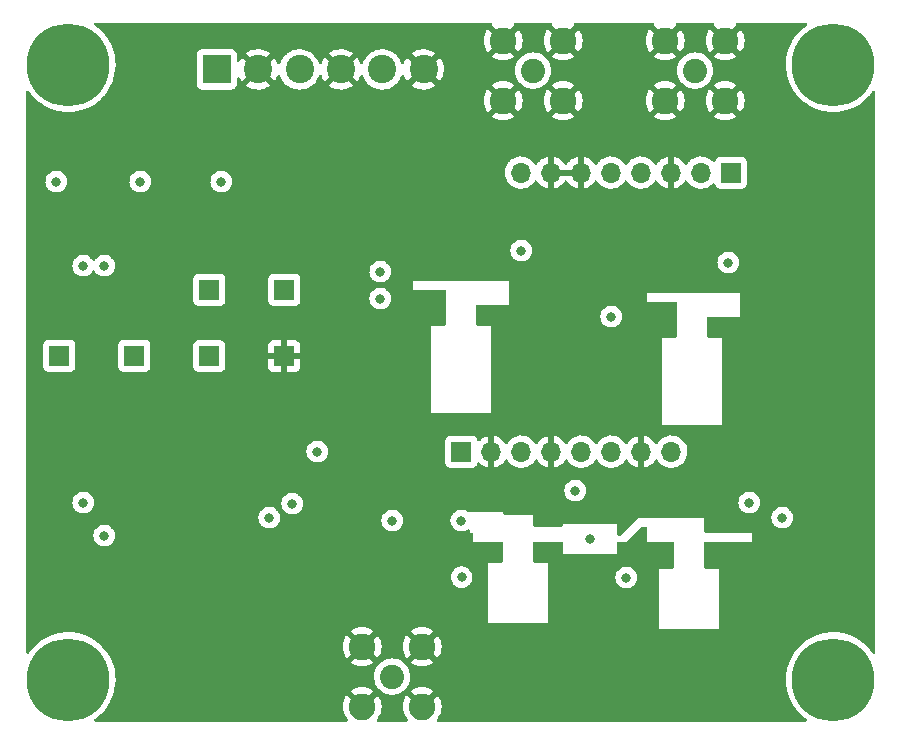
<source format=gbr>
%TF.GenerationSoftware,KiCad,Pcbnew,(6.0.1)*%
%TF.CreationDate,2022-07-28T11:00:42-05:00*%
%TF.ProjectId,proton_detector_amplifier,70726f74-6f6e-45f6-9465-746563746f72,rev?*%
%TF.SameCoordinates,Original*%
%TF.FileFunction,Copper,L4,Bot*%
%TF.FilePolarity,Positive*%
%FSLAX46Y46*%
G04 Gerber Fmt 4.6, Leading zero omitted, Abs format (unit mm)*
G04 Created by KiCad (PCBNEW (6.0.1)) date 2022-07-28 11:00:42*
%MOMM*%
%LPD*%
G01*
G04 APERTURE LIST*
%TA.AperFunction,ComponentPad*%
%ADD10C,0.800000*%
%TD*%
%TA.AperFunction,ComponentPad*%
%ADD11C,7.000000*%
%TD*%
%TA.AperFunction,ComponentPad*%
%ADD12R,1.700000X1.700000*%
%TD*%
%TA.AperFunction,ComponentPad*%
%ADD13C,2.050000*%
%TD*%
%TA.AperFunction,ComponentPad*%
%ADD14C,2.250000*%
%TD*%
%TA.AperFunction,ComponentPad*%
%ADD15R,2.400000X2.400000*%
%TD*%
%TA.AperFunction,ComponentPad*%
%ADD16C,2.400000*%
%TD*%
%TA.AperFunction,ComponentPad*%
%ADD17O,1.700000X1.700000*%
%TD*%
%TA.AperFunction,ViaPad*%
%ADD18C,0.800000*%
%TD*%
G04 APERTURE END LIST*
D10*
%TO.P,H2,1*%
%TO.N,N/C*%
X33867000Y-38100000D03*
X31242000Y-35475000D03*
D11*
X31242000Y-38100000D03*
D10*
X29385845Y-36243845D03*
X33098155Y-36243845D03*
X33098155Y-39956155D03*
X29385845Y-39956155D03*
X31242000Y-40725000D03*
X28617000Y-38100000D03*
%TD*%
D12*
%TO.P,+9V,1,1*%
%TO.N,+5V*%
X30480000Y-62738000D03*
%TD*%
D13*
%TO.P,J2,1,In*%
%TO.N,Net-(C14-Pad1)*%
X58674000Y-89916000D03*
D14*
%TO.P,J2,2,Ext*%
%TO.N,Earth*%
X61214000Y-87376000D03*
X56134000Y-87376000D03*
X61214000Y-92456000D03*
X56134000Y-92456000D03*
%TD*%
D12*
%TO.P,-60V,1,1*%
%TO.N,-VDC*%
X43180000Y-62786000D03*
%TD*%
%TO.P,-5VA,1,1*%
%TO.N,-5VA*%
X43180000Y-57150000D03*
%TD*%
D10*
%TO.P,H4,1*%
%TO.N,N/C*%
X93387000Y-90170000D03*
X97868155Y-92026155D03*
X96012000Y-87545000D03*
X94155845Y-88313845D03*
D11*
X96012000Y-90170000D03*
D10*
X98637000Y-90170000D03*
X94155845Y-92026155D03*
X96012000Y-92795000D03*
X97868155Y-88313845D03*
%TD*%
D12*
%TO.P,-9V,1,1*%
%TO.N,-5V*%
X36830000Y-62738000D03*
%TD*%
%TO.P,GND,1,1*%
%TO.N,Earth*%
X49530000Y-62786000D03*
%TD*%
D13*
%TO.P,J6,1,In*%
%TO.N,Net-(J6-Pad1)*%
X70612000Y-38608000D03*
D14*
%TO.P,J6,2,Ext*%
%TO.N,Earth*%
X73152000Y-41148000D03*
X73152000Y-36068000D03*
X68072000Y-41148000D03*
X68072000Y-36068000D03*
%TD*%
D13*
%TO.P,J5,1,In*%
%TO.N,Net-(J5-Pad1)*%
X84328000Y-38608000D03*
D14*
%TO.P,J5,2,Ext*%
%TO.N,Earth*%
X81788000Y-41148000D03*
X86868000Y-41148000D03*
X86868000Y-36068000D03*
X81788000Y-36068000D03*
%TD*%
D10*
%TO.P,H3,1*%
%TO.N,N/C*%
X33098155Y-92026155D03*
X31242000Y-87545000D03*
X28617000Y-90170000D03*
D11*
X31242000Y-90170000D03*
D10*
X33098155Y-88313845D03*
X29385845Y-88313845D03*
X31242000Y-92795000D03*
X29385845Y-92026155D03*
X33867000Y-90170000D03*
%TD*%
D15*
%TO.P,J1,1,Pin_1*%
%TO.N,+5V*%
X43828000Y-38508000D03*
D16*
%TO.P,J1,2,Pin_2*%
%TO.N,Earth*%
X47328000Y-38508000D03*
%TO.P,J1,3,Pin_3*%
%TO.N,-5V*%
X50828000Y-38508000D03*
%TO.P,J1,4,Pin_4*%
%TO.N,Earth*%
X54328000Y-38508000D03*
%TO.P,J1,5,Pin_5*%
%TO.N,-VDC*%
X57828000Y-38508000D03*
%TO.P,J1,6,Pin_6*%
%TO.N,Earth*%
X61328000Y-38508000D03*
%TD*%
D12*
%TO.P,J3,1,Pin_1*%
%TO.N,Net-(C14-Pad2)*%
X64531000Y-70866000D03*
D17*
%TO.P,J3,2,Pin_2*%
%TO.N,Earth*%
X67071000Y-70866000D03*
%TO.P,J3,3,Pin_3*%
%TO.N,unconnected-(J3-Pad3)*%
X69611000Y-70866000D03*
%TO.P,J3,4,Pin_4*%
%TO.N,Earth*%
X72151000Y-70866000D03*
%TO.P,J3,5,Pin_5*%
%TO.N,-5VA*%
X74691000Y-70866000D03*
%TO.P,J3,6,Pin_6*%
%TO.N,+5VA*%
X77231000Y-70866000D03*
%TO.P,J3,7,Pin_7*%
%TO.N,Earth*%
X79771000Y-70866000D03*
%TO.P,J3,8,Pin_8*%
%TO.N,Net-(C17-Pad2)*%
X82311000Y-70866000D03*
%TD*%
D12*
%TO.P,J4,1,Pin_1*%
%TO.N,Net-(C13-Pad2)*%
X87361000Y-47244000D03*
D17*
%TO.P,J4,2,Pin_2*%
%TO.N,Net-(J4-Pad2)*%
X84821000Y-47244000D03*
%TO.P,J4,3,Pin_3*%
%TO.N,Earth*%
X82281000Y-47244000D03*
%TO.P,J4,4,Pin_4*%
%TO.N,-5VA*%
X79741000Y-47244000D03*
%TO.P,J4,5,Pin_5*%
%TO.N,+5VA*%
X77201000Y-47244000D03*
%TO.P,J4,6,Pin_6*%
%TO.N,Earth*%
X74661000Y-47244000D03*
%TO.P,J4,7,Pin_7*%
X72121000Y-47244000D03*
%TO.P,J4,8,Pin_8*%
%TO.N,Net-(C26-Pad1)*%
X69581000Y-47244000D03*
%TD*%
D11*
%TO.P,H1,1*%
%TO.N,N/C*%
X96012000Y-38100000D03*
D10*
X94155845Y-36243845D03*
X93387000Y-38100000D03*
X94155845Y-39956155D03*
X96012000Y-35475000D03*
X96012000Y-40725000D03*
X97868155Y-39956155D03*
X98637000Y-38100000D03*
X97868155Y-36243845D03*
%TD*%
D12*
%TO.P,+5VA,1,1*%
%TO.N,+5VA*%
X49530000Y-57150000D03*
%TD*%
D18*
%TO.N,+5V*%
X30226000Y-48006000D03*
X32512000Y-55118000D03*
X32512000Y-75184000D03*
%TO.N,-5V*%
X34290000Y-55118000D03*
X34290000Y-77978000D03*
X37338000Y-48006000D03*
%TO.N,-VDC*%
X52324000Y-70866000D03*
X44196000Y-48006000D03*
%TO.N,Earth*%
X97282000Y-42672000D03*
X99060000Y-41656000D03*
X52324000Y-79756000D03*
X99060000Y-64770000D03*
X99060000Y-78994000D03*
X91440000Y-38100000D03*
X60198000Y-35052000D03*
X72390000Y-44450000D03*
X99060000Y-55880000D03*
X96012000Y-70358000D03*
X99060000Y-82550000D03*
X91948000Y-40132000D03*
X94234000Y-59944000D03*
X91440000Y-84328000D03*
X36068000Y-73660000D03*
X87376000Y-73660000D03*
X96012000Y-68580000D03*
X91694000Y-36322000D03*
X92964000Y-48260000D03*
X96012000Y-61468000D03*
X99060000Y-59436000D03*
X90678000Y-35052000D03*
X89154000Y-35052000D03*
X93218000Y-41656000D03*
X62992000Y-52324000D03*
X60198000Y-40894000D03*
X99060000Y-46990000D03*
X96012000Y-79248000D03*
X96012000Y-72136000D03*
X99060000Y-84328000D03*
X93218000Y-84328000D03*
X91694000Y-46990000D03*
X99060000Y-52324000D03*
X70866000Y-44450000D03*
X29972000Y-56642000D03*
X75438000Y-44450000D03*
X99060000Y-54102000D03*
X45720000Y-79248000D03*
X63754000Y-35052000D03*
X78740000Y-35052000D03*
X96012000Y-57912000D03*
X97028000Y-84328000D03*
X66294000Y-52324000D03*
X48006000Y-79248000D03*
X67818000Y-52070000D03*
X40894000Y-72644000D03*
X35814000Y-79502000D03*
X59177701Y-48255701D03*
X48260000Y-73660000D03*
X66294000Y-44450000D03*
X88138000Y-84328000D03*
X77216000Y-35052000D03*
X89662000Y-84328000D03*
X99060000Y-73660000D03*
X90678000Y-80010000D03*
X99060000Y-77216000D03*
X99060000Y-66548000D03*
X64516000Y-52324000D03*
X90424000Y-45720000D03*
X94996000Y-84328000D03*
X80010000Y-83312000D03*
X82296000Y-44958000D03*
X92902500Y-68834000D03*
X67818000Y-44450000D03*
X99060000Y-61214000D03*
X66294000Y-46228000D03*
X96012000Y-59690000D03*
X37084000Y-51054000D03*
X59436000Y-62738000D03*
X99060000Y-45212000D03*
X96012000Y-73914000D03*
X79502000Y-78232000D03*
X99060000Y-68326000D03*
X89154000Y-54356000D03*
X58161701Y-49271701D03*
X58674000Y-52070000D03*
X99060000Y-57658000D03*
X90424000Y-60198000D03*
X78994000Y-61214000D03*
X96012000Y-65024000D03*
X69342000Y-44450000D03*
X30226000Y-51054000D03*
X99060000Y-50546000D03*
X96012000Y-77470000D03*
X95504000Y-50800000D03*
X75692000Y-35052000D03*
X99060000Y-80772000D03*
X80772000Y-44958000D03*
X65024000Y-77978000D03*
X92456000Y-80010000D03*
X99060000Y-62992000D03*
X79248000Y-44958000D03*
X94996000Y-42672000D03*
X66294000Y-50038000D03*
X99060000Y-48768000D03*
X96012000Y-52578000D03*
X92456000Y-35052000D03*
X78740000Y-75692000D03*
X99060000Y-71882000D03*
X73660000Y-59690000D03*
X94234000Y-80010000D03*
X99060000Y-43434000D03*
X99060000Y-75438000D03*
X89154000Y-44704000D03*
X96012000Y-66802000D03*
X96012000Y-63246000D03*
X96012000Y-75692000D03*
X44196000Y-51054000D03*
X96012000Y-54356000D03*
X99060000Y-70104000D03*
X45720000Y-73660000D03*
X94234000Y-49530000D03*
X61976000Y-35052000D03*
X37084000Y-56642000D03*
X66294000Y-48260000D03*
X60198000Y-45974000D03*
X60198000Y-43434000D03*
X65532000Y-35052000D03*
X76962000Y-44450000D03*
X62738000Y-79756000D03*
X96012000Y-56134000D03*
X41656000Y-78486000D03*
X73914000Y-44450000D03*
%TO.N,+5VA*%
X88900000Y-75184000D03*
X48260000Y-76454000D03*
X77216000Y-59436000D03*
X57658000Y-57912000D03*
X74168000Y-74168000D03*
%TO.N,-5VA*%
X78486000Y-81534000D03*
X64554500Y-81495500D03*
X69596000Y-53848000D03*
X50205500Y-75270500D03*
X87122000Y-54864000D03*
%TO.N,Net-(C14-Pad1)*%
X58674000Y-76708000D03*
%TO.N,Net-(C14-Pad2)*%
X64524000Y-76716000D03*
%TO.N,Net-(C17-Pad2)*%
X75438000Y-78232000D03*
%TO.N,Net-(C13-Pad2)*%
X91694000Y-76454000D03*
%TO.N,Net-(C26-Pad1)*%
X57658000Y-55626000D03*
%TD*%
%TA.AperFunction,Conductor*%
%TO.N,Earth*%
G36*
X67079682Y-34564002D02*
G01*
X67126175Y-34617658D01*
X67136279Y-34687932D01*
X67117072Y-34738873D01*
X67112811Y-34745401D01*
X67118817Y-34755607D01*
X68059188Y-35695978D01*
X68073132Y-35703592D01*
X68074965Y-35703461D01*
X68081580Y-35699210D01*
X69023724Y-34757066D01*
X69031116Y-34743529D01*
X69030206Y-34742228D01*
X69007546Y-34674944D01*
X69024860Y-34606091D01*
X69076649Y-34557529D01*
X69133449Y-34544000D01*
X72091561Y-34544000D01*
X72159682Y-34564002D01*
X72206175Y-34617658D01*
X72216279Y-34687932D01*
X72197072Y-34738873D01*
X72192811Y-34745401D01*
X72198817Y-34755607D01*
X73139188Y-35695978D01*
X73153132Y-35703592D01*
X73154965Y-35703461D01*
X73161580Y-35699210D01*
X74103724Y-34757066D01*
X74111116Y-34743529D01*
X74110206Y-34742228D01*
X74087546Y-34674944D01*
X74104860Y-34606091D01*
X74156649Y-34557529D01*
X74213449Y-34544000D01*
X80727561Y-34544000D01*
X80795682Y-34564002D01*
X80842175Y-34617658D01*
X80852279Y-34687932D01*
X80833072Y-34738873D01*
X80828811Y-34745401D01*
X80834817Y-34755607D01*
X81775188Y-35695978D01*
X81789132Y-35703592D01*
X81790965Y-35703461D01*
X81797580Y-35699210D01*
X82739724Y-34757066D01*
X82747116Y-34743529D01*
X82746206Y-34742228D01*
X82723546Y-34674944D01*
X82740860Y-34606091D01*
X82792649Y-34557529D01*
X82849449Y-34544000D01*
X85807561Y-34544000D01*
X85875682Y-34564002D01*
X85922175Y-34617658D01*
X85932279Y-34687932D01*
X85913072Y-34738873D01*
X85908811Y-34745401D01*
X85914817Y-34755607D01*
X86855188Y-35695978D01*
X86869132Y-35703592D01*
X86870965Y-35703461D01*
X86877580Y-35699210D01*
X87819724Y-34757066D01*
X87827116Y-34743529D01*
X87826206Y-34742228D01*
X87803546Y-34674944D01*
X87820860Y-34606091D01*
X87872649Y-34557529D01*
X87929449Y-34544000D01*
X93698886Y-34544000D01*
X93767007Y-34564002D01*
X93813500Y-34617658D01*
X93823604Y-34687932D01*
X93794110Y-34752512D01*
X93772948Y-34771935D01*
X93769553Y-34774402D01*
X93499711Y-34970453D01*
X93499705Y-34970458D01*
X93497230Y-34972256D01*
X93494944Y-34974285D01*
X93494941Y-34974288D01*
X93415123Y-35045154D01*
X93204017Y-35232583D01*
X93201938Y-35234828D01*
X93201931Y-35234835D01*
X92939694Y-35518026D01*
X92937608Y-35520279D01*
X92700544Y-35832599D01*
X92671964Y-35879055D01*
X92553901Y-36070965D01*
X92495089Y-36166562D01*
X92323203Y-36518980D01*
X92322131Y-36521864D01*
X92322130Y-36521865D01*
X92206250Y-36833457D01*
X92186527Y-36886489D01*
X92086367Y-37265581D01*
X92077319Y-37321447D01*
X92040311Y-37549940D01*
X92023677Y-37652638D01*
X92023483Y-37655718D01*
X92023483Y-37655720D01*
X92000635Y-38018890D01*
X91999057Y-38043965D01*
X91999735Y-38063371D01*
X92010523Y-38372300D01*
X92012741Y-38435827D01*
X92013147Y-38438871D01*
X92013148Y-38438881D01*
X92023649Y-38517580D01*
X92064599Y-38824484D01*
X92065299Y-38827468D01*
X92065300Y-38827474D01*
X92112178Y-39027338D01*
X92154136Y-39206225D01*
X92280496Y-39577407D01*
X92442475Y-39934487D01*
X92638525Y-40274056D01*
X92640314Y-40276554D01*
X92640316Y-40276558D01*
X92740047Y-40415860D01*
X92866776Y-40592874D01*
X93125049Y-40887896D01*
X93410878Y-41156308D01*
X93721536Y-41395546D01*
X93724139Y-41397173D01*
X93724144Y-41397176D01*
X93843576Y-41471805D01*
X94054056Y-41603328D01*
X94405266Y-41777670D01*
X94771812Y-41916907D01*
X95150195Y-42019712D01*
X95448419Y-42070153D01*
X95533783Y-42084591D01*
X95533786Y-42084591D01*
X95536805Y-42085102D01*
X95691444Y-42095916D01*
X95924885Y-42112240D01*
X95924893Y-42112240D01*
X95927951Y-42112454D01*
X96180037Y-42105413D01*
X96316825Y-42101592D01*
X96316828Y-42101592D01*
X96319899Y-42101506D01*
X96322952Y-42101120D01*
X96322956Y-42101120D01*
X96464576Y-42083229D01*
X96708908Y-42052362D01*
X96711912Y-42051680D01*
X96711915Y-42051679D01*
X97088269Y-41966174D01*
X97088275Y-41966172D01*
X97091265Y-41965493D01*
X97094184Y-41964522D01*
X97460396Y-41842700D01*
X97460402Y-41842698D01*
X97463320Y-41841727D01*
X97604735Y-41778765D01*
X97818722Y-41683492D01*
X97818728Y-41683489D01*
X97821522Y-41682245D01*
X97862867Y-41658758D01*
X98159784Y-41490086D01*
X98159790Y-41490083D01*
X98162452Y-41488570D01*
X98482855Y-41262550D01*
X98779674Y-41006344D01*
X98893381Y-40886940D01*
X99047957Y-40724618D01*
X99050074Y-40722395D01*
X99109271Y-40646627D01*
X99289565Y-40415860D01*
X99289567Y-40415857D01*
X99291475Y-40413415D01*
X99335616Y-40343860D01*
X99389004Y-40297063D01*
X99459219Y-40286558D01*
X99523968Y-40315682D01*
X99562691Y-40375188D01*
X99568000Y-40411376D01*
X99568000Y-87855013D01*
X99547998Y-87923134D01*
X99494342Y-87969627D01*
X99424068Y-87979731D01*
X99359488Y-87950237D01*
X99340583Y-87929784D01*
X99333994Y-87920846D01*
X99122111Y-87633455D01*
X98859744Y-87342068D01*
X98570195Y-87077673D01*
X98256228Y-86842795D01*
X98208015Y-86813596D01*
X97923467Y-86641267D01*
X97923458Y-86641262D01*
X97920839Y-86639676D01*
X97567229Y-86470255D01*
X97564339Y-86469203D01*
X97564334Y-86469201D01*
X97201674Y-86337204D01*
X97201671Y-86337203D01*
X97198775Y-86336149D01*
X96922563Y-86265229D01*
X96821977Y-86239403D01*
X96821974Y-86239402D01*
X96818993Y-86238637D01*
X96431508Y-86178651D01*
X96040018Y-86156764D01*
X96036939Y-86156893D01*
X96036936Y-86156893D01*
X95781188Y-86167612D01*
X95648261Y-86173183D01*
X95645217Y-86173611D01*
X95645215Y-86173611D01*
X95434778Y-86203186D01*
X95259976Y-86227753D01*
X94878869Y-86319953D01*
X94508579Y-86448902D01*
X94152638Y-86613369D01*
X93814446Y-86811785D01*
X93654444Y-86928033D01*
X93499711Y-87040453D01*
X93499705Y-87040458D01*
X93497230Y-87042256D01*
X93494944Y-87044285D01*
X93494941Y-87044288D01*
X93415364Y-87114940D01*
X93204017Y-87302583D01*
X93201938Y-87304828D01*
X93201931Y-87304835D01*
X93127161Y-87385580D01*
X92937608Y-87590279D01*
X92904836Y-87633455D01*
X92719692Y-87877373D01*
X92700544Y-87902599D01*
X92495089Y-88236562D01*
X92323203Y-88588980D01*
X92322131Y-88591864D01*
X92322130Y-88591865D01*
X92232480Y-88832927D01*
X92186527Y-88956489D01*
X92086367Y-89335581D01*
X92023677Y-89722638D01*
X92023483Y-89725718D01*
X92023483Y-89725720D01*
X92019978Y-89781440D01*
X91999057Y-90113965D01*
X92012741Y-90505827D01*
X92013147Y-90508871D01*
X92013148Y-90508881D01*
X92027784Y-90618567D01*
X92064599Y-90894484D01*
X92065299Y-90897468D01*
X92065300Y-90897474D01*
X92123373Y-91145066D01*
X92154136Y-91276225D01*
X92280496Y-91647407D01*
X92442475Y-92004487D01*
X92638525Y-92344056D01*
X92640314Y-92346554D01*
X92640316Y-92346558D01*
X92740047Y-92485860D01*
X92866776Y-92662874D01*
X92868802Y-92665189D01*
X92868805Y-92665192D01*
X92914212Y-92717060D01*
X93125049Y-92957896D01*
X93410878Y-93226308D01*
X93548837Y-93332550D01*
X93665745Y-93422581D01*
X93721536Y-93465546D01*
X93724139Y-93467173D01*
X93724144Y-93467176D01*
X93765705Y-93493146D01*
X93812875Y-93546207D01*
X93823870Y-93616347D01*
X93795199Y-93681297D01*
X93735965Y-93720436D01*
X93698935Y-93726000D01*
X62550170Y-93726000D01*
X62482049Y-93705998D01*
X62435556Y-93652342D01*
X62425452Y-93582068D01*
X62454359Y-93518169D01*
X62536000Y-93422581D01*
X62541792Y-93414608D01*
X62670927Y-93203879D01*
X62675408Y-93195085D01*
X62769984Y-92966758D01*
X62773033Y-92957373D01*
X62830728Y-92717060D01*
X62832271Y-92707313D01*
X62851662Y-92460930D01*
X62851662Y-92451070D01*
X62832271Y-92204687D01*
X62830728Y-92194940D01*
X62773033Y-91954627D01*
X62769984Y-91945242D01*
X62675408Y-91716915D01*
X62670927Y-91708121D01*
X62544660Y-91502072D01*
X62536599Y-91496810D01*
X62526393Y-91502817D01*
X61303095Y-92726115D01*
X61240783Y-92760141D01*
X61169968Y-92755076D01*
X61124905Y-92726115D01*
X59903066Y-91504276D01*
X59889529Y-91496884D01*
X59884260Y-91500570D01*
X59757073Y-91708121D01*
X59752592Y-91716915D01*
X59658016Y-91945242D01*
X59654967Y-91954627D01*
X59597272Y-92194940D01*
X59595729Y-92204687D01*
X59576338Y-92451070D01*
X59576338Y-92460930D01*
X59595729Y-92707313D01*
X59597272Y-92717060D01*
X59654967Y-92957373D01*
X59658016Y-92966758D01*
X59752592Y-93195085D01*
X59757073Y-93203879D01*
X59886208Y-93414608D01*
X59892000Y-93422581D01*
X59973641Y-93518169D01*
X60002672Y-93582959D01*
X59992067Y-93653159D01*
X59945193Y-93706481D01*
X59877830Y-93726000D01*
X57470170Y-93726000D01*
X57402049Y-93705998D01*
X57355556Y-93652342D01*
X57345452Y-93582068D01*
X57374359Y-93518169D01*
X57456000Y-93422581D01*
X57461792Y-93414608D01*
X57590927Y-93203879D01*
X57595408Y-93195085D01*
X57689984Y-92966758D01*
X57693033Y-92957373D01*
X57750728Y-92717060D01*
X57752271Y-92707313D01*
X57771662Y-92460930D01*
X57771662Y-92451070D01*
X57752271Y-92204687D01*
X57750728Y-92194940D01*
X57693033Y-91954627D01*
X57689984Y-91945242D01*
X57595408Y-91716915D01*
X57590927Y-91708121D01*
X57464660Y-91502072D01*
X57456599Y-91496810D01*
X57446393Y-91502817D01*
X56223095Y-92726115D01*
X56160783Y-92760141D01*
X56089968Y-92755076D01*
X56044905Y-92726115D01*
X54823066Y-91504276D01*
X54809529Y-91496884D01*
X54804260Y-91500570D01*
X54677073Y-91708121D01*
X54672592Y-91716915D01*
X54578016Y-91945242D01*
X54574967Y-91954627D01*
X54517272Y-92194940D01*
X54515729Y-92204687D01*
X54496338Y-92451070D01*
X54496338Y-92460930D01*
X54515729Y-92707313D01*
X54517272Y-92717060D01*
X54574967Y-92957373D01*
X54578016Y-92966758D01*
X54672592Y-93195085D01*
X54677073Y-93203879D01*
X54806208Y-93414608D01*
X54812000Y-93422581D01*
X54893641Y-93518169D01*
X54922672Y-93582959D01*
X54912067Y-93653159D01*
X54865193Y-93706481D01*
X54797830Y-93726000D01*
X33552307Y-93726000D01*
X33484186Y-93705998D01*
X33437693Y-93652342D01*
X33427589Y-93582068D01*
X33457083Y-93517488D01*
X33479676Y-93497040D01*
X33710342Y-93334323D01*
X33710346Y-93334320D01*
X33712855Y-93332550D01*
X34009674Y-93076344D01*
X34280074Y-92792395D01*
X34331858Y-92726115D01*
X34519565Y-92485860D01*
X34519567Y-92485857D01*
X34521475Y-92483415D01*
X34731574Y-92152354D01*
X34764481Y-92087210D01*
X34906977Y-91805113D01*
X34908363Y-91802370D01*
X34968469Y-91647407D01*
X35049041Y-91439681D01*
X35049044Y-91439672D01*
X35050156Y-91436805D01*
X35134868Y-91133401D01*
X55174810Y-91133401D01*
X55180817Y-91143607D01*
X56121188Y-92083978D01*
X56135132Y-92091592D01*
X56136965Y-92091461D01*
X56143580Y-92087210D01*
X57085724Y-91145066D01*
X57093116Y-91131529D01*
X57089430Y-91126260D01*
X56881879Y-90999073D01*
X56873085Y-90994592D01*
X56644758Y-90900016D01*
X56635373Y-90896967D01*
X56395060Y-90839272D01*
X56385313Y-90837729D01*
X56138930Y-90818338D01*
X56129070Y-90818338D01*
X55882687Y-90837729D01*
X55872940Y-90839272D01*
X55632627Y-90896967D01*
X55623242Y-90900016D01*
X55394915Y-90994592D01*
X55386121Y-90999073D01*
X55180072Y-91125340D01*
X55174810Y-91133401D01*
X35134868Y-91133401D01*
X35155600Y-91059148D01*
X35223688Y-90673004D01*
X35236788Y-90502747D01*
X35253619Y-90284013D01*
X35253619Y-90284002D01*
X35253769Y-90282059D01*
X35255334Y-90170000D01*
X35254681Y-90156634D01*
X35242911Y-89916000D01*
X57135758Y-89916000D01*
X57154696Y-90156634D01*
X57155850Y-90161441D01*
X57155851Y-90161447D01*
X57184808Y-90282059D01*
X57211045Y-90391343D01*
X57212938Y-90395914D01*
X57212939Y-90395916D01*
X57259731Y-90508881D01*
X57303416Y-90614347D01*
X57429536Y-90820156D01*
X57586299Y-91003701D01*
X57769844Y-91160464D01*
X57975653Y-91286584D01*
X57980223Y-91288477D01*
X57980227Y-91288479D01*
X58194084Y-91377061D01*
X58198657Y-91378955D01*
X58281039Y-91398733D01*
X58428553Y-91434149D01*
X58428559Y-91434150D01*
X58433366Y-91435304D01*
X58674000Y-91454242D01*
X58914634Y-91435304D01*
X58919441Y-91434150D01*
X58919447Y-91434149D01*
X59066961Y-91398733D01*
X59149343Y-91378955D01*
X59153916Y-91377061D01*
X59367773Y-91288479D01*
X59367777Y-91288477D01*
X59372347Y-91286584D01*
X59578156Y-91160464D01*
X59609843Y-91133401D01*
X60254810Y-91133401D01*
X60260817Y-91143607D01*
X61201188Y-92083978D01*
X61215132Y-92091592D01*
X61216965Y-92091461D01*
X61223580Y-92087210D01*
X62165724Y-91145066D01*
X62173116Y-91131529D01*
X62169430Y-91126260D01*
X61961879Y-90999073D01*
X61953085Y-90994592D01*
X61724758Y-90900016D01*
X61715373Y-90896967D01*
X61475060Y-90839272D01*
X61465313Y-90837729D01*
X61218930Y-90818338D01*
X61209070Y-90818338D01*
X60962687Y-90837729D01*
X60952940Y-90839272D01*
X60712627Y-90896967D01*
X60703242Y-90900016D01*
X60474915Y-90994592D01*
X60466121Y-90999073D01*
X60260072Y-91125340D01*
X60254810Y-91133401D01*
X59609843Y-91133401D01*
X59761701Y-91003701D01*
X59918464Y-90820156D01*
X60044584Y-90614347D01*
X60088270Y-90508881D01*
X60135061Y-90395916D01*
X60135062Y-90395914D01*
X60136955Y-90391343D01*
X60163192Y-90282059D01*
X60192149Y-90161447D01*
X60192150Y-90161441D01*
X60193304Y-90156634D01*
X60212242Y-89916000D01*
X60193304Y-89675366D01*
X60192150Y-89670559D01*
X60192149Y-89670553D01*
X60138110Y-89445469D01*
X60136955Y-89440657D01*
X60094688Y-89338614D01*
X60046479Y-89222227D01*
X60046477Y-89222223D01*
X60044584Y-89217653D01*
X59918464Y-89011844D01*
X59761701Y-88828299D01*
X59612034Y-88700471D01*
X60254884Y-88700471D01*
X60258570Y-88705740D01*
X60466121Y-88832927D01*
X60474915Y-88837408D01*
X60703242Y-88931984D01*
X60712627Y-88935033D01*
X60952940Y-88992728D01*
X60962687Y-88994271D01*
X61209070Y-89013662D01*
X61218930Y-89013662D01*
X61465313Y-88994271D01*
X61475060Y-88992728D01*
X61715373Y-88935033D01*
X61724758Y-88931984D01*
X61953085Y-88837408D01*
X61961879Y-88832927D01*
X62167928Y-88706660D01*
X62173190Y-88698599D01*
X62167183Y-88688393D01*
X61226812Y-87748022D01*
X61212868Y-87740408D01*
X61211035Y-87740539D01*
X61204420Y-87744790D01*
X60262276Y-88686934D01*
X60254884Y-88700471D01*
X59612034Y-88700471D01*
X59578156Y-88671536D01*
X59372347Y-88545416D01*
X59367777Y-88543523D01*
X59367773Y-88543521D01*
X59153916Y-88454939D01*
X59153914Y-88454938D01*
X59149343Y-88453045D01*
X59066961Y-88433267D01*
X58919447Y-88397851D01*
X58919441Y-88397850D01*
X58914634Y-88396696D01*
X58674000Y-88377758D01*
X58433366Y-88396696D01*
X58428559Y-88397850D01*
X58428553Y-88397851D01*
X58281039Y-88433267D01*
X58198657Y-88453045D01*
X58194086Y-88454938D01*
X58194084Y-88454939D01*
X57980227Y-88543521D01*
X57980223Y-88543523D01*
X57975653Y-88545416D01*
X57769844Y-88671536D01*
X57586299Y-88828299D01*
X57429536Y-89011844D01*
X57303416Y-89217653D01*
X57301523Y-89222223D01*
X57301521Y-89222227D01*
X57253312Y-89338614D01*
X57211045Y-89440657D01*
X57209890Y-89445469D01*
X57155851Y-89670553D01*
X57155850Y-89670559D01*
X57154696Y-89675366D01*
X57135758Y-89916000D01*
X35242911Y-89916000D01*
X35236330Y-89781440D01*
X35236180Y-89778367D01*
X35178901Y-89390473D01*
X35084043Y-89010019D01*
X35078436Y-88994271D01*
X34973818Y-88700471D01*
X55174884Y-88700471D01*
X55178570Y-88705740D01*
X55386121Y-88832927D01*
X55394915Y-88837408D01*
X55623242Y-88931984D01*
X55632627Y-88935033D01*
X55872940Y-88992728D01*
X55882687Y-88994271D01*
X56129070Y-89013662D01*
X56138930Y-89013662D01*
X56385313Y-88994271D01*
X56395060Y-88992728D01*
X56635373Y-88935033D01*
X56644758Y-88931984D01*
X56873085Y-88837408D01*
X56881879Y-88832927D01*
X57087928Y-88706660D01*
X57093190Y-88698599D01*
X57087183Y-88688393D01*
X56146812Y-87748022D01*
X56132868Y-87740408D01*
X56131035Y-87740539D01*
X56124420Y-87744790D01*
X55182276Y-88686934D01*
X55174884Y-88700471D01*
X34973818Y-88700471D01*
X34969517Y-88688393D01*
X34952512Y-88640637D01*
X34785564Y-88285854D01*
X34783997Y-88283225D01*
X34783992Y-88283216D01*
X34603161Y-87979871D01*
X34584791Y-87949055D01*
X34582977Y-87946595D01*
X34582972Y-87946587D01*
X34353933Y-87635926D01*
X34353931Y-87635923D01*
X34352111Y-87633455D01*
X34124736Y-87380930D01*
X54496338Y-87380930D01*
X54515729Y-87627313D01*
X54517272Y-87637060D01*
X54574967Y-87877373D01*
X54578016Y-87886758D01*
X54672592Y-88115085D01*
X54677073Y-88123879D01*
X54803340Y-88329928D01*
X54811401Y-88335190D01*
X54821607Y-88329183D01*
X55761978Y-87388812D01*
X55768356Y-87377132D01*
X56498408Y-87377132D01*
X56498539Y-87378965D01*
X56502790Y-87385580D01*
X57444934Y-88327724D01*
X57458471Y-88335116D01*
X57463740Y-88331430D01*
X57590927Y-88123879D01*
X57595408Y-88115085D01*
X57689984Y-87886758D01*
X57693033Y-87877373D01*
X57750728Y-87637060D01*
X57752271Y-87627313D01*
X57771662Y-87380930D01*
X59576338Y-87380930D01*
X59595729Y-87627313D01*
X59597272Y-87637060D01*
X59654967Y-87877373D01*
X59658016Y-87886758D01*
X59752592Y-88115085D01*
X59757073Y-88123879D01*
X59883340Y-88329928D01*
X59891401Y-88335190D01*
X59901607Y-88329183D01*
X60841978Y-87388812D01*
X60848356Y-87377132D01*
X61578408Y-87377132D01*
X61578539Y-87378965D01*
X61582790Y-87385580D01*
X62524934Y-88327724D01*
X62538471Y-88335116D01*
X62543740Y-88331430D01*
X62670927Y-88123879D01*
X62675408Y-88115085D01*
X62769984Y-87886758D01*
X62773033Y-87877373D01*
X62830728Y-87637060D01*
X62832271Y-87627313D01*
X62851662Y-87380930D01*
X62851662Y-87371070D01*
X62832271Y-87124687D01*
X62830728Y-87114940D01*
X62773033Y-86874627D01*
X62769984Y-86865242D01*
X62675408Y-86636915D01*
X62670927Y-86628121D01*
X62544660Y-86422072D01*
X62536599Y-86416810D01*
X62526393Y-86422817D01*
X61586022Y-87363188D01*
X61578408Y-87377132D01*
X60848356Y-87377132D01*
X60849592Y-87374868D01*
X60849461Y-87373035D01*
X60845210Y-87366420D01*
X59903066Y-86424276D01*
X59889529Y-86416884D01*
X59884260Y-86420570D01*
X59757073Y-86628121D01*
X59752592Y-86636915D01*
X59658016Y-86865242D01*
X59654967Y-86874627D01*
X59597272Y-87114940D01*
X59595729Y-87124687D01*
X59576338Y-87371070D01*
X59576338Y-87380930D01*
X57771662Y-87380930D01*
X57771662Y-87371070D01*
X57752271Y-87124687D01*
X57750728Y-87114940D01*
X57693033Y-86874627D01*
X57689984Y-86865242D01*
X57595408Y-86636915D01*
X57590927Y-86628121D01*
X57464660Y-86422072D01*
X57456599Y-86416810D01*
X57446393Y-86422817D01*
X56506022Y-87363188D01*
X56498408Y-87377132D01*
X55768356Y-87377132D01*
X55769592Y-87374868D01*
X55769461Y-87373035D01*
X55765210Y-87366420D01*
X54823066Y-86424276D01*
X54809529Y-86416884D01*
X54804260Y-86420570D01*
X54677073Y-86628121D01*
X54672592Y-86636915D01*
X54578016Y-86865242D01*
X54574967Y-86874627D01*
X54517272Y-87114940D01*
X54515729Y-87124687D01*
X54496338Y-87371070D01*
X54496338Y-87380930D01*
X34124736Y-87380930D01*
X34089744Y-87342068D01*
X33800195Y-87077673D01*
X33486228Y-86842795D01*
X33438015Y-86813596D01*
X33153467Y-86641267D01*
X33153458Y-86641262D01*
X33150839Y-86639676D01*
X32797229Y-86470255D01*
X32794339Y-86469203D01*
X32794334Y-86469201D01*
X32431674Y-86337204D01*
X32431671Y-86337203D01*
X32428775Y-86336149D01*
X32152563Y-86265229D01*
X32051977Y-86239403D01*
X32051974Y-86239402D01*
X32048993Y-86238637D01*
X31661508Y-86178651D01*
X31270018Y-86156764D01*
X31266939Y-86156893D01*
X31266936Y-86156893D01*
X31011188Y-86167612D01*
X30878261Y-86173183D01*
X30875217Y-86173611D01*
X30875215Y-86173611D01*
X30664778Y-86203186D01*
X30489976Y-86227753D01*
X30108869Y-86319953D01*
X29738579Y-86448902D01*
X29382638Y-86613369D01*
X29044446Y-86811785D01*
X28884444Y-86928033D01*
X28729711Y-87040453D01*
X28729705Y-87040458D01*
X28727230Y-87042256D01*
X28724944Y-87044285D01*
X28724941Y-87044288D01*
X28645364Y-87114940D01*
X28434017Y-87302583D01*
X28431938Y-87304828D01*
X28431931Y-87304835D01*
X28357161Y-87385580D01*
X28167608Y-87590279D01*
X28134836Y-87633455D01*
X27949692Y-87877373D01*
X27930544Y-87902599D01*
X27928930Y-87905223D01*
X27928924Y-87905232D01*
X27919318Y-87920846D01*
X27866588Y-87968386D01*
X27796527Y-87979871D01*
X27731378Y-87951655D01*
X27691826Y-87892696D01*
X27686000Y-87854825D01*
X27686000Y-86053401D01*
X55174810Y-86053401D01*
X55180817Y-86063607D01*
X56121188Y-87003978D01*
X56135132Y-87011592D01*
X56136965Y-87011461D01*
X56143580Y-87007210D01*
X57085724Y-86065066D01*
X57092094Y-86053401D01*
X60254810Y-86053401D01*
X60260817Y-86063607D01*
X61201188Y-87003978D01*
X61215132Y-87011592D01*
X61216965Y-87011461D01*
X61223580Y-87007210D01*
X62165724Y-86065066D01*
X62173116Y-86051529D01*
X62169430Y-86046260D01*
X61961879Y-85919073D01*
X61953085Y-85914592D01*
X61724758Y-85820016D01*
X61715373Y-85816967D01*
X61475060Y-85759272D01*
X61465313Y-85757729D01*
X61218930Y-85738338D01*
X61209070Y-85738338D01*
X60962687Y-85757729D01*
X60952940Y-85759272D01*
X60712627Y-85816967D01*
X60703242Y-85820016D01*
X60474915Y-85914592D01*
X60466121Y-85919073D01*
X60260072Y-86045340D01*
X60254810Y-86053401D01*
X57092094Y-86053401D01*
X57093116Y-86051529D01*
X57089430Y-86046260D01*
X56881879Y-85919073D01*
X56873085Y-85914592D01*
X56644758Y-85820016D01*
X56635373Y-85816967D01*
X56395060Y-85759272D01*
X56385313Y-85757729D01*
X56138930Y-85738338D01*
X56129070Y-85738338D01*
X55882687Y-85757729D01*
X55872940Y-85759272D01*
X55632627Y-85816967D01*
X55623242Y-85820016D01*
X55394915Y-85914592D01*
X55386121Y-85919073D01*
X55180072Y-86045340D01*
X55174810Y-86053401D01*
X27686000Y-86053401D01*
X27686000Y-81495500D01*
X63640996Y-81495500D01*
X63660958Y-81685428D01*
X63719973Y-81867056D01*
X63815460Y-82032444D01*
X63819878Y-82037351D01*
X63819879Y-82037352D01*
X63854545Y-82075852D01*
X63943247Y-82174366D01*
X64097748Y-82286618D01*
X64103776Y-82289302D01*
X64103778Y-82289303D01*
X64190251Y-82327803D01*
X64272212Y-82364294D01*
X64365613Y-82384147D01*
X64452556Y-82402628D01*
X64452561Y-82402628D01*
X64459013Y-82404000D01*
X64649987Y-82404000D01*
X64656439Y-82402628D01*
X64656444Y-82402628D01*
X64743387Y-82384147D01*
X64836788Y-82364294D01*
X64918749Y-82327803D01*
X65005222Y-82289303D01*
X65005224Y-82289302D01*
X65011252Y-82286618D01*
X65165753Y-82174366D01*
X65254455Y-82075852D01*
X65289121Y-82037352D01*
X65289122Y-82037351D01*
X65293540Y-82032444D01*
X65389027Y-81867056D01*
X65448042Y-81685428D01*
X65468004Y-81495500D01*
X65452778Y-81350635D01*
X65448732Y-81312135D01*
X65448732Y-81312133D01*
X65448042Y-81305572D01*
X65389027Y-81123944D01*
X65293540Y-80958556D01*
X65204841Y-80860045D01*
X65170175Y-80821545D01*
X65170174Y-80821544D01*
X65165753Y-80816634D01*
X65066657Y-80744636D01*
X65016594Y-80708263D01*
X65016593Y-80708262D01*
X65011252Y-80704382D01*
X65005224Y-80701698D01*
X65005222Y-80701697D01*
X64842819Y-80629391D01*
X64842818Y-80629391D01*
X64836788Y-80626706D01*
X64743388Y-80606853D01*
X64656444Y-80588372D01*
X64656439Y-80588372D01*
X64649987Y-80587000D01*
X64459013Y-80587000D01*
X64452561Y-80588372D01*
X64452556Y-80588372D01*
X64365612Y-80606853D01*
X64272212Y-80626706D01*
X64266182Y-80629391D01*
X64266181Y-80629391D01*
X64103778Y-80701697D01*
X64103776Y-80701698D01*
X64097748Y-80704382D01*
X64092407Y-80708262D01*
X64092406Y-80708263D01*
X64042343Y-80744636D01*
X63943247Y-80816634D01*
X63938826Y-80821544D01*
X63938825Y-80821545D01*
X63904160Y-80860045D01*
X63815460Y-80958556D01*
X63719973Y-81123944D01*
X63660958Y-81305572D01*
X63660268Y-81312133D01*
X63660268Y-81312135D01*
X63656222Y-81350635D01*
X63640996Y-81495500D01*
X27686000Y-81495500D01*
X27686000Y-77978000D01*
X33376496Y-77978000D01*
X33396458Y-78167928D01*
X33455473Y-78349556D01*
X33550960Y-78514944D01*
X33555378Y-78519851D01*
X33555379Y-78519852D01*
X33674325Y-78651955D01*
X33678747Y-78656866D01*
X33833248Y-78769118D01*
X33839276Y-78771802D01*
X33839278Y-78771803D01*
X34001681Y-78844109D01*
X34007712Y-78846794D01*
X34101113Y-78866647D01*
X34188056Y-78885128D01*
X34188061Y-78885128D01*
X34194513Y-78886500D01*
X34385487Y-78886500D01*
X34391939Y-78885128D01*
X34391944Y-78885128D01*
X34478887Y-78866647D01*
X34572288Y-78846794D01*
X34578319Y-78844109D01*
X34740722Y-78771803D01*
X34740724Y-78771802D01*
X34746752Y-78769118D01*
X34901253Y-78656866D01*
X34905675Y-78651955D01*
X35024621Y-78519852D01*
X35024622Y-78519851D01*
X35029040Y-78514944D01*
X35124527Y-78349556D01*
X35183542Y-78167928D01*
X35203504Y-77978000D01*
X35183542Y-77788072D01*
X35124527Y-77606444D01*
X35112820Y-77586166D01*
X35032341Y-77446774D01*
X35029040Y-77441056D01*
X34987451Y-77394866D01*
X34905675Y-77304045D01*
X34905674Y-77304044D01*
X34901253Y-77299134D01*
X34746752Y-77186882D01*
X34740724Y-77184198D01*
X34740722Y-77184197D01*
X34578319Y-77111891D01*
X34578318Y-77111891D01*
X34572288Y-77109206D01*
X34478887Y-77089353D01*
X34391944Y-77070872D01*
X34391939Y-77070872D01*
X34385487Y-77069500D01*
X34194513Y-77069500D01*
X34188061Y-77070872D01*
X34188056Y-77070872D01*
X34101113Y-77089353D01*
X34007712Y-77109206D01*
X34001682Y-77111891D01*
X34001681Y-77111891D01*
X33839278Y-77184197D01*
X33839276Y-77184198D01*
X33833248Y-77186882D01*
X33678747Y-77299134D01*
X33674326Y-77304044D01*
X33674325Y-77304045D01*
X33592550Y-77394866D01*
X33550960Y-77441056D01*
X33547659Y-77446774D01*
X33467181Y-77586166D01*
X33455473Y-77606444D01*
X33396458Y-77788072D01*
X33376496Y-77978000D01*
X27686000Y-77978000D01*
X27686000Y-76454000D01*
X47346496Y-76454000D01*
X47366458Y-76643928D01*
X47425473Y-76825556D01*
X47520960Y-76990944D01*
X47525378Y-76995851D01*
X47525379Y-76995852D01*
X47607950Y-77087556D01*
X47648747Y-77132866D01*
X47803248Y-77245118D01*
X47809276Y-77247802D01*
X47809278Y-77247803D01*
X47971681Y-77320109D01*
X47977712Y-77322794D01*
X48068069Y-77342000D01*
X48158056Y-77361128D01*
X48158061Y-77361128D01*
X48164513Y-77362500D01*
X48355487Y-77362500D01*
X48361939Y-77361128D01*
X48361944Y-77361128D01*
X48451931Y-77342000D01*
X48542288Y-77322794D01*
X48548319Y-77320109D01*
X48710722Y-77247803D01*
X48710724Y-77247802D01*
X48716752Y-77245118D01*
X48871253Y-77132866D01*
X48912050Y-77087556D01*
X48994621Y-76995852D01*
X48994622Y-76995851D01*
X48999040Y-76990944D01*
X49094527Y-76825556D01*
X49132724Y-76708000D01*
X57760496Y-76708000D01*
X57780458Y-76897928D01*
X57839473Y-77079556D01*
X57934960Y-77244944D01*
X57939378Y-77249851D01*
X57939379Y-77249852D01*
X58039572Y-77361128D01*
X58062747Y-77386866D01*
X58217248Y-77499118D01*
X58223276Y-77501802D01*
X58223278Y-77501803D01*
X58385681Y-77574109D01*
X58391712Y-77576794D01*
X58485113Y-77596647D01*
X58572056Y-77615128D01*
X58572061Y-77615128D01*
X58578513Y-77616500D01*
X58769487Y-77616500D01*
X58775939Y-77615128D01*
X58775944Y-77615128D01*
X58862887Y-77596647D01*
X58956288Y-77576794D01*
X58962319Y-77574109D01*
X59124722Y-77501803D01*
X59124724Y-77501802D01*
X59130752Y-77499118D01*
X59285253Y-77386866D01*
X59308428Y-77361128D01*
X59408621Y-77249852D01*
X59408622Y-77249851D01*
X59413040Y-77244944D01*
X59508527Y-77079556D01*
X59567542Y-76897928D01*
X59586663Y-76716000D01*
X63610496Y-76716000D01*
X63630458Y-76905928D01*
X63689473Y-77087556D01*
X63692776Y-77093278D01*
X63692777Y-77093279D01*
X63701973Y-77109206D01*
X63784960Y-77252944D01*
X63789378Y-77257851D01*
X63789379Y-77257852D01*
X63901122Y-77381955D01*
X63912747Y-77394866D01*
X63969567Y-77436148D01*
X64059933Y-77501803D01*
X64067248Y-77507118D01*
X64073276Y-77509802D01*
X64073278Y-77509803D01*
X64226825Y-77578166D01*
X64241712Y-77584794D01*
X64335112Y-77604647D01*
X64422056Y-77623128D01*
X64422061Y-77623128D01*
X64428513Y-77624500D01*
X64619487Y-77624500D01*
X64625939Y-77623128D01*
X64625944Y-77623128D01*
X64712888Y-77604647D01*
X64806288Y-77584794D01*
X64821175Y-77578166D01*
X64974722Y-77509803D01*
X64974724Y-77509802D01*
X64980752Y-77507118D01*
X64988068Y-77501803D01*
X65077939Y-77436507D01*
X65144806Y-77412649D01*
X65213958Y-77428729D01*
X65263438Y-77479643D01*
X65278000Y-77538443D01*
X65278000Y-77724000D01*
X65406000Y-77724000D01*
X65474121Y-77744002D01*
X65520614Y-77797658D01*
X65532000Y-77850000D01*
X65532000Y-78486000D01*
X67946000Y-78486000D01*
X68014121Y-78506002D01*
X68060614Y-78559658D01*
X68072000Y-78612000D01*
X68072000Y-80138000D01*
X68051998Y-80206121D01*
X67998342Y-80252614D01*
X67946000Y-80264000D01*
X66802000Y-80264000D01*
X66802000Y-85344000D01*
X71882000Y-85344000D01*
X71882000Y-81534000D01*
X77572496Y-81534000D01*
X77573186Y-81540565D01*
X77588412Y-81685428D01*
X77592458Y-81723928D01*
X77651473Y-81905556D01*
X77746960Y-82070944D01*
X77751378Y-82075851D01*
X77751379Y-82075852D01*
X77840081Y-82174366D01*
X77874747Y-82212866D01*
X77970916Y-82282737D01*
X77976258Y-82286618D01*
X78029248Y-82325118D01*
X78035276Y-82327802D01*
X78035278Y-82327803D01*
X78197681Y-82400109D01*
X78203712Y-82402794D01*
X78297112Y-82422647D01*
X78384056Y-82441128D01*
X78384061Y-82441128D01*
X78390513Y-82442500D01*
X78581487Y-82442500D01*
X78587939Y-82441128D01*
X78587944Y-82441128D01*
X78674888Y-82422647D01*
X78768288Y-82402794D01*
X78774319Y-82400109D01*
X78936722Y-82327803D01*
X78936724Y-82327802D01*
X78942752Y-82325118D01*
X78995743Y-82286618D01*
X79001084Y-82282737D01*
X79097253Y-82212866D01*
X79131919Y-82174366D01*
X79220621Y-82075852D01*
X79220622Y-82075851D01*
X79225040Y-82070944D01*
X79320527Y-81905556D01*
X79379542Y-81723928D01*
X79383589Y-81685428D01*
X79398814Y-81540565D01*
X79399504Y-81534000D01*
X79379542Y-81344072D01*
X79320527Y-81162444D01*
X79225040Y-80997056D01*
X79190375Y-80958556D01*
X79101675Y-80860045D01*
X79101674Y-80860044D01*
X79097253Y-80855134D01*
X78942752Y-80742882D01*
X78936724Y-80740198D01*
X78936722Y-80740197D01*
X78774319Y-80667891D01*
X78774318Y-80667891D01*
X78768288Y-80665206D01*
X78674887Y-80645353D01*
X78587944Y-80626872D01*
X78587939Y-80626872D01*
X78581487Y-80625500D01*
X78390513Y-80625500D01*
X78384061Y-80626872D01*
X78384056Y-80626872D01*
X78297113Y-80645353D01*
X78203712Y-80665206D01*
X78197682Y-80667891D01*
X78197681Y-80667891D01*
X78035278Y-80740197D01*
X78035276Y-80740198D01*
X78029248Y-80742882D01*
X77874747Y-80855134D01*
X77870326Y-80860044D01*
X77870325Y-80860045D01*
X77781626Y-80958556D01*
X77746960Y-80997056D01*
X77651473Y-81162444D01*
X77592458Y-81344072D01*
X77572496Y-81534000D01*
X71882000Y-81534000D01*
X71882000Y-80264000D01*
X70738000Y-80264000D01*
X70669879Y-80243998D01*
X70623386Y-80190342D01*
X70612000Y-80138000D01*
X70612000Y-78612000D01*
X70632002Y-78543879D01*
X70685658Y-78497386D01*
X70738000Y-78486000D01*
X73026000Y-78486000D01*
X73094121Y-78506002D01*
X73140614Y-78559658D01*
X73152000Y-78612000D01*
X73152000Y-79502000D01*
X77724000Y-79502000D01*
X77724000Y-78612000D01*
X77744002Y-78543879D01*
X77797658Y-78497386D01*
X77850000Y-78486000D01*
X78486000Y-78486000D01*
X79719095Y-77252905D01*
X79781407Y-77218879D01*
X79808190Y-77216000D01*
X80138000Y-77216000D01*
X80206121Y-77236002D01*
X80252614Y-77289658D01*
X80264000Y-77342000D01*
X80264000Y-78486000D01*
X82424000Y-78486000D01*
X82492121Y-78506002D01*
X82538614Y-78559658D01*
X82550000Y-78612000D01*
X82550000Y-80646000D01*
X82529998Y-80714121D01*
X82476342Y-80760614D01*
X82424000Y-80772000D01*
X81280000Y-80772000D01*
X81280000Y-85852000D01*
X86360000Y-85852000D01*
X86360000Y-80772000D01*
X85216000Y-80772000D01*
X85147879Y-80751998D01*
X85101386Y-80698342D01*
X85090000Y-80646000D01*
X85090000Y-78612000D01*
X85110002Y-78543879D01*
X85163658Y-78497386D01*
X85216000Y-78486000D01*
X89154000Y-78486000D01*
X89154000Y-77724000D01*
X85216000Y-77724000D01*
X85147879Y-77703998D01*
X85101386Y-77650342D01*
X85090000Y-77598000D01*
X85090000Y-76454000D01*
X90780496Y-76454000D01*
X90800458Y-76643928D01*
X90859473Y-76825556D01*
X90954960Y-76990944D01*
X90959378Y-76995851D01*
X90959379Y-76995852D01*
X91041950Y-77087556D01*
X91082747Y-77132866D01*
X91237248Y-77245118D01*
X91243276Y-77247802D01*
X91243278Y-77247803D01*
X91405681Y-77320109D01*
X91411712Y-77322794D01*
X91502069Y-77342000D01*
X91592056Y-77361128D01*
X91592061Y-77361128D01*
X91598513Y-77362500D01*
X91789487Y-77362500D01*
X91795939Y-77361128D01*
X91795944Y-77361128D01*
X91885931Y-77342000D01*
X91976288Y-77322794D01*
X91982319Y-77320109D01*
X92144722Y-77247803D01*
X92144724Y-77247802D01*
X92150752Y-77245118D01*
X92305253Y-77132866D01*
X92346050Y-77087556D01*
X92428621Y-76995852D01*
X92428622Y-76995851D01*
X92433040Y-76990944D01*
X92528527Y-76825556D01*
X92587542Y-76643928D01*
X92607504Y-76454000D01*
X92587542Y-76264072D01*
X92528527Y-76082444D01*
X92514263Y-76057737D01*
X92468112Y-75977803D01*
X92433040Y-75917056D01*
X92387744Y-75866749D01*
X92309675Y-75780045D01*
X92309674Y-75780044D01*
X92305253Y-75775134D01*
X92150752Y-75662882D01*
X92144724Y-75660198D01*
X92144722Y-75660197D01*
X91982319Y-75587891D01*
X91982318Y-75587891D01*
X91976288Y-75585206D01*
X91863721Y-75561279D01*
X91795944Y-75546872D01*
X91795939Y-75546872D01*
X91789487Y-75545500D01*
X91598513Y-75545500D01*
X91592061Y-75546872D01*
X91592056Y-75546872D01*
X91524279Y-75561279D01*
X91411712Y-75585206D01*
X91405682Y-75587891D01*
X91405681Y-75587891D01*
X91243278Y-75660197D01*
X91243276Y-75660198D01*
X91237248Y-75662882D01*
X91082747Y-75775134D01*
X91078326Y-75780044D01*
X91078325Y-75780045D01*
X91000257Y-75866749D01*
X90954960Y-75917056D01*
X90919888Y-75977803D01*
X90873738Y-76057737D01*
X90859473Y-76082444D01*
X90800458Y-76264072D01*
X90780496Y-76454000D01*
X85090000Y-76454000D01*
X79502000Y-76454000D01*
X78014905Y-77941095D01*
X77952593Y-77975121D01*
X77925810Y-77978000D01*
X77850000Y-77978000D01*
X77781879Y-77957998D01*
X77735386Y-77904342D01*
X77724000Y-77852000D01*
X77724000Y-76962000D01*
X73152000Y-76962000D01*
X73152000Y-77090000D01*
X73131998Y-77158121D01*
X73078342Y-77204614D01*
X73026000Y-77216000D01*
X70738000Y-77216000D01*
X70669879Y-77195998D01*
X70623386Y-77142342D01*
X70612000Y-77090000D01*
X70612000Y-76200000D01*
X68198000Y-76200000D01*
X68129879Y-76179998D01*
X68083386Y-76126342D01*
X68072000Y-76074000D01*
X68072000Y-75946000D01*
X65278000Y-75946000D01*
X65278000Y-75953794D01*
X65258611Y-75976170D01*
X65258464Y-75976042D01*
X65250946Y-75989810D01*
X65188633Y-76023835D01*
X65117818Y-76018769D01*
X65087790Y-76002650D01*
X64986094Y-75928763D01*
X64986093Y-75928762D01*
X64980752Y-75924882D01*
X64974724Y-75922198D01*
X64974722Y-75922197D01*
X64812319Y-75849891D01*
X64812318Y-75849891D01*
X64806288Y-75847206D01*
X64712888Y-75827353D01*
X64625944Y-75808872D01*
X64625939Y-75808872D01*
X64619487Y-75807500D01*
X64428513Y-75807500D01*
X64422061Y-75808872D01*
X64422056Y-75808872D01*
X64335112Y-75827353D01*
X64241712Y-75847206D01*
X64235682Y-75849891D01*
X64235681Y-75849891D01*
X64073278Y-75922197D01*
X64073276Y-75922198D01*
X64067248Y-75924882D01*
X63912747Y-76037134D01*
X63908326Y-76042044D01*
X63908325Y-76042045D01*
X63864131Y-76091128D01*
X63784960Y-76179056D01*
X63689473Y-76344444D01*
X63630458Y-76526072D01*
X63610496Y-76716000D01*
X59586663Y-76716000D01*
X59587504Y-76708000D01*
X59567542Y-76518072D01*
X59508527Y-76336444D01*
X59413040Y-76171056D01*
X59384442Y-76139294D01*
X59289675Y-76034045D01*
X59289674Y-76034044D01*
X59285253Y-76029134D01*
X59138862Y-75922774D01*
X59136094Y-75920763D01*
X59136093Y-75920762D01*
X59130752Y-75916882D01*
X59124724Y-75914198D01*
X59124722Y-75914197D01*
X58962319Y-75841891D01*
X58962318Y-75841891D01*
X58956288Y-75839206D01*
X58829951Y-75812352D01*
X58775944Y-75800872D01*
X58775939Y-75800872D01*
X58769487Y-75799500D01*
X58578513Y-75799500D01*
X58572061Y-75800872D01*
X58572056Y-75800872D01*
X58518049Y-75812352D01*
X58391712Y-75839206D01*
X58385682Y-75841891D01*
X58385681Y-75841891D01*
X58223278Y-75914197D01*
X58223276Y-75914198D01*
X58217248Y-75916882D01*
X58211907Y-75920762D01*
X58211906Y-75920763D01*
X58209138Y-75922774D01*
X58062747Y-76029134D01*
X58058326Y-76034044D01*
X58058325Y-76034045D01*
X57963559Y-76139294D01*
X57934960Y-76171056D01*
X57839473Y-76336444D01*
X57780458Y-76518072D01*
X57760496Y-76708000D01*
X49132724Y-76708000D01*
X49153542Y-76643928D01*
X49173504Y-76454000D01*
X49153542Y-76264072D01*
X49094527Y-76082444D01*
X49080263Y-76057737D01*
X49034112Y-75977803D01*
X48999040Y-75917056D01*
X48953744Y-75866749D01*
X48875675Y-75780045D01*
X48875674Y-75780044D01*
X48871253Y-75775134D01*
X48716752Y-75662882D01*
X48710724Y-75660198D01*
X48710722Y-75660197D01*
X48548319Y-75587891D01*
X48548318Y-75587891D01*
X48542288Y-75585206D01*
X48429721Y-75561279D01*
X48361944Y-75546872D01*
X48361939Y-75546872D01*
X48355487Y-75545500D01*
X48164513Y-75545500D01*
X48158061Y-75546872D01*
X48158056Y-75546872D01*
X48090279Y-75561279D01*
X47977712Y-75585206D01*
X47971682Y-75587891D01*
X47971681Y-75587891D01*
X47809278Y-75660197D01*
X47809276Y-75660198D01*
X47803248Y-75662882D01*
X47648747Y-75775134D01*
X47644326Y-75780044D01*
X47644325Y-75780045D01*
X47566257Y-75866749D01*
X47520960Y-75917056D01*
X47485888Y-75977803D01*
X47439738Y-76057737D01*
X47425473Y-76082444D01*
X47366458Y-76264072D01*
X47346496Y-76454000D01*
X27686000Y-76454000D01*
X27686000Y-75184000D01*
X31598496Y-75184000D01*
X31618458Y-75373928D01*
X31677473Y-75555556D01*
X31772960Y-75720944D01*
X31777378Y-75725851D01*
X31777379Y-75725852D01*
X31855264Y-75812352D01*
X31900747Y-75862866D01*
X31968578Y-75912148D01*
X32019804Y-75949366D01*
X32055248Y-75975118D01*
X32061276Y-75977802D01*
X32061278Y-75977803D01*
X32205569Y-76042045D01*
X32229712Y-76052794D01*
X32323113Y-76072647D01*
X32410056Y-76091128D01*
X32410061Y-76091128D01*
X32416513Y-76092500D01*
X32607487Y-76092500D01*
X32613939Y-76091128D01*
X32613944Y-76091128D01*
X32700887Y-76072647D01*
X32794288Y-76052794D01*
X32818431Y-76042045D01*
X32962722Y-75977803D01*
X32962724Y-75977802D01*
X32968752Y-75975118D01*
X33004197Y-75949366D01*
X33055422Y-75912148D01*
X33123253Y-75862866D01*
X33168736Y-75812352D01*
X33246621Y-75725852D01*
X33246622Y-75725851D01*
X33251040Y-75720944D01*
X33346527Y-75555556D01*
X33405542Y-75373928D01*
X33416413Y-75270500D01*
X49291996Y-75270500D01*
X49292686Y-75277065D01*
X49302867Y-75373928D01*
X49311958Y-75460428D01*
X49370973Y-75642056D01*
X49374276Y-75647778D01*
X49374277Y-75647779D01*
X49408186Y-75706510D01*
X49466460Y-75807444D01*
X49470878Y-75812351D01*
X49470879Y-75812352D01*
X49575696Y-75928763D01*
X49594247Y-75949366D01*
X49748748Y-76061618D01*
X49754776Y-76064302D01*
X49754778Y-76064303D01*
X49818110Y-76092500D01*
X49923212Y-76139294D01*
X50016612Y-76159147D01*
X50103556Y-76177628D01*
X50103561Y-76177628D01*
X50110013Y-76179000D01*
X50300987Y-76179000D01*
X50307439Y-76177628D01*
X50307444Y-76177628D01*
X50394388Y-76159147D01*
X50487788Y-76139294D01*
X50592890Y-76092500D01*
X50656222Y-76064303D01*
X50656224Y-76064302D01*
X50662252Y-76061618D01*
X50816753Y-75949366D01*
X50835304Y-75928763D01*
X50940121Y-75812352D01*
X50940122Y-75812351D01*
X50944540Y-75807444D01*
X51002814Y-75706510D01*
X51036723Y-75647779D01*
X51036724Y-75647778D01*
X51040027Y-75642056D01*
X51099042Y-75460428D01*
X51108134Y-75373928D01*
X51118314Y-75277065D01*
X51119004Y-75270500D01*
X51109913Y-75184000D01*
X87986496Y-75184000D01*
X88006458Y-75373928D01*
X88065473Y-75555556D01*
X88160960Y-75720944D01*
X88165378Y-75725851D01*
X88165379Y-75725852D01*
X88243264Y-75812352D01*
X88288747Y-75862866D01*
X88356578Y-75912148D01*
X88407804Y-75949366D01*
X88443248Y-75975118D01*
X88449276Y-75977802D01*
X88449278Y-75977803D01*
X88593569Y-76042045D01*
X88617712Y-76052794D01*
X88711113Y-76072647D01*
X88798056Y-76091128D01*
X88798061Y-76091128D01*
X88804513Y-76092500D01*
X88995487Y-76092500D01*
X89001939Y-76091128D01*
X89001944Y-76091128D01*
X89088887Y-76072647D01*
X89182288Y-76052794D01*
X89206431Y-76042045D01*
X89350722Y-75977803D01*
X89350724Y-75977802D01*
X89356752Y-75975118D01*
X89392197Y-75949366D01*
X89443422Y-75912148D01*
X89511253Y-75862866D01*
X89556736Y-75812352D01*
X89634621Y-75725852D01*
X89634622Y-75725851D01*
X89639040Y-75720944D01*
X89734527Y-75555556D01*
X89793542Y-75373928D01*
X89813504Y-75184000D01*
X89803323Y-75087135D01*
X89794232Y-75000635D01*
X89794232Y-75000633D01*
X89793542Y-74994072D01*
X89734527Y-74812444D01*
X89639040Y-74647056D01*
X89511253Y-74505134D01*
X89356752Y-74392882D01*
X89350724Y-74390198D01*
X89350722Y-74390197D01*
X89188319Y-74317891D01*
X89188318Y-74317891D01*
X89182288Y-74315206D01*
X89088887Y-74295353D01*
X89001944Y-74276872D01*
X89001939Y-74276872D01*
X88995487Y-74275500D01*
X88804513Y-74275500D01*
X88798061Y-74276872D01*
X88798056Y-74276872D01*
X88711113Y-74295353D01*
X88617712Y-74315206D01*
X88611682Y-74317891D01*
X88611681Y-74317891D01*
X88449278Y-74390197D01*
X88449276Y-74390198D01*
X88443248Y-74392882D01*
X88288747Y-74505134D01*
X88160960Y-74647056D01*
X88065473Y-74812444D01*
X88006458Y-74994072D01*
X88005768Y-75000633D01*
X88005768Y-75000635D01*
X87996677Y-75087135D01*
X87986496Y-75184000D01*
X51109913Y-75184000D01*
X51099042Y-75080572D01*
X51040027Y-74898944D01*
X50944540Y-74733556D01*
X50816753Y-74591634D01*
X50704456Y-74510045D01*
X50667594Y-74483263D01*
X50667593Y-74483262D01*
X50662252Y-74479382D01*
X50656224Y-74476698D01*
X50656222Y-74476697D01*
X50493819Y-74404391D01*
X50493818Y-74404391D01*
X50487788Y-74401706D01*
X50394388Y-74381853D01*
X50307444Y-74363372D01*
X50307439Y-74363372D01*
X50300987Y-74362000D01*
X50110013Y-74362000D01*
X50103561Y-74363372D01*
X50103556Y-74363372D01*
X50016612Y-74381853D01*
X49923212Y-74401706D01*
X49917182Y-74404391D01*
X49917181Y-74404391D01*
X49754778Y-74476697D01*
X49754776Y-74476698D01*
X49748748Y-74479382D01*
X49743407Y-74483262D01*
X49743406Y-74483263D01*
X49706544Y-74510045D01*
X49594247Y-74591634D01*
X49466460Y-74733556D01*
X49370973Y-74898944D01*
X49311958Y-75080572D01*
X49291996Y-75270500D01*
X33416413Y-75270500D01*
X33425504Y-75184000D01*
X33415323Y-75087135D01*
X33406232Y-75000635D01*
X33406232Y-75000633D01*
X33405542Y-74994072D01*
X33346527Y-74812444D01*
X33251040Y-74647056D01*
X33123253Y-74505134D01*
X32968752Y-74392882D01*
X32962724Y-74390198D01*
X32962722Y-74390197D01*
X32800319Y-74317891D01*
X32800318Y-74317891D01*
X32794288Y-74315206D01*
X32700887Y-74295353D01*
X32613944Y-74276872D01*
X32613939Y-74276872D01*
X32607487Y-74275500D01*
X32416513Y-74275500D01*
X32410061Y-74276872D01*
X32410056Y-74276872D01*
X32323113Y-74295353D01*
X32229712Y-74315206D01*
X32223682Y-74317891D01*
X32223681Y-74317891D01*
X32061278Y-74390197D01*
X32061276Y-74390198D01*
X32055248Y-74392882D01*
X31900747Y-74505134D01*
X31772960Y-74647056D01*
X31677473Y-74812444D01*
X31618458Y-74994072D01*
X31617768Y-75000633D01*
X31617768Y-75000635D01*
X31608677Y-75087135D01*
X31598496Y-75184000D01*
X27686000Y-75184000D01*
X27686000Y-74168000D01*
X73254496Y-74168000D01*
X73255186Y-74174565D01*
X73269824Y-74313834D01*
X73274458Y-74357928D01*
X73333473Y-74539556D01*
X73428960Y-74704944D01*
X73556747Y-74846866D01*
X73711248Y-74959118D01*
X73717276Y-74961802D01*
X73717278Y-74961803D01*
X73789756Y-74994072D01*
X73885712Y-75036794D01*
X73979113Y-75056647D01*
X74066056Y-75075128D01*
X74066061Y-75075128D01*
X74072513Y-75076500D01*
X74263487Y-75076500D01*
X74269939Y-75075128D01*
X74269944Y-75075128D01*
X74356887Y-75056647D01*
X74450288Y-75036794D01*
X74546244Y-74994072D01*
X74618722Y-74961803D01*
X74618724Y-74961802D01*
X74624752Y-74959118D01*
X74779253Y-74846866D01*
X74907040Y-74704944D01*
X75002527Y-74539556D01*
X75061542Y-74357928D01*
X75066177Y-74313834D01*
X75080814Y-74174565D01*
X75081504Y-74168000D01*
X75061542Y-73978072D01*
X75002527Y-73796444D01*
X74907040Y-73631056D01*
X74779253Y-73489134D01*
X74624752Y-73376882D01*
X74618724Y-73374198D01*
X74618722Y-73374197D01*
X74456319Y-73301891D01*
X74456318Y-73301891D01*
X74450288Y-73299206D01*
X74356887Y-73279353D01*
X74269944Y-73260872D01*
X74269939Y-73260872D01*
X74263487Y-73259500D01*
X74072513Y-73259500D01*
X74066061Y-73260872D01*
X74066056Y-73260872D01*
X73979113Y-73279353D01*
X73885712Y-73299206D01*
X73879682Y-73301891D01*
X73879681Y-73301891D01*
X73717278Y-73374197D01*
X73717276Y-73374198D01*
X73711248Y-73376882D01*
X73556747Y-73489134D01*
X73428960Y-73631056D01*
X73333473Y-73796444D01*
X73274458Y-73978072D01*
X73254496Y-74168000D01*
X27686000Y-74168000D01*
X27686000Y-70866000D01*
X51410496Y-70866000D01*
X51411186Y-70872565D01*
X51417844Y-70935908D01*
X51430458Y-71055928D01*
X51489473Y-71237556D01*
X51492776Y-71243278D01*
X51492777Y-71243279D01*
X51526686Y-71302010D01*
X51584960Y-71402944D01*
X51589378Y-71407851D01*
X51589379Y-71407852D01*
X51695631Y-71525857D01*
X51712747Y-71544866D01*
X51867248Y-71657118D01*
X51873276Y-71659802D01*
X51873278Y-71659803D01*
X51907389Y-71674990D01*
X52041712Y-71734794D01*
X52126480Y-71752812D01*
X52222056Y-71773128D01*
X52222061Y-71773128D01*
X52228513Y-71774500D01*
X52419487Y-71774500D01*
X52425939Y-71773128D01*
X52425944Y-71773128D01*
X52468256Y-71764134D01*
X63172500Y-71764134D01*
X63179255Y-71826316D01*
X63230385Y-71962705D01*
X63317739Y-72079261D01*
X63434295Y-72166615D01*
X63570684Y-72217745D01*
X63632866Y-72224500D01*
X65429134Y-72224500D01*
X65491316Y-72217745D01*
X65627705Y-72166615D01*
X65744261Y-72079261D01*
X65831615Y-71962705D01*
X65875798Y-71844848D01*
X65918440Y-71788084D01*
X65985001Y-71763384D01*
X66054350Y-71778592D01*
X66089017Y-71806580D01*
X66114218Y-71835673D01*
X66121580Y-71842883D01*
X66285434Y-71978916D01*
X66293881Y-71984831D01*
X66477756Y-72092279D01*
X66487042Y-72096729D01*
X66686001Y-72172703D01*
X66695899Y-72175579D01*
X66799250Y-72196606D01*
X66813299Y-72195410D01*
X66817000Y-72185065D01*
X66817000Y-72184517D01*
X67325000Y-72184517D01*
X67329064Y-72198359D01*
X67342478Y-72200393D01*
X67349184Y-72199534D01*
X67359262Y-72197392D01*
X67563255Y-72136191D01*
X67572842Y-72132433D01*
X67764095Y-72038739D01*
X67772945Y-72033464D01*
X67946328Y-71909792D01*
X67954200Y-71903139D01*
X68105052Y-71752812D01*
X68111730Y-71744965D01*
X68239022Y-71567819D01*
X68240279Y-71568722D01*
X68287373Y-71525362D01*
X68357311Y-71513145D01*
X68422751Y-71540678D01*
X68450579Y-71572511D01*
X68510987Y-71671088D01*
X68657250Y-71839938D01*
X68829126Y-71982632D01*
X69022000Y-72095338D01*
X69230692Y-72175030D01*
X69235760Y-72176061D01*
X69235763Y-72176062D01*
X69330862Y-72195410D01*
X69449597Y-72219567D01*
X69454772Y-72219757D01*
X69454774Y-72219757D01*
X69667673Y-72227564D01*
X69667677Y-72227564D01*
X69672837Y-72227753D01*
X69677957Y-72227097D01*
X69677959Y-72227097D01*
X69889288Y-72200025D01*
X69889289Y-72200025D01*
X69894416Y-72199368D01*
X69899366Y-72197883D01*
X70103429Y-72136661D01*
X70103434Y-72136659D01*
X70108384Y-72135174D01*
X70308994Y-72036896D01*
X70490860Y-71907173D01*
X70649096Y-71749489D01*
X70658670Y-71736166D01*
X70779453Y-71568077D01*
X70780640Y-71568930D01*
X70827960Y-71525362D01*
X70897897Y-71513145D01*
X70963338Y-71540678D01*
X70991166Y-71572511D01*
X71048694Y-71666388D01*
X71054777Y-71674699D01*
X71194213Y-71835667D01*
X71201580Y-71842883D01*
X71365434Y-71978916D01*
X71373881Y-71984831D01*
X71557756Y-72092279D01*
X71567042Y-72096729D01*
X71766001Y-72172703D01*
X71775899Y-72175579D01*
X71879250Y-72196606D01*
X71893299Y-72195410D01*
X71897000Y-72185065D01*
X71897000Y-72184517D01*
X72405000Y-72184517D01*
X72409064Y-72198359D01*
X72422478Y-72200393D01*
X72429184Y-72199534D01*
X72439262Y-72197392D01*
X72643255Y-72136191D01*
X72652842Y-72132433D01*
X72844095Y-72038739D01*
X72852945Y-72033464D01*
X73026328Y-71909792D01*
X73034200Y-71903139D01*
X73185052Y-71752812D01*
X73191730Y-71744965D01*
X73319022Y-71567819D01*
X73320279Y-71568722D01*
X73367373Y-71525362D01*
X73437311Y-71513145D01*
X73502751Y-71540678D01*
X73530579Y-71572511D01*
X73590987Y-71671088D01*
X73737250Y-71839938D01*
X73909126Y-71982632D01*
X74102000Y-72095338D01*
X74310692Y-72175030D01*
X74315760Y-72176061D01*
X74315763Y-72176062D01*
X74410862Y-72195410D01*
X74529597Y-72219567D01*
X74534772Y-72219757D01*
X74534774Y-72219757D01*
X74747673Y-72227564D01*
X74747677Y-72227564D01*
X74752837Y-72227753D01*
X74757957Y-72227097D01*
X74757959Y-72227097D01*
X74969288Y-72200025D01*
X74969289Y-72200025D01*
X74974416Y-72199368D01*
X74979366Y-72197883D01*
X75183429Y-72136661D01*
X75183434Y-72136659D01*
X75188384Y-72135174D01*
X75388994Y-72036896D01*
X75570860Y-71907173D01*
X75729096Y-71749489D01*
X75738670Y-71736166D01*
X75859453Y-71568077D01*
X75860776Y-71569028D01*
X75907645Y-71525857D01*
X75977580Y-71513625D01*
X76043026Y-71541144D01*
X76070875Y-71572994D01*
X76130987Y-71671088D01*
X76277250Y-71839938D01*
X76449126Y-71982632D01*
X76642000Y-72095338D01*
X76850692Y-72175030D01*
X76855760Y-72176061D01*
X76855763Y-72176062D01*
X76950862Y-72195410D01*
X77069597Y-72219567D01*
X77074772Y-72219757D01*
X77074774Y-72219757D01*
X77287673Y-72227564D01*
X77287677Y-72227564D01*
X77292837Y-72227753D01*
X77297957Y-72227097D01*
X77297959Y-72227097D01*
X77509288Y-72200025D01*
X77509289Y-72200025D01*
X77514416Y-72199368D01*
X77519366Y-72197883D01*
X77723429Y-72136661D01*
X77723434Y-72136659D01*
X77728384Y-72135174D01*
X77928994Y-72036896D01*
X78110860Y-71907173D01*
X78269096Y-71749489D01*
X78278670Y-71736166D01*
X78399453Y-71568077D01*
X78400640Y-71568930D01*
X78447960Y-71525362D01*
X78517897Y-71513145D01*
X78583338Y-71540678D01*
X78611166Y-71572511D01*
X78668694Y-71666388D01*
X78674777Y-71674699D01*
X78814213Y-71835667D01*
X78821580Y-71842883D01*
X78985434Y-71978916D01*
X78993881Y-71984831D01*
X79177756Y-72092279D01*
X79187042Y-72096729D01*
X79386001Y-72172703D01*
X79395899Y-72175579D01*
X79499250Y-72196606D01*
X79513299Y-72195410D01*
X79517000Y-72185065D01*
X79517000Y-72184517D01*
X80025000Y-72184517D01*
X80029064Y-72198359D01*
X80042478Y-72200393D01*
X80049184Y-72199534D01*
X80059262Y-72197392D01*
X80263255Y-72136191D01*
X80272842Y-72132433D01*
X80464095Y-72038739D01*
X80472945Y-72033464D01*
X80646328Y-71909792D01*
X80654200Y-71903139D01*
X80805052Y-71752812D01*
X80811730Y-71744965D01*
X80939022Y-71567819D01*
X80940279Y-71568722D01*
X80987373Y-71525362D01*
X81057311Y-71513145D01*
X81122751Y-71540678D01*
X81150579Y-71572511D01*
X81210987Y-71671088D01*
X81357250Y-71839938D01*
X81529126Y-71982632D01*
X81722000Y-72095338D01*
X81930692Y-72175030D01*
X81935760Y-72176061D01*
X81935763Y-72176062D01*
X82030862Y-72195410D01*
X82149597Y-72219567D01*
X82154772Y-72219757D01*
X82154774Y-72219757D01*
X82367673Y-72227564D01*
X82367677Y-72227564D01*
X82372837Y-72227753D01*
X82377957Y-72227097D01*
X82377959Y-72227097D01*
X82589288Y-72200025D01*
X82589289Y-72200025D01*
X82594416Y-72199368D01*
X82599366Y-72197883D01*
X82803429Y-72136661D01*
X82803434Y-72136659D01*
X82808384Y-72135174D01*
X83008994Y-72036896D01*
X83190860Y-71907173D01*
X83349096Y-71749489D01*
X83358670Y-71736166D01*
X83476435Y-71572277D01*
X83479453Y-71568077D01*
X83489006Y-71548749D01*
X83576136Y-71372453D01*
X83576137Y-71372451D01*
X83578430Y-71367811D01*
X83643370Y-71154069D01*
X83672529Y-70932590D01*
X83674156Y-70866000D01*
X83655852Y-70643361D01*
X83601431Y-70426702D01*
X83512354Y-70221840D01*
X83472906Y-70160862D01*
X83393822Y-70038617D01*
X83393820Y-70038614D01*
X83391014Y-70034277D01*
X83240670Y-69869051D01*
X83236619Y-69865852D01*
X83236615Y-69865848D01*
X83069414Y-69733800D01*
X83069410Y-69733798D01*
X83065359Y-69730598D01*
X83029028Y-69710542D01*
X83013136Y-69701769D01*
X82869789Y-69622638D01*
X82864920Y-69620914D01*
X82864916Y-69620912D01*
X82664087Y-69549795D01*
X82664083Y-69549794D01*
X82659212Y-69548069D01*
X82654119Y-69547162D01*
X82654116Y-69547161D01*
X82444373Y-69509800D01*
X82444367Y-69509799D01*
X82439284Y-69508894D01*
X82365452Y-69507992D01*
X82221081Y-69506228D01*
X82221079Y-69506228D01*
X82215911Y-69506165D01*
X81995091Y-69539955D01*
X81782756Y-69609357D01*
X81584607Y-69712507D01*
X81580474Y-69715610D01*
X81580471Y-69715612D01*
X81410100Y-69843530D01*
X81405965Y-69846635D01*
X81251629Y-70008138D01*
X81144204Y-70165618D01*
X81143898Y-70166066D01*
X81088987Y-70211069D01*
X81018462Y-70219240D01*
X80954715Y-70187986D01*
X80934018Y-70163502D01*
X80853426Y-70038926D01*
X80847136Y-70030757D01*
X80703806Y-69873240D01*
X80696273Y-69866215D01*
X80529139Y-69734222D01*
X80520552Y-69728517D01*
X80334117Y-69625599D01*
X80324705Y-69621369D01*
X80123959Y-69550280D01*
X80113988Y-69547646D01*
X80042837Y-69534972D01*
X80029540Y-69536432D01*
X80025000Y-69550989D01*
X80025000Y-72184517D01*
X79517000Y-72184517D01*
X79517000Y-69549102D01*
X79513082Y-69535758D01*
X79498806Y-69533771D01*
X79460324Y-69539660D01*
X79450288Y-69542051D01*
X79247868Y-69608212D01*
X79238359Y-69612209D01*
X79049463Y-69710542D01*
X79040738Y-69716036D01*
X78870433Y-69843905D01*
X78862726Y-69850748D01*
X78715590Y-70004717D01*
X78709109Y-70012722D01*
X78604498Y-70166074D01*
X78549587Y-70211076D01*
X78479062Y-70219247D01*
X78415315Y-70187993D01*
X78394618Y-70163509D01*
X78313822Y-70038617D01*
X78313820Y-70038614D01*
X78311014Y-70034277D01*
X78160670Y-69869051D01*
X78156619Y-69865852D01*
X78156615Y-69865848D01*
X77989414Y-69733800D01*
X77989410Y-69733798D01*
X77985359Y-69730598D01*
X77949028Y-69710542D01*
X77933136Y-69701769D01*
X77789789Y-69622638D01*
X77784920Y-69620914D01*
X77784916Y-69620912D01*
X77584087Y-69549795D01*
X77584083Y-69549794D01*
X77579212Y-69548069D01*
X77574119Y-69547162D01*
X77574116Y-69547161D01*
X77364373Y-69509800D01*
X77364367Y-69509799D01*
X77359284Y-69508894D01*
X77285452Y-69507992D01*
X77141081Y-69506228D01*
X77141079Y-69506228D01*
X77135911Y-69506165D01*
X76915091Y-69539955D01*
X76702756Y-69609357D01*
X76504607Y-69712507D01*
X76500474Y-69715610D01*
X76500471Y-69715612D01*
X76330100Y-69843530D01*
X76325965Y-69846635D01*
X76171629Y-70008138D01*
X76064201Y-70165621D01*
X76009293Y-70210621D01*
X75938768Y-70218792D01*
X75875021Y-70187538D01*
X75854324Y-70163054D01*
X75773822Y-70038617D01*
X75773820Y-70038614D01*
X75771014Y-70034277D01*
X75620670Y-69869051D01*
X75616619Y-69865852D01*
X75616615Y-69865848D01*
X75449414Y-69733800D01*
X75449410Y-69733798D01*
X75445359Y-69730598D01*
X75409028Y-69710542D01*
X75393136Y-69701769D01*
X75249789Y-69622638D01*
X75244920Y-69620914D01*
X75244916Y-69620912D01*
X75044087Y-69549795D01*
X75044083Y-69549794D01*
X75039212Y-69548069D01*
X75034119Y-69547162D01*
X75034116Y-69547161D01*
X74824373Y-69509800D01*
X74824367Y-69509799D01*
X74819284Y-69508894D01*
X74745452Y-69507992D01*
X74601081Y-69506228D01*
X74601079Y-69506228D01*
X74595911Y-69506165D01*
X74375091Y-69539955D01*
X74162756Y-69609357D01*
X73964607Y-69712507D01*
X73960474Y-69715610D01*
X73960471Y-69715612D01*
X73790100Y-69843530D01*
X73785965Y-69846635D01*
X73631629Y-70008138D01*
X73524204Y-70165618D01*
X73523898Y-70166066D01*
X73468987Y-70211069D01*
X73398462Y-70219240D01*
X73334715Y-70187986D01*
X73314018Y-70163502D01*
X73233426Y-70038926D01*
X73227136Y-70030757D01*
X73083806Y-69873240D01*
X73076273Y-69866215D01*
X72909139Y-69734222D01*
X72900552Y-69728517D01*
X72714117Y-69625599D01*
X72704705Y-69621369D01*
X72503959Y-69550280D01*
X72493988Y-69547646D01*
X72422837Y-69534972D01*
X72409540Y-69536432D01*
X72405000Y-69550989D01*
X72405000Y-72184517D01*
X71897000Y-72184517D01*
X71897000Y-69549102D01*
X71893082Y-69535758D01*
X71878806Y-69533771D01*
X71840324Y-69539660D01*
X71830288Y-69542051D01*
X71627868Y-69608212D01*
X71618359Y-69612209D01*
X71429463Y-69710542D01*
X71420738Y-69716036D01*
X71250433Y-69843905D01*
X71242726Y-69850748D01*
X71095590Y-70004717D01*
X71089109Y-70012722D01*
X70984498Y-70166074D01*
X70929587Y-70211076D01*
X70859062Y-70219247D01*
X70795315Y-70187993D01*
X70774618Y-70163509D01*
X70693822Y-70038617D01*
X70693820Y-70038614D01*
X70691014Y-70034277D01*
X70540670Y-69869051D01*
X70536619Y-69865852D01*
X70536615Y-69865848D01*
X70369414Y-69733800D01*
X70369410Y-69733798D01*
X70365359Y-69730598D01*
X70329028Y-69710542D01*
X70313136Y-69701769D01*
X70169789Y-69622638D01*
X70164920Y-69620914D01*
X70164916Y-69620912D01*
X69964087Y-69549795D01*
X69964083Y-69549794D01*
X69959212Y-69548069D01*
X69954119Y-69547162D01*
X69954116Y-69547161D01*
X69744373Y-69509800D01*
X69744367Y-69509799D01*
X69739284Y-69508894D01*
X69665452Y-69507992D01*
X69521081Y-69506228D01*
X69521079Y-69506228D01*
X69515911Y-69506165D01*
X69295091Y-69539955D01*
X69082756Y-69609357D01*
X68884607Y-69712507D01*
X68880474Y-69715610D01*
X68880471Y-69715612D01*
X68710100Y-69843530D01*
X68705965Y-69846635D01*
X68551629Y-70008138D01*
X68444204Y-70165618D01*
X68443898Y-70166066D01*
X68388987Y-70211069D01*
X68318462Y-70219240D01*
X68254715Y-70187986D01*
X68234018Y-70163502D01*
X68153426Y-70038926D01*
X68147136Y-70030757D01*
X68003806Y-69873240D01*
X67996273Y-69866215D01*
X67829139Y-69734222D01*
X67820552Y-69728517D01*
X67634117Y-69625599D01*
X67624705Y-69621369D01*
X67423959Y-69550280D01*
X67413988Y-69547646D01*
X67342837Y-69534972D01*
X67329540Y-69536432D01*
X67325000Y-69550989D01*
X67325000Y-72184517D01*
X66817000Y-72184517D01*
X66817000Y-69549102D01*
X66813082Y-69535758D01*
X66798806Y-69533771D01*
X66760324Y-69539660D01*
X66750288Y-69542051D01*
X66547868Y-69608212D01*
X66538359Y-69612209D01*
X66349463Y-69710542D01*
X66340738Y-69716036D01*
X66170433Y-69843905D01*
X66162726Y-69850748D01*
X66085478Y-69931584D01*
X66023954Y-69967014D01*
X65953042Y-69963557D01*
X65895255Y-69922311D01*
X65876402Y-69888763D01*
X65834767Y-69777703D01*
X65831615Y-69769295D01*
X65744261Y-69652739D01*
X65627705Y-69565385D01*
X65491316Y-69514255D01*
X65429134Y-69507500D01*
X63632866Y-69507500D01*
X63570684Y-69514255D01*
X63434295Y-69565385D01*
X63317739Y-69652739D01*
X63230385Y-69769295D01*
X63179255Y-69905684D01*
X63172500Y-69967866D01*
X63172500Y-71764134D01*
X52468256Y-71764134D01*
X52521520Y-71752812D01*
X52606288Y-71734794D01*
X52740611Y-71674990D01*
X52774722Y-71659803D01*
X52774724Y-71659802D01*
X52780752Y-71657118D01*
X52935253Y-71544866D01*
X52952369Y-71525857D01*
X53058621Y-71407852D01*
X53058622Y-71407851D01*
X53063040Y-71402944D01*
X53121314Y-71302010D01*
X53155223Y-71243279D01*
X53155224Y-71243278D01*
X53158527Y-71237556D01*
X53217542Y-71055928D01*
X53230157Y-70935908D01*
X53236814Y-70872565D01*
X53237504Y-70866000D01*
X53217542Y-70676072D01*
X53158527Y-70494444D01*
X53063040Y-70329056D01*
X52966503Y-70221840D01*
X52939675Y-70192045D01*
X52939674Y-70192044D01*
X52935253Y-70187134D01*
X52780752Y-70074882D01*
X52774724Y-70072198D01*
X52774722Y-70072197D01*
X52612319Y-69999891D01*
X52612318Y-69999891D01*
X52606288Y-69997206D01*
X52484331Y-69971283D01*
X52425944Y-69958872D01*
X52425939Y-69958872D01*
X52419487Y-69957500D01*
X52228513Y-69957500D01*
X52222061Y-69958872D01*
X52222056Y-69958872D01*
X52163669Y-69971283D01*
X52041712Y-69997206D01*
X52035682Y-69999891D01*
X52035681Y-69999891D01*
X51873278Y-70072197D01*
X51873276Y-70072198D01*
X51867248Y-70074882D01*
X51712747Y-70187134D01*
X51708326Y-70192044D01*
X51708325Y-70192045D01*
X51681498Y-70221840D01*
X51584960Y-70329056D01*
X51489473Y-70494444D01*
X51430458Y-70676072D01*
X51410496Y-70866000D01*
X27686000Y-70866000D01*
X27686000Y-63636134D01*
X29121500Y-63636134D01*
X29128255Y-63698316D01*
X29179385Y-63834705D01*
X29266739Y-63951261D01*
X29383295Y-64038615D01*
X29519684Y-64089745D01*
X29581866Y-64096500D01*
X31378134Y-64096500D01*
X31440316Y-64089745D01*
X31576705Y-64038615D01*
X31693261Y-63951261D01*
X31780615Y-63834705D01*
X31831745Y-63698316D01*
X31838500Y-63636134D01*
X35471500Y-63636134D01*
X35478255Y-63698316D01*
X35529385Y-63834705D01*
X35616739Y-63951261D01*
X35733295Y-64038615D01*
X35869684Y-64089745D01*
X35931866Y-64096500D01*
X37728134Y-64096500D01*
X37790316Y-64089745D01*
X37926705Y-64038615D01*
X38043261Y-63951261D01*
X38130615Y-63834705D01*
X38181745Y-63698316D01*
X38183286Y-63684134D01*
X41821500Y-63684134D01*
X41828255Y-63746316D01*
X41879385Y-63882705D01*
X41966739Y-63999261D01*
X42083295Y-64086615D01*
X42219684Y-64137745D01*
X42281866Y-64144500D01*
X44078134Y-64144500D01*
X44140316Y-64137745D01*
X44276705Y-64086615D01*
X44393261Y-63999261D01*
X44480615Y-63882705D01*
X44531745Y-63746316D01*
X44538500Y-63684134D01*
X44538500Y-63680669D01*
X48172001Y-63680669D01*
X48172371Y-63687490D01*
X48177895Y-63738352D01*
X48181521Y-63753604D01*
X48226676Y-63874054D01*
X48235214Y-63889649D01*
X48311715Y-63991724D01*
X48324276Y-64004285D01*
X48426351Y-64080786D01*
X48441946Y-64089324D01*
X48562394Y-64134478D01*
X48577649Y-64138105D01*
X48628514Y-64143631D01*
X48635328Y-64144000D01*
X49257885Y-64144000D01*
X49273124Y-64139525D01*
X49274329Y-64138135D01*
X49276000Y-64130452D01*
X49276000Y-64125884D01*
X49784000Y-64125884D01*
X49788475Y-64141123D01*
X49789865Y-64142328D01*
X49797548Y-64143999D01*
X50424669Y-64143999D01*
X50431490Y-64143629D01*
X50482352Y-64138105D01*
X50497604Y-64134479D01*
X50618054Y-64089324D01*
X50633649Y-64080786D01*
X50735724Y-64004285D01*
X50748285Y-63991724D01*
X50824786Y-63889649D01*
X50833324Y-63874054D01*
X50878478Y-63753606D01*
X50882105Y-63738351D01*
X50887631Y-63687486D01*
X50888000Y-63680672D01*
X50888000Y-63058115D01*
X50883525Y-63042876D01*
X50882135Y-63041671D01*
X50874452Y-63040000D01*
X49802115Y-63040000D01*
X49786876Y-63044475D01*
X49785671Y-63045865D01*
X49784000Y-63053548D01*
X49784000Y-64125884D01*
X49276000Y-64125884D01*
X49276000Y-63058115D01*
X49271525Y-63042876D01*
X49270135Y-63041671D01*
X49262452Y-63040000D01*
X48190116Y-63040000D01*
X48174877Y-63044475D01*
X48173672Y-63045865D01*
X48172001Y-63053548D01*
X48172001Y-63680669D01*
X44538500Y-63680669D01*
X44538500Y-62513885D01*
X48172000Y-62513885D01*
X48176475Y-62529124D01*
X48177865Y-62530329D01*
X48185548Y-62532000D01*
X49257885Y-62532000D01*
X49273124Y-62527525D01*
X49274329Y-62526135D01*
X49276000Y-62518452D01*
X49276000Y-62513885D01*
X49784000Y-62513885D01*
X49788475Y-62529124D01*
X49789865Y-62530329D01*
X49797548Y-62532000D01*
X50869884Y-62532000D01*
X50885123Y-62527525D01*
X50886328Y-62526135D01*
X50887999Y-62518452D01*
X50887999Y-61891331D01*
X50887629Y-61884510D01*
X50882105Y-61833648D01*
X50878479Y-61818396D01*
X50833324Y-61697946D01*
X50824786Y-61682351D01*
X50748285Y-61580276D01*
X50735724Y-61567715D01*
X50633649Y-61491214D01*
X50618054Y-61482676D01*
X50497606Y-61437522D01*
X50482351Y-61433895D01*
X50431486Y-61428369D01*
X50424672Y-61428000D01*
X49802115Y-61428000D01*
X49786876Y-61432475D01*
X49785671Y-61433865D01*
X49784000Y-61441548D01*
X49784000Y-62513885D01*
X49276000Y-62513885D01*
X49276000Y-61446116D01*
X49271525Y-61430877D01*
X49270135Y-61429672D01*
X49262452Y-61428001D01*
X48635331Y-61428001D01*
X48628510Y-61428371D01*
X48577648Y-61433895D01*
X48562396Y-61437521D01*
X48441946Y-61482676D01*
X48426351Y-61491214D01*
X48324276Y-61567715D01*
X48311715Y-61580276D01*
X48235214Y-61682351D01*
X48226676Y-61697946D01*
X48181522Y-61818394D01*
X48177895Y-61833649D01*
X48172369Y-61884514D01*
X48172000Y-61891328D01*
X48172000Y-62513885D01*
X44538500Y-62513885D01*
X44538500Y-61887866D01*
X44531745Y-61825684D01*
X44480615Y-61689295D01*
X44393261Y-61572739D01*
X44276705Y-61485385D01*
X44140316Y-61434255D01*
X44078134Y-61427500D01*
X42281866Y-61427500D01*
X42219684Y-61434255D01*
X42083295Y-61485385D01*
X41966739Y-61572739D01*
X41879385Y-61689295D01*
X41828255Y-61825684D01*
X41821500Y-61887866D01*
X41821500Y-63684134D01*
X38183286Y-63684134D01*
X38188500Y-63636134D01*
X38188500Y-61839866D01*
X38181745Y-61777684D01*
X38130615Y-61641295D01*
X38043261Y-61524739D01*
X37926705Y-61437385D01*
X37790316Y-61386255D01*
X37728134Y-61379500D01*
X35931866Y-61379500D01*
X35869684Y-61386255D01*
X35733295Y-61437385D01*
X35616739Y-61524739D01*
X35529385Y-61641295D01*
X35478255Y-61777684D01*
X35471500Y-61839866D01*
X35471500Y-63636134D01*
X31838500Y-63636134D01*
X31838500Y-61839866D01*
X31831745Y-61777684D01*
X31780615Y-61641295D01*
X31693261Y-61524739D01*
X31576705Y-61437385D01*
X31440316Y-61386255D01*
X31378134Y-61379500D01*
X29581866Y-61379500D01*
X29519684Y-61386255D01*
X29383295Y-61437385D01*
X29266739Y-61524739D01*
X29179385Y-61641295D01*
X29128255Y-61777684D01*
X29121500Y-61839866D01*
X29121500Y-63636134D01*
X27686000Y-63636134D01*
X27686000Y-58048134D01*
X41821500Y-58048134D01*
X41828255Y-58110316D01*
X41879385Y-58246705D01*
X41966739Y-58363261D01*
X42083295Y-58450615D01*
X42219684Y-58501745D01*
X42281866Y-58508500D01*
X44078134Y-58508500D01*
X44140316Y-58501745D01*
X44276705Y-58450615D01*
X44393261Y-58363261D01*
X44480615Y-58246705D01*
X44531745Y-58110316D01*
X44538500Y-58048134D01*
X48171500Y-58048134D01*
X48178255Y-58110316D01*
X48229385Y-58246705D01*
X48316739Y-58363261D01*
X48433295Y-58450615D01*
X48569684Y-58501745D01*
X48631866Y-58508500D01*
X50428134Y-58508500D01*
X50490316Y-58501745D01*
X50626705Y-58450615D01*
X50743261Y-58363261D01*
X50830615Y-58246705D01*
X50881745Y-58110316D01*
X50888500Y-58048134D01*
X50888500Y-57912000D01*
X56744496Y-57912000D01*
X56764458Y-58101928D01*
X56823473Y-58283556D01*
X56918960Y-58448944D01*
X56923378Y-58453851D01*
X56923379Y-58453852D01*
X57024208Y-58565834D01*
X57046747Y-58590866D01*
X57201248Y-58703118D01*
X57207276Y-58705802D01*
X57207278Y-58705803D01*
X57369681Y-58778109D01*
X57375712Y-58780794D01*
X57469113Y-58800647D01*
X57556056Y-58819128D01*
X57556061Y-58819128D01*
X57562513Y-58820500D01*
X57753487Y-58820500D01*
X57759939Y-58819128D01*
X57759944Y-58819128D01*
X57846887Y-58800647D01*
X57940288Y-58780794D01*
X57946319Y-58778109D01*
X58108722Y-58705803D01*
X58108724Y-58705802D01*
X58114752Y-58703118D01*
X58269253Y-58590866D01*
X58291792Y-58565834D01*
X58392621Y-58453852D01*
X58392622Y-58453851D01*
X58397040Y-58448944D01*
X58492527Y-58283556D01*
X58551542Y-58101928D01*
X58571504Y-57912000D01*
X58551542Y-57722072D01*
X58492527Y-57540444D01*
X58397040Y-57375056D01*
X58269253Y-57233134D01*
X58154829Y-57150000D01*
X60452000Y-57150000D01*
X63120000Y-57150000D01*
X63188121Y-57170002D01*
X63234614Y-57223658D01*
X63246000Y-57276000D01*
X63246000Y-60072000D01*
X63225998Y-60140121D01*
X63172342Y-60186614D01*
X63120000Y-60198000D01*
X61976000Y-60198000D01*
X61976000Y-67564000D01*
X67056000Y-67564000D01*
X67056000Y-60198000D01*
X65912000Y-60198000D01*
X65843879Y-60177998D01*
X65797386Y-60124342D01*
X65786000Y-60072000D01*
X65786000Y-59436000D01*
X76302496Y-59436000D01*
X76322458Y-59625928D01*
X76381473Y-59807556D01*
X76476960Y-59972944D01*
X76604747Y-60114866D01*
X76691640Y-60177998D01*
X76721471Y-60199671D01*
X76759248Y-60227118D01*
X76765276Y-60229802D01*
X76765278Y-60229803D01*
X76927681Y-60302109D01*
X76933712Y-60304794D01*
X77027113Y-60324647D01*
X77114056Y-60343128D01*
X77114061Y-60343128D01*
X77120513Y-60344500D01*
X77311487Y-60344500D01*
X77317939Y-60343128D01*
X77317944Y-60343128D01*
X77404887Y-60324647D01*
X77498288Y-60304794D01*
X77504319Y-60302109D01*
X77666722Y-60229803D01*
X77666724Y-60229802D01*
X77672752Y-60227118D01*
X77710530Y-60199671D01*
X77740360Y-60177998D01*
X77827253Y-60114866D01*
X77955040Y-59972944D01*
X78050527Y-59807556D01*
X78109542Y-59625928D01*
X78129504Y-59436000D01*
X78109542Y-59246072D01*
X78050527Y-59064444D01*
X77955040Y-58899056D01*
X77827253Y-58757134D01*
X77672752Y-58644882D01*
X77666724Y-58642198D01*
X77666722Y-58642197D01*
X77504319Y-58569891D01*
X77504318Y-58569891D01*
X77498288Y-58567206D01*
X77398522Y-58546000D01*
X77317944Y-58528872D01*
X77317939Y-58528872D01*
X77311487Y-58527500D01*
X77120513Y-58527500D01*
X77114061Y-58528872D01*
X77114056Y-58528872D01*
X77033478Y-58546000D01*
X76933712Y-58567206D01*
X76927682Y-58569891D01*
X76927681Y-58569891D01*
X76765278Y-58642197D01*
X76765276Y-58642198D01*
X76759248Y-58644882D01*
X76604747Y-58757134D01*
X76476960Y-58899056D01*
X76381473Y-59064444D01*
X76322458Y-59246072D01*
X76302496Y-59436000D01*
X65786000Y-59436000D01*
X65786000Y-58546000D01*
X65806002Y-58477879D01*
X65859658Y-58431386D01*
X65912000Y-58420000D01*
X68580000Y-58420000D01*
X68580000Y-58166000D01*
X80264000Y-58166000D01*
X82678000Y-58166000D01*
X82746121Y-58186002D01*
X82792614Y-58239658D01*
X82804000Y-58292000D01*
X82804000Y-61088000D01*
X82783998Y-61156121D01*
X82730342Y-61202614D01*
X82678000Y-61214000D01*
X81534000Y-61214000D01*
X81534000Y-68580000D01*
X86614000Y-68580000D01*
X86614000Y-61214000D01*
X85470000Y-61214000D01*
X85401879Y-61193998D01*
X85355386Y-61140342D01*
X85344000Y-61088000D01*
X85344000Y-59562000D01*
X85364002Y-59493879D01*
X85417658Y-59447386D01*
X85470000Y-59436000D01*
X88138000Y-59436000D01*
X88138000Y-57404000D01*
X80264000Y-57404000D01*
X80264000Y-58166000D01*
X68580000Y-58166000D01*
X68580000Y-56388000D01*
X60452000Y-56388000D01*
X60452000Y-57150000D01*
X58154829Y-57150000D01*
X58120094Y-57124763D01*
X58120093Y-57124762D01*
X58114752Y-57120882D01*
X58108724Y-57118198D01*
X58108722Y-57118197D01*
X57946319Y-57045891D01*
X57946318Y-57045891D01*
X57940288Y-57043206D01*
X57846887Y-57023353D01*
X57759944Y-57004872D01*
X57759939Y-57004872D01*
X57753487Y-57003500D01*
X57562513Y-57003500D01*
X57556061Y-57004872D01*
X57556056Y-57004872D01*
X57469113Y-57023353D01*
X57375712Y-57043206D01*
X57369682Y-57045891D01*
X57369681Y-57045891D01*
X57207278Y-57118197D01*
X57207276Y-57118198D01*
X57201248Y-57120882D01*
X57195907Y-57124762D01*
X57195906Y-57124763D01*
X57161171Y-57150000D01*
X57046747Y-57233134D01*
X56918960Y-57375056D01*
X56823473Y-57540444D01*
X56764458Y-57722072D01*
X56744496Y-57912000D01*
X50888500Y-57912000D01*
X50888500Y-56251866D01*
X50881745Y-56189684D01*
X50830615Y-56053295D01*
X50743261Y-55936739D01*
X50626705Y-55849385D01*
X50490316Y-55798255D01*
X50434440Y-55792185D01*
X50431531Y-55791869D01*
X50428134Y-55791500D01*
X48631866Y-55791500D01*
X48628469Y-55791869D01*
X48625560Y-55792185D01*
X48569684Y-55798255D01*
X48433295Y-55849385D01*
X48316739Y-55936739D01*
X48229385Y-56053295D01*
X48178255Y-56189684D01*
X48171500Y-56251866D01*
X48171500Y-58048134D01*
X44538500Y-58048134D01*
X44538500Y-56251866D01*
X44531745Y-56189684D01*
X44480615Y-56053295D01*
X44393261Y-55936739D01*
X44276705Y-55849385D01*
X44140316Y-55798255D01*
X44084440Y-55792185D01*
X44081531Y-55791869D01*
X44078134Y-55791500D01*
X42281866Y-55791500D01*
X42278469Y-55791869D01*
X42275560Y-55792185D01*
X42219684Y-55798255D01*
X42083295Y-55849385D01*
X41966739Y-55936739D01*
X41879385Y-56053295D01*
X41828255Y-56189684D01*
X41821500Y-56251866D01*
X41821500Y-58048134D01*
X27686000Y-58048134D01*
X27686000Y-55118000D01*
X31598496Y-55118000D01*
X31618458Y-55307928D01*
X31677473Y-55489556D01*
X31680776Y-55495278D01*
X31680777Y-55495279D01*
X31705416Y-55537955D01*
X31772960Y-55654944D01*
X31900747Y-55796866D01*
X32055248Y-55909118D01*
X32061276Y-55911802D01*
X32061278Y-55911803D01*
X32223681Y-55984109D01*
X32229712Y-55986794D01*
X32323113Y-56006647D01*
X32410056Y-56025128D01*
X32410061Y-56025128D01*
X32416513Y-56026500D01*
X32607487Y-56026500D01*
X32613939Y-56025128D01*
X32613944Y-56025128D01*
X32700887Y-56006647D01*
X32794288Y-55986794D01*
X32800319Y-55984109D01*
X32962722Y-55911803D01*
X32962724Y-55911802D01*
X32968752Y-55909118D01*
X33123253Y-55796866D01*
X33251040Y-55654944D01*
X33291882Y-55584204D01*
X33343263Y-55535212D01*
X33412977Y-55521776D01*
X33478888Y-55548162D01*
X33510118Y-55584204D01*
X33550960Y-55654944D01*
X33678747Y-55796866D01*
X33833248Y-55909118D01*
X33839276Y-55911802D01*
X33839278Y-55911803D01*
X34001681Y-55984109D01*
X34007712Y-55986794D01*
X34101113Y-56006647D01*
X34188056Y-56025128D01*
X34188061Y-56025128D01*
X34194513Y-56026500D01*
X34385487Y-56026500D01*
X34391939Y-56025128D01*
X34391944Y-56025128D01*
X34478887Y-56006647D01*
X34572288Y-55986794D01*
X34578319Y-55984109D01*
X34740722Y-55911803D01*
X34740724Y-55911802D01*
X34746752Y-55909118D01*
X34901253Y-55796866D01*
X35029040Y-55654944D01*
X35045751Y-55626000D01*
X56744496Y-55626000D01*
X56745186Y-55632565D01*
X56762863Y-55800749D01*
X56764458Y-55815928D01*
X56823473Y-55997556D01*
X56918960Y-56162944D01*
X56923378Y-56167851D01*
X56923379Y-56167852D01*
X57002102Y-56255283D01*
X57046747Y-56304866D01*
X57145843Y-56376864D01*
X57163471Y-56389671D01*
X57201248Y-56417118D01*
X57207276Y-56419802D01*
X57207278Y-56419803D01*
X57369681Y-56492109D01*
X57375712Y-56494794D01*
X57469113Y-56514647D01*
X57556056Y-56533128D01*
X57556061Y-56533128D01*
X57562513Y-56534500D01*
X57753487Y-56534500D01*
X57759939Y-56533128D01*
X57759944Y-56533128D01*
X57846888Y-56514647D01*
X57940288Y-56494794D01*
X57946319Y-56492109D01*
X58108722Y-56419803D01*
X58108724Y-56419802D01*
X58114752Y-56417118D01*
X58152530Y-56389671D01*
X58170157Y-56376864D01*
X58269253Y-56304866D01*
X58313898Y-56255283D01*
X58392621Y-56167852D01*
X58392622Y-56167851D01*
X58397040Y-56162944D01*
X58492527Y-55997556D01*
X58551542Y-55815928D01*
X58553138Y-55800749D01*
X58570814Y-55632565D01*
X58571504Y-55626000D01*
X58563323Y-55548162D01*
X58552232Y-55442635D01*
X58552232Y-55442633D01*
X58551542Y-55436072D01*
X58492527Y-55254444D01*
X58397040Y-55089056D01*
X58371064Y-55060206D01*
X58273675Y-54952045D01*
X58273674Y-54952044D01*
X58269253Y-54947134D01*
X58154829Y-54864000D01*
X86208496Y-54864000D01*
X86209186Y-54870565D01*
X86216826Y-54943251D01*
X86228458Y-55053928D01*
X86287473Y-55235556D01*
X86382960Y-55400944D01*
X86387378Y-55405851D01*
X86387379Y-55405852D01*
X86491757Y-55521776D01*
X86510747Y-55542866D01*
X86567645Y-55584205D01*
X86634207Y-55632565D01*
X86665248Y-55655118D01*
X86671276Y-55657802D01*
X86671278Y-55657803D01*
X86833681Y-55730109D01*
X86839712Y-55732794D01*
X86933113Y-55752647D01*
X87020056Y-55771128D01*
X87020061Y-55771128D01*
X87026513Y-55772500D01*
X87217487Y-55772500D01*
X87223939Y-55771128D01*
X87223944Y-55771128D01*
X87310887Y-55752647D01*
X87404288Y-55732794D01*
X87410319Y-55730109D01*
X87572722Y-55657803D01*
X87572724Y-55657802D01*
X87578752Y-55655118D01*
X87609794Y-55632565D01*
X87676355Y-55584205D01*
X87733253Y-55542866D01*
X87752243Y-55521776D01*
X87856621Y-55405852D01*
X87856622Y-55405851D01*
X87861040Y-55400944D01*
X87956527Y-55235556D01*
X88015542Y-55053928D01*
X88027175Y-54943251D01*
X88034814Y-54870565D01*
X88035504Y-54864000D01*
X88024280Y-54757206D01*
X88016232Y-54680635D01*
X88016232Y-54680633D01*
X88015542Y-54674072D01*
X87956527Y-54492444D01*
X87861040Y-54327056D01*
X87733253Y-54185134D01*
X87578752Y-54072882D01*
X87572724Y-54070198D01*
X87572722Y-54070197D01*
X87410319Y-53997891D01*
X87410318Y-53997891D01*
X87404288Y-53995206D01*
X87310888Y-53975353D01*
X87223944Y-53956872D01*
X87223939Y-53956872D01*
X87217487Y-53955500D01*
X87026513Y-53955500D01*
X87020061Y-53956872D01*
X87020056Y-53956872D01*
X86933113Y-53975353D01*
X86839712Y-53995206D01*
X86833682Y-53997891D01*
X86833681Y-53997891D01*
X86671278Y-54070197D01*
X86671276Y-54070198D01*
X86665248Y-54072882D01*
X86510747Y-54185134D01*
X86382960Y-54327056D01*
X86287473Y-54492444D01*
X86228458Y-54674072D01*
X86227768Y-54680633D01*
X86227768Y-54680635D01*
X86219720Y-54757206D01*
X86208496Y-54864000D01*
X58154829Y-54864000D01*
X58120094Y-54838763D01*
X58120093Y-54838762D01*
X58114752Y-54834882D01*
X58108724Y-54832198D01*
X58108722Y-54832197D01*
X57946319Y-54759891D01*
X57946318Y-54759891D01*
X57940288Y-54757206D01*
X57846887Y-54737353D01*
X57759944Y-54718872D01*
X57759939Y-54718872D01*
X57753487Y-54717500D01*
X57562513Y-54717500D01*
X57556061Y-54718872D01*
X57556056Y-54718872D01*
X57469113Y-54737353D01*
X57375712Y-54757206D01*
X57369682Y-54759891D01*
X57369681Y-54759891D01*
X57207278Y-54832197D01*
X57207276Y-54832198D01*
X57201248Y-54834882D01*
X57195907Y-54838762D01*
X57195906Y-54838763D01*
X57161171Y-54864000D01*
X57046747Y-54947134D01*
X57042326Y-54952044D01*
X57042325Y-54952045D01*
X56944937Y-55060206D01*
X56918960Y-55089056D01*
X56823473Y-55254444D01*
X56764458Y-55436072D01*
X56763768Y-55442633D01*
X56763768Y-55442635D01*
X56752677Y-55548162D01*
X56744496Y-55626000D01*
X35045751Y-55626000D01*
X35096584Y-55537955D01*
X35121223Y-55495279D01*
X35121224Y-55495278D01*
X35124527Y-55489556D01*
X35183542Y-55307928D01*
X35203504Y-55118000D01*
X35186062Y-54952045D01*
X35184232Y-54934635D01*
X35184232Y-54934633D01*
X35183542Y-54928072D01*
X35124527Y-54746444D01*
X35098168Y-54700788D01*
X35032341Y-54586774D01*
X35029040Y-54581056D01*
X34983744Y-54530749D01*
X34905675Y-54444045D01*
X34905674Y-54444044D01*
X34901253Y-54439134D01*
X34746752Y-54326882D01*
X34740724Y-54324198D01*
X34740722Y-54324197D01*
X34578319Y-54251891D01*
X34578318Y-54251891D01*
X34572288Y-54249206D01*
X34459721Y-54225279D01*
X34391944Y-54210872D01*
X34391939Y-54210872D01*
X34385487Y-54209500D01*
X34194513Y-54209500D01*
X34188061Y-54210872D01*
X34188056Y-54210872D01*
X34120279Y-54225279D01*
X34007712Y-54249206D01*
X34001682Y-54251891D01*
X34001681Y-54251891D01*
X33839278Y-54324197D01*
X33839276Y-54324198D01*
X33833248Y-54326882D01*
X33678747Y-54439134D01*
X33674326Y-54444044D01*
X33674325Y-54444045D01*
X33596257Y-54530749D01*
X33550960Y-54581056D01*
X33547659Y-54586774D01*
X33510119Y-54651795D01*
X33458737Y-54700788D01*
X33389023Y-54714224D01*
X33323112Y-54687838D01*
X33291881Y-54651795D01*
X33254341Y-54586774D01*
X33251040Y-54581056D01*
X33205744Y-54530749D01*
X33127675Y-54444045D01*
X33127674Y-54444044D01*
X33123253Y-54439134D01*
X32968752Y-54326882D01*
X32962724Y-54324198D01*
X32962722Y-54324197D01*
X32800319Y-54251891D01*
X32800318Y-54251891D01*
X32794288Y-54249206D01*
X32681721Y-54225279D01*
X32613944Y-54210872D01*
X32613939Y-54210872D01*
X32607487Y-54209500D01*
X32416513Y-54209500D01*
X32410061Y-54210872D01*
X32410056Y-54210872D01*
X32342279Y-54225279D01*
X32229712Y-54249206D01*
X32223682Y-54251891D01*
X32223681Y-54251891D01*
X32061278Y-54324197D01*
X32061276Y-54324198D01*
X32055248Y-54326882D01*
X31900747Y-54439134D01*
X31896326Y-54444044D01*
X31896325Y-54444045D01*
X31818257Y-54530749D01*
X31772960Y-54581056D01*
X31769659Y-54586774D01*
X31703833Y-54700788D01*
X31677473Y-54746444D01*
X31618458Y-54928072D01*
X31617768Y-54934633D01*
X31617768Y-54934635D01*
X31615938Y-54952045D01*
X31598496Y-55118000D01*
X27686000Y-55118000D01*
X27686000Y-53848000D01*
X68682496Y-53848000D01*
X68683186Y-53854565D01*
X68697824Y-53993834D01*
X68702458Y-54037928D01*
X68761473Y-54219556D01*
X68856960Y-54384944D01*
X68861378Y-54389851D01*
X68861379Y-54389852D01*
X68905753Y-54439134D01*
X68984747Y-54526866D01*
X69139248Y-54639118D01*
X69145276Y-54641802D01*
X69145278Y-54641803D01*
X69307681Y-54714109D01*
X69313712Y-54716794D01*
X69407112Y-54736647D01*
X69494056Y-54755128D01*
X69494061Y-54755128D01*
X69500513Y-54756500D01*
X69691487Y-54756500D01*
X69697939Y-54755128D01*
X69697944Y-54755128D01*
X69784888Y-54736647D01*
X69878288Y-54716794D01*
X69884319Y-54714109D01*
X70046722Y-54641803D01*
X70046724Y-54641802D01*
X70052752Y-54639118D01*
X70207253Y-54526866D01*
X70286247Y-54439134D01*
X70330621Y-54389852D01*
X70330622Y-54389851D01*
X70335040Y-54384944D01*
X70430527Y-54219556D01*
X70489542Y-54037928D01*
X70494177Y-53993834D01*
X70508814Y-53854565D01*
X70509504Y-53848000D01*
X70489542Y-53658072D01*
X70430527Y-53476444D01*
X70335040Y-53311056D01*
X70207253Y-53169134D01*
X70052752Y-53056882D01*
X70046724Y-53054198D01*
X70046722Y-53054197D01*
X69884319Y-52981891D01*
X69884318Y-52981891D01*
X69878288Y-52979206D01*
X69784888Y-52959353D01*
X69697944Y-52940872D01*
X69697939Y-52940872D01*
X69691487Y-52939500D01*
X69500513Y-52939500D01*
X69494061Y-52940872D01*
X69494056Y-52940872D01*
X69407113Y-52959353D01*
X69313712Y-52979206D01*
X69307682Y-52981891D01*
X69307681Y-52981891D01*
X69145278Y-53054197D01*
X69145276Y-53054198D01*
X69139248Y-53056882D01*
X68984747Y-53169134D01*
X68856960Y-53311056D01*
X68761473Y-53476444D01*
X68702458Y-53658072D01*
X68682496Y-53848000D01*
X27686000Y-53848000D01*
X27686000Y-48006000D01*
X29312496Y-48006000D01*
X29313186Y-48012565D01*
X29326938Y-48143404D01*
X29332458Y-48195928D01*
X29391473Y-48377556D01*
X29486960Y-48542944D01*
X29491378Y-48547851D01*
X29491379Y-48547852D01*
X29535270Y-48596598D01*
X29614747Y-48684866D01*
X29769248Y-48797118D01*
X29775276Y-48799802D01*
X29775278Y-48799803D01*
X29937681Y-48872109D01*
X29943712Y-48874794D01*
X30037112Y-48894647D01*
X30124056Y-48913128D01*
X30124061Y-48913128D01*
X30130513Y-48914500D01*
X30321487Y-48914500D01*
X30327939Y-48913128D01*
X30327944Y-48913128D01*
X30414888Y-48894647D01*
X30508288Y-48874794D01*
X30514319Y-48872109D01*
X30676722Y-48799803D01*
X30676724Y-48799802D01*
X30682752Y-48797118D01*
X30837253Y-48684866D01*
X30916730Y-48596598D01*
X30960621Y-48547852D01*
X30960622Y-48547851D01*
X30965040Y-48542944D01*
X31060527Y-48377556D01*
X31119542Y-48195928D01*
X31125063Y-48143404D01*
X31138814Y-48012565D01*
X31139504Y-48006000D01*
X36424496Y-48006000D01*
X36425186Y-48012565D01*
X36438938Y-48143404D01*
X36444458Y-48195928D01*
X36503473Y-48377556D01*
X36598960Y-48542944D01*
X36603378Y-48547851D01*
X36603379Y-48547852D01*
X36647270Y-48596598D01*
X36726747Y-48684866D01*
X36881248Y-48797118D01*
X36887276Y-48799802D01*
X36887278Y-48799803D01*
X37049681Y-48872109D01*
X37055712Y-48874794D01*
X37149112Y-48894647D01*
X37236056Y-48913128D01*
X37236061Y-48913128D01*
X37242513Y-48914500D01*
X37433487Y-48914500D01*
X37439939Y-48913128D01*
X37439944Y-48913128D01*
X37526888Y-48894647D01*
X37620288Y-48874794D01*
X37626319Y-48872109D01*
X37788722Y-48799803D01*
X37788724Y-48799802D01*
X37794752Y-48797118D01*
X37949253Y-48684866D01*
X38028730Y-48596598D01*
X38072621Y-48547852D01*
X38072622Y-48547851D01*
X38077040Y-48542944D01*
X38172527Y-48377556D01*
X38231542Y-48195928D01*
X38237063Y-48143404D01*
X38250814Y-48012565D01*
X38251504Y-48006000D01*
X43282496Y-48006000D01*
X43283186Y-48012565D01*
X43296938Y-48143404D01*
X43302458Y-48195928D01*
X43361473Y-48377556D01*
X43456960Y-48542944D01*
X43461378Y-48547851D01*
X43461379Y-48547852D01*
X43505270Y-48596598D01*
X43584747Y-48684866D01*
X43739248Y-48797118D01*
X43745276Y-48799802D01*
X43745278Y-48799803D01*
X43907681Y-48872109D01*
X43913712Y-48874794D01*
X44007112Y-48894647D01*
X44094056Y-48913128D01*
X44094061Y-48913128D01*
X44100513Y-48914500D01*
X44291487Y-48914500D01*
X44297939Y-48913128D01*
X44297944Y-48913128D01*
X44384888Y-48894647D01*
X44478288Y-48874794D01*
X44484319Y-48872109D01*
X44646722Y-48799803D01*
X44646724Y-48799802D01*
X44652752Y-48797118D01*
X44807253Y-48684866D01*
X44886730Y-48596598D01*
X44930621Y-48547852D01*
X44930622Y-48547851D01*
X44935040Y-48542944D01*
X45030527Y-48377556D01*
X45089542Y-48195928D01*
X45095063Y-48143404D01*
X45108814Y-48012565D01*
X45109504Y-48006000D01*
X45100276Y-47918197D01*
X45090232Y-47822635D01*
X45090232Y-47822633D01*
X45089542Y-47816072D01*
X45030527Y-47634444D01*
X44935040Y-47469056D01*
X44807253Y-47327134D01*
X44652752Y-47214882D01*
X44646724Y-47212198D01*
X44646722Y-47212197D01*
X44643348Y-47210695D01*
X68218251Y-47210695D01*
X68231110Y-47433715D01*
X68232247Y-47438761D01*
X68232248Y-47438767D01*
X68246606Y-47502475D01*
X68280222Y-47651639D01*
X68364266Y-47858616D01*
X68401685Y-47919678D01*
X68478291Y-48044688D01*
X68480987Y-48049088D01*
X68627250Y-48217938D01*
X68799126Y-48360632D01*
X68992000Y-48473338D01*
X69200692Y-48553030D01*
X69205760Y-48554061D01*
X69205763Y-48554062D01*
X69300862Y-48573410D01*
X69419597Y-48597567D01*
X69424772Y-48597757D01*
X69424774Y-48597757D01*
X69637673Y-48605564D01*
X69637677Y-48605564D01*
X69642837Y-48605753D01*
X69647957Y-48605097D01*
X69647959Y-48605097D01*
X69859288Y-48578025D01*
X69859289Y-48578025D01*
X69864416Y-48577368D01*
X69869366Y-48575883D01*
X70073429Y-48514661D01*
X70073434Y-48514659D01*
X70078384Y-48513174D01*
X70278994Y-48414896D01*
X70460860Y-48285173D01*
X70619096Y-48127489D01*
X70678594Y-48044689D01*
X70749453Y-47946077D01*
X70750640Y-47946930D01*
X70797960Y-47903362D01*
X70867897Y-47891145D01*
X70933338Y-47918678D01*
X70961166Y-47950511D01*
X71018694Y-48044388D01*
X71024777Y-48052699D01*
X71164213Y-48213667D01*
X71171580Y-48220883D01*
X71335434Y-48356916D01*
X71343881Y-48362831D01*
X71527756Y-48470279D01*
X71537042Y-48474729D01*
X71736001Y-48550703D01*
X71745899Y-48553579D01*
X71849250Y-48574606D01*
X71863299Y-48573410D01*
X71867000Y-48563065D01*
X71867000Y-48562517D01*
X72375000Y-48562517D01*
X72379064Y-48576359D01*
X72392478Y-48578393D01*
X72399184Y-48577534D01*
X72409262Y-48575392D01*
X72613255Y-48514191D01*
X72622842Y-48510433D01*
X72814095Y-48416739D01*
X72822945Y-48411464D01*
X72996328Y-48287792D01*
X73004200Y-48281139D01*
X73155052Y-48130812D01*
X73161730Y-48122965D01*
X73289022Y-47945819D01*
X73290147Y-47946627D01*
X73337669Y-47902876D01*
X73407607Y-47890661D01*
X73473046Y-47918197D01*
X73500870Y-47950028D01*
X73558690Y-48044383D01*
X73564777Y-48052699D01*
X73704213Y-48213667D01*
X73711580Y-48220883D01*
X73875434Y-48356916D01*
X73883881Y-48362831D01*
X74067756Y-48470279D01*
X74077042Y-48474729D01*
X74276001Y-48550703D01*
X74285899Y-48553579D01*
X74389250Y-48574606D01*
X74403299Y-48573410D01*
X74407000Y-48563065D01*
X74407000Y-48562517D01*
X74915000Y-48562517D01*
X74919064Y-48576359D01*
X74932478Y-48578393D01*
X74939184Y-48577534D01*
X74949262Y-48575392D01*
X75153255Y-48514191D01*
X75162842Y-48510433D01*
X75354095Y-48416739D01*
X75362945Y-48411464D01*
X75536328Y-48287792D01*
X75544200Y-48281139D01*
X75695052Y-48130812D01*
X75701730Y-48122965D01*
X75829022Y-47945819D01*
X75830279Y-47946722D01*
X75877373Y-47903362D01*
X75947311Y-47891145D01*
X76012751Y-47918678D01*
X76040579Y-47950511D01*
X76100987Y-48049088D01*
X76247250Y-48217938D01*
X76419126Y-48360632D01*
X76612000Y-48473338D01*
X76820692Y-48553030D01*
X76825760Y-48554061D01*
X76825763Y-48554062D01*
X76920862Y-48573410D01*
X77039597Y-48597567D01*
X77044772Y-48597757D01*
X77044774Y-48597757D01*
X77257673Y-48605564D01*
X77257677Y-48605564D01*
X77262837Y-48605753D01*
X77267957Y-48605097D01*
X77267959Y-48605097D01*
X77479288Y-48578025D01*
X77479289Y-48578025D01*
X77484416Y-48577368D01*
X77489366Y-48575883D01*
X77693429Y-48514661D01*
X77693434Y-48514659D01*
X77698384Y-48513174D01*
X77898994Y-48414896D01*
X78080860Y-48285173D01*
X78239096Y-48127489D01*
X78298594Y-48044689D01*
X78369453Y-47946077D01*
X78370776Y-47947028D01*
X78417645Y-47903857D01*
X78487580Y-47891625D01*
X78553026Y-47919144D01*
X78580875Y-47950994D01*
X78640987Y-48049088D01*
X78787250Y-48217938D01*
X78959126Y-48360632D01*
X79152000Y-48473338D01*
X79360692Y-48553030D01*
X79365760Y-48554061D01*
X79365763Y-48554062D01*
X79460862Y-48573410D01*
X79579597Y-48597567D01*
X79584772Y-48597757D01*
X79584774Y-48597757D01*
X79797673Y-48605564D01*
X79797677Y-48605564D01*
X79802837Y-48605753D01*
X79807957Y-48605097D01*
X79807959Y-48605097D01*
X80019288Y-48578025D01*
X80019289Y-48578025D01*
X80024416Y-48577368D01*
X80029366Y-48575883D01*
X80233429Y-48514661D01*
X80233434Y-48514659D01*
X80238384Y-48513174D01*
X80438994Y-48414896D01*
X80620860Y-48285173D01*
X80779096Y-48127489D01*
X80838594Y-48044689D01*
X80909453Y-47946077D01*
X80910640Y-47946930D01*
X80957960Y-47903362D01*
X81027897Y-47891145D01*
X81093338Y-47918678D01*
X81121166Y-47950511D01*
X81178694Y-48044388D01*
X81184777Y-48052699D01*
X81324213Y-48213667D01*
X81331580Y-48220883D01*
X81495434Y-48356916D01*
X81503881Y-48362831D01*
X81687756Y-48470279D01*
X81697042Y-48474729D01*
X81896001Y-48550703D01*
X81905899Y-48553579D01*
X82009250Y-48574606D01*
X82023299Y-48573410D01*
X82027000Y-48563065D01*
X82027000Y-48562517D01*
X82535000Y-48562517D01*
X82539064Y-48576359D01*
X82552478Y-48578393D01*
X82559184Y-48577534D01*
X82569262Y-48575392D01*
X82773255Y-48514191D01*
X82782842Y-48510433D01*
X82974095Y-48416739D01*
X82982945Y-48411464D01*
X83156328Y-48287792D01*
X83164200Y-48281139D01*
X83315052Y-48130812D01*
X83321730Y-48122965D01*
X83449022Y-47945819D01*
X83450279Y-47946722D01*
X83497373Y-47903362D01*
X83567311Y-47891145D01*
X83632751Y-47918678D01*
X83660579Y-47950511D01*
X83720987Y-48049088D01*
X83867250Y-48217938D01*
X84039126Y-48360632D01*
X84232000Y-48473338D01*
X84440692Y-48553030D01*
X84445760Y-48554061D01*
X84445763Y-48554062D01*
X84540862Y-48573410D01*
X84659597Y-48597567D01*
X84664772Y-48597757D01*
X84664774Y-48597757D01*
X84877673Y-48605564D01*
X84877677Y-48605564D01*
X84882837Y-48605753D01*
X84887957Y-48605097D01*
X84887959Y-48605097D01*
X85099288Y-48578025D01*
X85099289Y-48578025D01*
X85104416Y-48577368D01*
X85109366Y-48575883D01*
X85313429Y-48514661D01*
X85313434Y-48514659D01*
X85318384Y-48513174D01*
X85518994Y-48414896D01*
X85700860Y-48285173D01*
X85809091Y-48177319D01*
X85871462Y-48143404D01*
X85942268Y-48148592D01*
X85999030Y-48191238D01*
X86016012Y-48222341D01*
X86060385Y-48340705D01*
X86147739Y-48457261D01*
X86264295Y-48544615D01*
X86400684Y-48595745D01*
X86462866Y-48602500D01*
X88259134Y-48602500D01*
X88321316Y-48595745D01*
X88457705Y-48544615D01*
X88574261Y-48457261D01*
X88661615Y-48340705D01*
X88712745Y-48204316D01*
X88719500Y-48142134D01*
X88719500Y-46345866D01*
X88712745Y-46283684D01*
X88661615Y-46147295D01*
X88574261Y-46030739D01*
X88457705Y-45943385D01*
X88321316Y-45892255D01*
X88259134Y-45885500D01*
X86462866Y-45885500D01*
X86400684Y-45892255D01*
X86264295Y-45943385D01*
X86147739Y-46030739D01*
X86060385Y-46147295D01*
X86057233Y-46155703D01*
X86015919Y-46265907D01*
X85973277Y-46322671D01*
X85906716Y-46347371D01*
X85837367Y-46332163D01*
X85804743Y-46306476D01*
X85754151Y-46250875D01*
X85754142Y-46250866D01*
X85750670Y-46247051D01*
X85746619Y-46243852D01*
X85746615Y-46243848D01*
X85579414Y-46111800D01*
X85579410Y-46111798D01*
X85575359Y-46108598D01*
X85539028Y-46088542D01*
X85523136Y-46079769D01*
X85379789Y-46000638D01*
X85374920Y-45998914D01*
X85374916Y-45998912D01*
X85174087Y-45927795D01*
X85174083Y-45927794D01*
X85169212Y-45926069D01*
X85164119Y-45925162D01*
X85164116Y-45925161D01*
X84954373Y-45887800D01*
X84954367Y-45887799D01*
X84949284Y-45886894D01*
X84875452Y-45885992D01*
X84731081Y-45884228D01*
X84731079Y-45884228D01*
X84725911Y-45884165D01*
X84505091Y-45917955D01*
X84292756Y-45987357D01*
X84094607Y-46090507D01*
X84090474Y-46093610D01*
X84090471Y-46093612D01*
X83920100Y-46221530D01*
X83915965Y-46224635D01*
X83890541Y-46251240D01*
X83822280Y-46322671D01*
X83761629Y-46386138D01*
X83758720Y-46390403D01*
X83758714Y-46390411D01*
X83746404Y-46408457D01*
X83654204Y-46543618D01*
X83653898Y-46544066D01*
X83598987Y-46589069D01*
X83528462Y-46597240D01*
X83464715Y-46565986D01*
X83444018Y-46541502D01*
X83363426Y-46416926D01*
X83357136Y-46408757D01*
X83213806Y-46251240D01*
X83206273Y-46244215D01*
X83039139Y-46112222D01*
X83030552Y-46106517D01*
X82844117Y-46003599D01*
X82834705Y-45999369D01*
X82633959Y-45928280D01*
X82623988Y-45925646D01*
X82552837Y-45912972D01*
X82539540Y-45914432D01*
X82535000Y-45928989D01*
X82535000Y-48562517D01*
X82027000Y-48562517D01*
X82027000Y-45927102D01*
X82023082Y-45913758D01*
X82008806Y-45911771D01*
X81970324Y-45917660D01*
X81960288Y-45920051D01*
X81757868Y-45986212D01*
X81748359Y-45990209D01*
X81559463Y-46088542D01*
X81550738Y-46094036D01*
X81380433Y-46221905D01*
X81372726Y-46228748D01*
X81225590Y-46382717D01*
X81219109Y-46390722D01*
X81114498Y-46544074D01*
X81059587Y-46589076D01*
X80989062Y-46597247D01*
X80925315Y-46565993D01*
X80904618Y-46541509D01*
X80823822Y-46416617D01*
X80823820Y-46416614D01*
X80821014Y-46412277D01*
X80670670Y-46247051D01*
X80666619Y-46243852D01*
X80666615Y-46243848D01*
X80499414Y-46111800D01*
X80499410Y-46111798D01*
X80495359Y-46108598D01*
X80459028Y-46088542D01*
X80443136Y-46079769D01*
X80299789Y-46000638D01*
X80294920Y-45998914D01*
X80294916Y-45998912D01*
X80094087Y-45927795D01*
X80094083Y-45927794D01*
X80089212Y-45926069D01*
X80084119Y-45925162D01*
X80084116Y-45925161D01*
X79874373Y-45887800D01*
X79874367Y-45887799D01*
X79869284Y-45886894D01*
X79795452Y-45885992D01*
X79651081Y-45884228D01*
X79651079Y-45884228D01*
X79645911Y-45884165D01*
X79425091Y-45917955D01*
X79212756Y-45987357D01*
X79014607Y-46090507D01*
X79010474Y-46093610D01*
X79010471Y-46093612D01*
X78840100Y-46221530D01*
X78835965Y-46224635D01*
X78810541Y-46251240D01*
X78742280Y-46322671D01*
X78681629Y-46386138D01*
X78574201Y-46543621D01*
X78519293Y-46588621D01*
X78448768Y-46596792D01*
X78385021Y-46565538D01*
X78364324Y-46541054D01*
X78283822Y-46416617D01*
X78283820Y-46416614D01*
X78281014Y-46412277D01*
X78130670Y-46247051D01*
X78126619Y-46243852D01*
X78126615Y-46243848D01*
X77959414Y-46111800D01*
X77959410Y-46111798D01*
X77955359Y-46108598D01*
X77919028Y-46088542D01*
X77903136Y-46079769D01*
X77759789Y-46000638D01*
X77754920Y-45998914D01*
X77754916Y-45998912D01*
X77554087Y-45927795D01*
X77554083Y-45927794D01*
X77549212Y-45926069D01*
X77544119Y-45925162D01*
X77544116Y-45925161D01*
X77334373Y-45887800D01*
X77334367Y-45887799D01*
X77329284Y-45886894D01*
X77255452Y-45885992D01*
X77111081Y-45884228D01*
X77111079Y-45884228D01*
X77105911Y-45884165D01*
X76885091Y-45917955D01*
X76672756Y-45987357D01*
X76474607Y-46090507D01*
X76470474Y-46093610D01*
X76470471Y-46093612D01*
X76300100Y-46221530D01*
X76295965Y-46224635D01*
X76270541Y-46251240D01*
X76202280Y-46322671D01*
X76141629Y-46386138D01*
X76138720Y-46390403D01*
X76138714Y-46390411D01*
X76126404Y-46408457D01*
X76034204Y-46543618D01*
X76033898Y-46544066D01*
X75978987Y-46589069D01*
X75908462Y-46597240D01*
X75844715Y-46565986D01*
X75824018Y-46541502D01*
X75743426Y-46416926D01*
X75737136Y-46408757D01*
X75593806Y-46251240D01*
X75586273Y-46244215D01*
X75419139Y-46112222D01*
X75410552Y-46106517D01*
X75224117Y-46003599D01*
X75214705Y-45999369D01*
X75013959Y-45928280D01*
X75003988Y-45925646D01*
X74932837Y-45912972D01*
X74919540Y-45914432D01*
X74915000Y-45928989D01*
X74915000Y-48562517D01*
X74407000Y-48562517D01*
X74407000Y-47516115D01*
X74402525Y-47500876D01*
X74401135Y-47499671D01*
X74393452Y-47498000D01*
X72393115Y-47498000D01*
X72377876Y-47502475D01*
X72376671Y-47503865D01*
X72375000Y-47511548D01*
X72375000Y-48562517D01*
X71867000Y-48562517D01*
X71867000Y-46971885D01*
X72375000Y-46971885D01*
X72379475Y-46987124D01*
X72380865Y-46988329D01*
X72388548Y-46990000D01*
X74388885Y-46990000D01*
X74404124Y-46985525D01*
X74405329Y-46984135D01*
X74407000Y-46976452D01*
X74407000Y-45927102D01*
X74403082Y-45913758D01*
X74388806Y-45911771D01*
X74350324Y-45917660D01*
X74340288Y-45920051D01*
X74137868Y-45986212D01*
X74128359Y-45990209D01*
X73939463Y-46088542D01*
X73930738Y-46094036D01*
X73760433Y-46221905D01*
X73752726Y-46228748D01*
X73605590Y-46382717D01*
X73599104Y-46390727D01*
X73494193Y-46544521D01*
X73439282Y-46589524D01*
X73368757Y-46597695D01*
X73305010Y-46566441D01*
X73284313Y-46541957D01*
X73203427Y-46416926D01*
X73197136Y-46408757D01*
X73053806Y-46251240D01*
X73046273Y-46244215D01*
X72879139Y-46112222D01*
X72870552Y-46106517D01*
X72684117Y-46003599D01*
X72674705Y-45999369D01*
X72473959Y-45928280D01*
X72463988Y-45925646D01*
X72392837Y-45912972D01*
X72379540Y-45914432D01*
X72375000Y-45928989D01*
X72375000Y-46971885D01*
X71867000Y-46971885D01*
X71867000Y-45927102D01*
X71863082Y-45913758D01*
X71848806Y-45911771D01*
X71810324Y-45917660D01*
X71800288Y-45920051D01*
X71597868Y-45986212D01*
X71588359Y-45990209D01*
X71399463Y-46088542D01*
X71390738Y-46094036D01*
X71220433Y-46221905D01*
X71212726Y-46228748D01*
X71065590Y-46382717D01*
X71059109Y-46390722D01*
X70954498Y-46544074D01*
X70899587Y-46589076D01*
X70829062Y-46597247D01*
X70765315Y-46565993D01*
X70744618Y-46541509D01*
X70663822Y-46416617D01*
X70663820Y-46416614D01*
X70661014Y-46412277D01*
X70510670Y-46247051D01*
X70506619Y-46243852D01*
X70506615Y-46243848D01*
X70339414Y-46111800D01*
X70339410Y-46111798D01*
X70335359Y-46108598D01*
X70299028Y-46088542D01*
X70283136Y-46079769D01*
X70139789Y-46000638D01*
X70134920Y-45998914D01*
X70134916Y-45998912D01*
X69934087Y-45927795D01*
X69934083Y-45927794D01*
X69929212Y-45926069D01*
X69924119Y-45925162D01*
X69924116Y-45925161D01*
X69714373Y-45887800D01*
X69714367Y-45887799D01*
X69709284Y-45886894D01*
X69635452Y-45885992D01*
X69491081Y-45884228D01*
X69491079Y-45884228D01*
X69485911Y-45884165D01*
X69265091Y-45917955D01*
X69052756Y-45987357D01*
X68854607Y-46090507D01*
X68850474Y-46093610D01*
X68850471Y-46093612D01*
X68680100Y-46221530D01*
X68675965Y-46224635D01*
X68650541Y-46251240D01*
X68582280Y-46322671D01*
X68521629Y-46386138D01*
X68518720Y-46390403D01*
X68518714Y-46390411D01*
X68506404Y-46408457D01*
X68395743Y-46570680D01*
X68301688Y-46773305D01*
X68241989Y-46988570D01*
X68218251Y-47210695D01*
X44643348Y-47210695D01*
X44484319Y-47139891D01*
X44484318Y-47139891D01*
X44478288Y-47137206D01*
X44384887Y-47117353D01*
X44297944Y-47098872D01*
X44297939Y-47098872D01*
X44291487Y-47097500D01*
X44100513Y-47097500D01*
X44094061Y-47098872D01*
X44094056Y-47098872D01*
X44007113Y-47117353D01*
X43913712Y-47137206D01*
X43907682Y-47139891D01*
X43907681Y-47139891D01*
X43745278Y-47212197D01*
X43745276Y-47212198D01*
X43739248Y-47214882D01*
X43584747Y-47327134D01*
X43456960Y-47469056D01*
X43361473Y-47634444D01*
X43302458Y-47816072D01*
X43301768Y-47822633D01*
X43301768Y-47822635D01*
X43291724Y-47918197D01*
X43282496Y-48006000D01*
X38251504Y-48006000D01*
X38242276Y-47918197D01*
X38232232Y-47822635D01*
X38232232Y-47822633D01*
X38231542Y-47816072D01*
X38172527Y-47634444D01*
X38077040Y-47469056D01*
X37949253Y-47327134D01*
X37794752Y-47214882D01*
X37788724Y-47212198D01*
X37788722Y-47212197D01*
X37626319Y-47139891D01*
X37626318Y-47139891D01*
X37620288Y-47137206D01*
X37526887Y-47117353D01*
X37439944Y-47098872D01*
X37439939Y-47098872D01*
X37433487Y-47097500D01*
X37242513Y-47097500D01*
X37236061Y-47098872D01*
X37236056Y-47098872D01*
X37149113Y-47117353D01*
X37055712Y-47137206D01*
X37049682Y-47139891D01*
X37049681Y-47139891D01*
X36887278Y-47212197D01*
X36887276Y-47212198D01*
X36881248Y-47214882D01*
X36726747Y-47327134D01*
X36598960Y-47469056D01*
X36503473Y-47634444D01*
X36444458Y-47816072D01*
X36443768Y-47822633D01*
X36443768Y-47822635D01*
X36433724Y-47918197D01*
X36424496Y-48006000D01*
X31139504Y-48006000D01*
X31130276Y-47918197D01*
X31120232Y-47822635D01*
X31120232Y-47822633D01*
X31119542Y-47816072D01*
X31060527Y-47634444D01*
X30965040Y-47469056D01*
X30837253Y-47327134D01*
X30682752Y-47214882D01*
X30676724Y-47212198D01*
X30676722Y-47212197D01*
X30514319Y-47139891D01*
X30514318Y-47139891D01*
X30508288Y-47137206D01*
X30414887Y-47117353D01*
X30327944Y-47098872D01*
X30327939Y-47098872D01*
X30321487Y-47097500D01*
X30130513Y-47097500D01*
X30124061Y-47098872D01*
X30124056Y-47098872D01*
X30037113Y-47117353D01*
X29943712Y-47137206D01*
X29937682Y-47139891D01*
X29937681Y-47139891D01*
X29775278Y-47212197D01*
X29775276Y-47212198D01*
X29769248Y-47214882D01*
X29614747Y-47327134D01*
X29486960Y-47469056D01*
X29391473Y-47634444D01*
X29332458Y-47816072D01*
X29331768Y-47822633D01*
X29331768Y-47822635D01*
X29321724Y-47918197D01*
X29312496Y-48006000D01*
X27686000Y-48006000D01*
X27686000Y-42472471D01*
X67112884Y-42472471D01*
X67116570Y-42477740D01*
X67324121Y-42604927D01*
X67332915Y-42609408D01*
X67561242Y-42703984D01*
X67570627Y-42707033D01*
X67810940Y-42764728D01*
X67820687Y-42766271D01*
X68067070Y-42785662D01*
X68076930Y-42785662D01*
X68323313Y-42766271D01*
X68333060Y-42764728D01*
X68573373Y-42707033D01*
X68582758Y-42703984D01*
X68811085Y-42609408D01*
X68819879Y-42604927D01*
X69025928Y-42478660D01*
X69029968Y-42472471D01*
X72192884Y-42472471D01*
X72196570Y-42477740D01*
X72404121Y-42604927D01*
X72412915Y-42609408D01*
X72641242Y-42703984D01*
X72650627Y-42707033D01*
X72890940Y-42764728D01*
X72900687Y-42766271D01*
X73147070Y-42785662D01*
X73156930Y-42785662D01*
X73403313Y-42766271D01*
X73413060Y-42764728D01*
X73653373Y-42707033D01*
X73662758Y-42703984D01*
X73891085Y-42609408D01*
X73899879Y-42604927D01*
X74105928Y-42478660D01*
X74109968Y-42472471D01*
X80828884Y-42472471D01*
X80832570Y-42477740D01*
X81040121Y-42604927D01*
X81048915Y-42609408D01*
X81277242Y-42703984D01*
X81286627Y-42707033D01*
X81526940Y-42764728D01*
X81536687Y-42766271D01*
X81783070Y-42785662D01*
X81792930Y-42785662D01*
X82039313Y-42766271D01*
X82049060Y-42764728D01*
X82289373Y-42707033D01*
X82298758Y-42703984D01*
X82527085Y-42609408D01*
X82535879Y-42604927D01*
X82741928Y-42478660D01*
X82745968Y-42472471D01*
X85908884Y-42472471D01*
X85912570Y-42477740D01*
X86120121Y-42604927D01*
X86128915Y-42609408D01*
X86357242Y-42703984D01*
X86366627Y-42707033D01*
X86606940Y-42764728D01*
X86616687Y-42766271D01*
X86863070Y-42785662D01*
X86872930Y-42785662D01*
X87119313Y-42766271D01*
X87129060Y-42764728D01*
X87369373Y-42707033D01*
X87378758Y-42703984D01*
X87607085Y-42609408D01*
X87615879Y-42604927D01*
X87821928Y-42478660D01*
X87827190Y-42470599D01*
X87821183Y-42460393D01*
X86880812Y-41520022D01*
X86866868Y-41512408D01*
X86865035Y-41512539D01*
X86858420Y-41516790D01*
X85916276Y-42458934D01*
X85908884Y-42472471D01*
X82745968Y-42472471D01*
X82747190Y-42470599D01*
X82741183Y-42460393D01*
X81800812Y-41520022D01*
X81786868Y-41512408D01*
X81785035Y-41512539D01*
X81778420Y-41516790D01*
X80836276Y-42458934D01*
X80828884Y-42472471D01*
X74109968Y-42472471D01*
X74111190Y-42470599D01*
X74105183Y-42460393D01*
X73164812Y-41520022D01*
X73150868Y-41512408D01*
X73149035Y-41512539D01*
X73142420Y-41516790D01*
X72200276Y-42458934D01*
X72192884Y-42472471D01*
X69029968Y-42472471D01*
X69031190Y-42470599D01*
X69025183Y-42460393D01*
X68084812Y-41520022D01*
X68070868Y-41512408D01*
X68069035Y-41512539D01*
X68062420Y-41516790D01*
X67120276Y-42458934D01*
X67112884Y-42472471D01*
X27686000Y-42472471D01*
X27686000Y-40411552D01*
X27706002Y-40343431D01*
X27759658Y-40296938D01*
X27829932Y-40286834D01*
X27894512Y-40316328D01*
X27914451Y-40338205D01*
X27970047Y-40415860D01*
X28096776Y-40592874D01*
X28355049Y-40887896D01*
X28640878Y-41156308D01*
X28951536Y-41395546D01*
X28954139Y-41397173D01*
X28954144Y-41397176D01*
X29073576Y-41471805D01*
X29284056Y-41603328D01*
X29635266Y-41777670D01*
X30001812Y-41916907D01*
X30380195Y-42019712D01*
X30678419Y-42070153D01*
X30763783Y-42084591D01*
X30763786Y-42084591D01*
X30766805Y-42085102D01*
X30921444Y-42095916D01*
X31154885Y-42112240D01*
X31154893Y-42112240D01*
X31157951Y-42112454D01*
X31410037Y-42105413D01*
X31546825Y-42101592D01*
X31546828Y-42101592D01*
X31549899Y-42101506D01*
X31552952Y-42101120D01*
X31552956Y-42101120D01*
X31694576Y-42083229D01*
X31938908Y-42052362D01*
X31941912Y-42051680D01*
X31941915Y-42051679D01*
X32318269Y-41966174D01*
X32318275Y-41966172D01*
X32321265Y-41965493D01*
X32324184Y-41964522D01*
X32690396Y-41842700D01*
X32690402Y-41842698D01*
X32693320Y-41841727D01*
X32834735Y-41778765D01*
X33048722Y-41683492D01*
X33048728Y-41683489D01*
X33051522Y-41682245D01*
X33092867Y-41658758D01*
X33389784Y-41490086D01*
X33389790Y-41490083D01*
X33392452Y-41488570D01*
X33712855Y-41262550D01*
X33839852Y-41152930D01*
X66434338Y-41152930D01*
X66453729Y-41399313D01*
X66455272Y-41409060D01*
X66512967Y-41649373D01*
X66516016Y-41658758D01*
X66610592Y-41887085D01*
X66615073Y-41895879D01*
X66741340Y-42101928D01*
X66749401Y-42107190D01*
X66759607Y-42101183D01*
X67699978Y-41160812D01*
X67706356Y-41149132D01*
X68436408Y-41149132D01*
X68436539Y-41150965D01*
X68440790Y-41157580D01*
X69382934Y-42099724D01*
X69396471Y-42107116D01*
X69401740Y-42103430D01*
X69528927Y-41895879D01*
X69533408Y-41887085D01*
X69627984Y-41658758D01*
X69631033Y-41649373D01*
X69688728Y-41409060D01*
X69690271Y-41399313D01*
X69709662Y-41152930D01*
X71514338Y-41152930D01*
X71533729Y-41399313D01*
X71535272Y-41409060D01*
X71592967Y-41649373D01*
X71596016Y-41658758D01*
X71690592Y-41887085D01*
X71695073Y-41895879D01*
X71821340Y-42101928D01*
X71829401Y-42107190D01*
X71839607Y-42101183D01*
X72779978Y-41160812D01*
X72786356Y-41149132D01*
X73516408Y-41149132D01*
X73516539Y-41150965D01*
X73520790Y-41157580D01*
X74462934Y-42099724D01*
X74476471Y-42107116D01*
X74481740Y-42103430D01*
X74608927Y-41895879D01*
X74613408Y-41887085D01*
X74707984Y-41658758D01*
X74711033Y-41649373D01*
X74768728Y-41409060D01*
X74770271Y-41399313D01*
X74789662Y-41152930D01*
X80150338Y-41152930D01*
X80169729Y-41399313D01*
X80171272Y-41409060D01*
X80228967Y-41649373D01*
X80232016Y-41658758D01*
X80326592Y-41887085D01*
X80331073Y-41895879D01*
X80457340Y-42101928D01*
X80465401Y-42107190D01*
X80475607Y-42101183D01*
X81415978Y-41160812D01*
X81422356Y-41149132D01*
X82152408Y-41149132D01*
X82152539Y-41150965D01*
X82156790Y-41157580D01*
X83098934Y-42099724D01*
X83112471Y-42107116D01*
X83117740Y-42103430D01*
X83244927Y-41895879D01*
X83249408Y-41887085D01*
X83343984Y-41658758D01*
X83347033Y-41649373D01*
X83404728Y-41409060D01*
X83406271Y-41399313D01*
X83425662Y-41152930D01*
X85230338Y-41152930D01*
X85249729Y-41399313D01*
X85251272Y-41409060D01*
X85308967Y-41649373D01*
X85312016Y-41658758D01*
X85406592Y-41887085D01*
X85411073Y-41895879D01*
X85537340Y-42101928D01*
X85545401Y-42107190D01*
X85555607Y-42101183D01*
X86495978Y-41160812D01*
X86502356Y-41149132D01*
X87232408Y-41149132D01*
X87232539Y-41150965D01*
X87236790Y-41157580D01*
X88178934Y-42099724D01*
X88192471Y-42107116D01*
X88197740Y-42103430D01*
X88324927Y-41895879D01*
X88329408Y-41887085D01*
X88423984Y-41658758D01*
X88427033Y-41649373D01*
X88484728Y-41409060D01*
X88486271Y-41399313D01*
X88505662Y-41152930D01*
X88505662Y-41143070D01*
X88486271Y-40896687D01*
X88484728Y-40886940D01*
X88427033Y-40646627D01*
X88423984Y-40637242D01*
X88329408Y-40408915D01*
X88324927Y-40400121D01*
X88198660Y-40194072D01*
X88190599Y-40188810D01*
X88180393Y-40194817D01*
X87240022Y-41135188D01*
X87232408Y-41149132D01*
X86502356Y-41149132D01*
X86503592Y-41146868D01*
X86503461Y-41145035D01*
X86499210Y-41138420D01*
X85557066Y-40196276D01*
X85543529Y-40188884D01*
X85538260Y-40192570D01*
X85411073Y-40400121D01*
X85406592Y-40408915D01*
X85312016Y-40637242D01*
X85308967Y-40646627D01*
X85251272Y-40886940D01*
X85249729Y-40896687D01*
X85230338Y-41143070D01*
X85230338Y-41152930D01*
X83425662Y-41152930D01*
X83425662Y-41143070D01*
X83406271Y-40896687D01*
X83404728Y-40886940D01*
X83347033Y-40646627D01*
X83343984Y-40637242D01*
X83249408Y-40408915D01*
X83244927Y-40400121D01*
X83118660Y-40194072D01*
X83110599Y-40188810D01*
X83100393Y-40194817D01*
X82160022Y-41135188D01*
X82152408Y-41149132D01*
X81422356Y-41149132D01*
X81423592Y-41146868D01*
X81423461Y-41145035D01*
X81419210Y-41138420D01*
X80477066Y-40196276D01*
X80463529Y-40188884D01*
X80458260Y-40192570D01*
X80331073Y-40400121D01*
X80326592Y-40408915D01*
X80232016Y-40637242D01*
X80228967Y-40646627D01*
X80171272Y-40886940D01*
X80169729Y-40896687D01*
X80150338Y-41143070D01*
X80150338Y-41152930D01*
X74789662Y-41152930D01*
X74789662Y-41143070D01*
X74770271Y-40896687D01*
X74768728Y-40886940D01*
X74711033Y-40646627D01*
X74707984Y-40637242D01*
X74613408Y-40408915D01*
X74608927Y-40400121D01*
X74482660Y-40194072D01*
X74474599Y-40188810D01*
X74464393Y-40194817D01*
X73524022Y-41135188D01*
X73516408Y-41149132D01*
X72786356Y-41149132D01*
X72787592Y-41146868D01*
X72787461Y-41145035D01*
X72783210Y-41138420D01*
X71841066Y-40196276D01*
X71827529Y-40188884D01*
X71822260Y-40192570D01*
X71695073Y-40400121D01*
X71690592Y-40408915D01*
X71596016Y-40637242D01*
X71592967Y-40646627D01*
X71535272Y-40886940D01*
X71533729Y-40896687D01*
X71514338Y-41143070D01*
X71514338Y-41152930D01*
X69709662Y-41152930D01*
X69709662Y-41143070D01*
X69690271Y-40896687D01*
X69688728Y-40886940D01*
X69631033Y-40646627D01*
X69627984Y-40637242D01*
X69533408Y-40408915D01*
X69528927Y-40400121D01*
X69402660Y-40194072D01*
X69394599Y-40188810D01*
X69384393Y-40194817D01*
X68444022Y-41135188D01*
X68436408Y-41149132D01*
X67706356Y-41149132D01*
X67707592Y-41146868D01*
X67707461Y-41145035D01*
X67703210Y-41138420D01*
X66761066Y-40196276D01*
X66747529Y-40188884D01*
X66742260Y-40192570D01*
X66615073Y-40400121D01*
X66610592Y-40408915D01*
X66516016Y-40637242D01*
X66512967Y-40646627D01*
X66455272Y-40886940D01*
X66453729Y-40896687D01*
X66434338Y-41143070D01*
X66434338Y-41152930D01*
X33839852Y-41152930D01*
X34009674Y-41006344D01*
X34123381Y-40886940D01*
X34277957Y-40724618D01*
X34280074Y-40722395D01*
X34339271Y-40646627D01*
X34519565Y-40415860D01*
X34519567Y-40415857D01*
X34521475Y-40413415D01*
X34731574Y-40082354D01*
X34734460Y-40076642D01*
X34815452Y-39916303D01*
X34896359Y-39756134D01*
X42119500Y-39756134D01*
X42126255Y-39818316D01*
X42177385Y-39954705D01*
X42264739Y-40071261D01*
X42381295Y-40158615D01*
X42517684Y-40209745D01*
X42579866Y-40216500D01*
X45076134Y-40216500D01*
X45138316Y-40209745D01*
X45274705Y-40158615D01*
X45391261Y-40071261D01*
X45478615Y-39954705D01*
X45506111Y-39881359D01*
X46319386Y-39881359D01*
X46328099Y-39892879D01*
X46416586Y-39957760D01*
X46424505Y-39962708D01*
X46640877Y-40076547D01*
X46649451Y-40080275D01*
X46880282Y-40160885D01*
X46889291Y-40163299D01*
X47129518Y-40208908D01*
X47138775Y-40209962D01*
X47383107Y-40219563D01*
X47392420Y-40219237D01*
X47635478Y-40192618D01*
X47644655Y-40190917D01*
X47881107Y-40128665D01*
X47889926Y-40125628D01*
X48114584Y-40029107D01*
X48122856Y-40024800D01*
X48330777Y-39896135D01*
X48332620Y-39894796D01*
X48340038Y-39883541D01*
X48333974Y-39873184D01*
X47340812Y-38880022D01*
X47326868Y-38872408D01*
X47325035Y-38872539D01*
X47318420Y-38876790D01*
X46326044Y-39869166D01*
X46319386Y-39881359D01*
X45506111Y-39881359D01*
X45529745Y-39818316D01*
X45536500Y-39756134D01*
X45536500Y-39283281D01*
X45556502Y-39215160D01*
X45610158Y-39168667D01*
X45680432Y-39158563D01*
X45745012Y-39188057D01*
X45773492Y-39223643D01*
X45881234Y-39424160D01*
X45886245Y-39432027D01*
X45943173Y-39508263D01*
X45954431Y-39516712D01*
X45966850Y-39509940D01*
X46955978Y-38520812D01*
X46962356Y-38509132D01*
X47692408Y-38509132D01*
X47692539Y-38510965D01*
X47696790Y-38517580D01*
X48691732Y-39512522D01*
X48704112Y-39519282D01*
X48712453Y-39513038D01*
X48830700Y-39329202D01*
X48835147Y-39321011D01*
X48935572Y-39098076D01*
X48938766Y-39089302D01*
X48956237Y-39027354D01*
X48993979Y-38967220D01*
X49058240Y-38937038D01*
X49128618Y-38946389D01*
X49182769Y-38992304D01*
X49196093Y-39018977D01*
X49262831Y-39204858D01*
X49277604Y-39232351D01*
X49380666Y-39424160D01*
X49383025Y-39428551D01*
X49385820Y-39432294D01*
X49385822Y-39432297D01*
X49532171Y-39628282D01*
X49532176Y-39628288D01*
X49534963Y-39632020D01*
X49538272Y-39635300D01*
X49538277Y-39635306D01*
X49711990Y-39807509D01*
X49715307Y-39810797D01*
X49719069Y-39813555D01*
X49719072Y-39813558D01*
X49900106Y-39946297D01*
X49920094Y-39960953D01*
X49924229Y-39963129D01*
X49924233Y-39963131D01*
X50041447Y-40024800D01*
X50144827Y-40079191D01*
X50277803Y-40125628D01*
X50378764Y-40160885D01*
X50384568Y-40162912D01*
X50634050Y-40210278D01*
X50754532Y-40215011D01*
X50883125Y-40220064D01*
X50883130Y-40220064D01*
X50887793Y-40220247D01*
X50978821Y-40210278D01*
X51135569Y-40193112D01*
X51135575Y-40193111D01*
X51140222Y-40192602D01*
X51249680Y-40163784D01*
X51381273Y-40129138D01*
X51385793Y-40127948D01*
X51518449Y-40070955D01*
X51614807Y-40029557D01*
X51614810Y-40029555D01*
X51619110Y-40027708D01*
X51623090Y-40025245D01*
X51623094Y-40025243D01*
X51831064Y-39896547D01*
X51831066Y-39896545D01*
X51835047Y-39894082D01*
X51850076Y-39881359D01*
X53319386Y-39881359D01*
X53328099Y-39892879D01*
X53416586Y-39957760D01*
X53424505Y-39962708D01*
X53640877Y-40076547D01*
X53649451Y-40080275D01*
X53880282Y-40160885D01*
X53889291Y-40163299D01*
X54129518Y-40208908D01*
X54138775Y-40209962D01*
X54383107Y-40219563D01*
X54392420Y-40219237D01*
X54635478Y-40192618D01*
X54644655Y-40190917D01*
X54881107Y-40128665D01*
X54889926Y-40125628D01*
X55114584Y-40029107D01*
X55122856Y-40024800D01*
X55330777Y-39896135D01*
X55332620Y-39894796D01*
X55340038Y-39883541D01*
X55333974Y-39873184D01*
X54340812Y-38880022D01*
X54326868Y-38872408D01*
X54325035Y-38872539D01*
X54318420Y-38876790D01*
X53326044Y-39869166D01*
X53319386Y-39881359D01*
X51850076Y-39881359D01*
X51864479Y-39869166D01*
X52025289Y-39733031D01*
X52025291Y-39733029D01*
X52028862Y-39730006D01*
X52196295Y-39539084D01*
X52202313Y-39529729D01*
X52331141Y-39329442D01*
X52333669Y-39325512D01*
X52437967Y-39093980D01*
X52439287Y-39089302D01*
X52456762Y-39027338D01*
X52494504Y-38967204D01*
X52558765Y-38937022D01*
X52629143Y-38946373D01*
X52683294Y-38992288D01*
X52696619Y-39018963D01*
X52761706Y-39200246D01*
X52765505Y-39208778D01*
X52881234Y-39424160D01*
X52886245Y-39432027D01*
X52943173Y-39508263D01*
X52954431Y-39516712D01*
X52966850Y-39509940D01*
X53955978Y-38520812D01*
X53962356Y-38509132D01*
X54692408Y-38509132D01*
X54692539Y-38510965D01*
X54696790Y-38517580D01*
X55691732Y-39512522D01*
X55704112Y-39519282D01*
X55712453Y-39513038D01*
X55830700Y-39329202D01*
X55835147Y-39321011D01*
X55935572Y-39098076D01*
X55938766Y-39089302D01*
X55956237Y-39027354D01*
X55993979Y-38967220D01*
X56058240Y-38937038D01*
X56128618Y-38946389D01*
X56182769Y-38992304D01*
X56196093Y-39018977D01*
X56262831Y-39204858D01*
X56277604Y-39232351D01*
X56380666Y-39424160D01*
X56383025Y-39428551D01*
X56385820Y-39432294D01*
X56385822Y-39432297D01*
X56532171Y-39628282D01*
X56532176Y-39628288D01*
X56534963Y-39632020D01*
X56538272Y-39635300D01*
X56538277Y-39635306D01*
X56711990Y-39807509D01*
X56715307Y-39810797D01*
X56719069Y-39813555D01*
X56719072Y-39813558D01*
X56900106Y-39946297D01*
X56920094Y-39960953D01*
X56924229Y-39963129D01*
X56924233Y-39963131D01*
X57041447Y-40024800D01*
X57144827Y-40079191D01*
X57277803Y-40125628D01*
X57378764Y-40160885D01*
X57384568Y-40162912D01*
X57634050Y-40210278D01*
X57754532Y-40215011D01*
X57883125Y-40220064D01*
X57883130Y-40220064D01*
X57887793Y-40220247D01*
X57978821Y-40210278D01*
X58135569Y-40193112D01*
X58135575Y-40193111D01*
X58140222Y-40192602D01*
X58249680Y-40163784D01*
X58381273Y-40129138D01*
X58385793Y-40127948D01*
X58518449Y-40070955D01*
X58614807Y-40029557D01*
X58614810Y-40029555D01*
X58619110Y-40027708D01*
X58623090Y-40025245D01*
X58623094Y-40025243D01*
X58831064Y-39896547D01*
X58831066Y-39896545D01*
X58835047Y-39894082D01*
X58850076Y-39881359D01*
X60319386Y-39881359D01*
X60328099Y-39892879D01*
X60416586Y-39957760D01*
X60424505Y-39962708D01*
X60640877Y-40076547D01*
X60649451Y-40080275D01*
X60880282Y-40160885D01*
X60889291Y-40163299D01*
X61129518Y-40208908D01*
X61138775Y-40209962D01*
X61383107Y-40219563D01*
X61392420Y-40219237D01*
X61635478Y-40192618D01*
X61644655Y-40190917D01*
X61881107Y-40128665D01*
X61889926Y-40125628D01*
X62114584Y-40029107D01*
X62122856Y-40024800D01*
X62330777Y-39896135D01*
X62332620Y-39894796D01*
X62340038Y-39883541D01*
X62333974Y-39873184D01*
X62286191Y-39825401D01*
X67112810Y-39825401D01*
X67118817Y-39835607D01*
X68059188Y-40775978D01*
X68073132Y-40783592D01*
X68074965Y-40783461D01*
X68081580Y-40779210D01*
X69023724Y-39837066D01*
X69031116Y-39823529D01*
X69027430Y-39818260D01*
X68819879Y-39691073D01*
X68811085Y-39686592D01*
X68582758Y-39592016D01*
X68573373Y-39588967D01*
X68333060Y-39531272D01*
X68323313Y-39529729D01*
X68076930Y-39510338D01*
X68067070Y-39510338D01*
X67820687Y-39529729D01*
X67810940Y-39531272D01*
X67570627Y-39588967D01*
X67561242Y-39592016D01*
X67332915Y-39686592D01*
X67324121Y-39691073D01*
X67118072Y-39817340D01*
X67112810Y-39825401D01*
X62286191Y-39825401D01*
X61340812Y-38880022D01*
X61326868Y-38872408D01*
X61325035Y-38872539D01*
X61318420Y-38876790D01*
X60326044Y-39869166D01*
X60319386Y-39881359D01*
X58850076Y-39881359D01*
X58864479Y-39869166D01*
X59025289Y-39733031D01*
X59025291Y-39733029D01*
X59028862Y-39730006D01*
X59196295Y-39539084D01*
X59202313Y-39529729D01*
X59331141Y-39329442D01*
X59333669Y-39325512D01*
X59437967Y-39093980D01*
X59439287Y-39089302D01*
X59456762Y-39027338D01*
X59494504Y-38967204D01*
X59558765Y-38937022D01*
X59629143Y-38946373D01*
X59683294Y-38992288D01*
X59696619Y-39018963D01*
X59761706Y-39200246D01*
X59765505Y-39208778D01*
X59881234Y-39424160D01*
X59886245Y-39432027D01*
X59943173Y-39508263D01*
X59954431Y-39516712D01*
X59966850Y-39509940D01*
X60955978Y-38520812D01*
X60962356Y-38509132D01*
X61692408Y-38509132D01*
X61692539Y-38510965D01*
X61696790Y-38517580D01*
X62691732Y-39512522D01*
X62704112Y-39519282D01*
X62712453Y-39513038D01*
X62830700Y-39329202D01*
X62835147Y-39321011D01*
X62935572Y-39098076D01*
X62938767Y-39089298D01*
X63005135Y-38853973D01*
X63006993Y-38844844D01*
X63037124Y-38608000D01*
X69073758Y-38608000D01*
X69092696Y-38848634D01*
X69093850Y-38853441D01*
X69093851Y-38853447D01*
X69113916Y-38937022D01*
X69149045Y-39083343D01*
X69150938Y-39087914D01*
X69150939Y-39087916D01*
X69231862Y-39283281D01*
X69241416Y-39306347D01*
X69367536Y-39512156D01*
X69524299Y-39695701D01*
X69707844Y-39852464D01*
X69913653Y-39978584D01*
X69918223Y-39980477D01*
X69918227Y-39980479D01*
X70132084Y-40069061D01*
X70136657Y-40070955D01*
X70219039Y-40090733D01*
X70366553Y-40126149D01*
X70366559Y-40126150D01*
X70371366Y-40127304D01*
X70612000Y-40146242D01*
X70852634Y-40127304D01*
X70857441Y-40126150D01*
X70857447Y-40126149D01*
X71004961Y-40090733D01*
X71087343Y-40070955D01*
X71091916Y-40069061D01*
X71305773Y-39980479D01*
X71305777Y-39980477D01*
X71310347Y-39978584D01*
X71516156Y-39852464D01*
X71547843Y-39825401D01*
X72192810Y-39825401D01*
X72198817Y-39835607D01*
X73139188Y-40775978D01*
X73153132Y-40783592D01*
X73154965Y-40783461D01*
X73161580Y-40779210D01*
X74103724Y-39837066D01*
X74110094Y-39825401D01*
X80828810Y-39825401D01*
X80834817Y-39835607D01*
X81775188Y-40775978D01*
X81789132Y-40783592D01*
X81790965Y-40783461D01*
X81797580Y-40779210D01*
X82739724Y-39837066D01*
X82747116Y-39823529D01*
X82743430Y-39818260D01*
X82535879Y-39691073D01*
X82527085Y-39686592D01*
X82298758Y-39592016D01*
X82289373Y-39588967D01*
X82049060Y-39531272D01*
X82039313Y-39529729D01*
X81792930Y-39510338D01*
X81783070Y-39510338D01*
X81536687Y-39529729D01*
X81526940Y-39531272D01*
X81286627Y-39588967D01*
X81277242Y-39592016D01*
X81048915Y-39686592D01*
X81040121Y-39691073D01*
X80834072Y-39817340D01*
X80828810Y-39825401D01*
X74110094Y-39825401D01*
X74111116Y-39823529D01*
X74107430Y-39818260D01*
X73899879Y-39691073D01*
X73891085Y-39686592D01*
X73662758Y-39592016D01*
X73653373Y-39588967D01*
X73413060Y-39531272D01*
X73403313Y-39529729D01*
X73156930Y-39510338D01*
X73147070Y-39510338D01*
X72900687Y-39529729D01*
X72890940Y-39531272D01*
X72650627Y-39588967D01*
X72641242Y-39592016D01*
X72412915Y-39686592D01*
X72404121Y-39691073D01*
X72198072Y-39817340D01*
X72192810Y-39825401D01*
X71547843Y-39825401D01*
X71699701Y-39695701D01*
X71856464Y-39512156D01*
X71982584Y-39306347D01*
X71992139Y-39283281D01*
X72073061Y-39087916D01*
X72073062Y-39087914D01*
X72074955Y-39083343D01*
X72110084Y-38937022D01*
X72130149Y-38853447D01*
X72130150Y-38853441D01*
X72131304Y-38848634D01*
X72150242Y-38608000D01*
X82789758Y-38608000D01*
X82808696Y-38848634D01*
X82809850Y-38853441D01*
X82809851Y-38853447D01*
X82829916Y-38937022D01*
X82865045Y-39083343D01*
X82866938Y-39087914D01*
X82866939Y-39087916D01*
X82947862Y-39283281D01*
X82957416Y-39306347D01*
X83083536Y-39512156D01*
X83240299Y-39695701D01*
X83423844Y-39852464D01*
X83629653Y-39978584D01*
X83634223Y-39980477D01*
X83634227Y-39980479D01*
X83848084Y-40069061D01*
X83852657Y-40070955D01*
X83935039Y-40090733D01*
X84082553Y-40126149D01*
X84082559Y-40126150D01*
X84087366Y-40127304D01*
X84328000Y-40146242D01*
X84568634Y-40127304D01*
X84573441Y-40126150D01*
X84573447Y-40126149D01*
X84720961Y-40090733D01*
X84803343Y-40070955D01*
X84807916Y-40069061D01*
X85021773Y-39980479D01*
X85021777Y-39980477D01*
X85026347Y-39978584D01*
X85232156Y-39852464D01*
X85263843Y-39825401D01*
X85908810Y-39825401D01*
X85914817Y-39835607D01*
X86855188Y-40775978D01*
X86869132Y-40783592D01*
X86870965Y-40783461D01*
X86877580Y-40779210D01*
X87819724Y-39837066D01*
X87827116Y-39823529D01*
X87823430Y-39818260D01*
X87615879Y-39691073D01*
X87607085Y-39686592D01*
X87378758Y-39592016D01*
X87369373Y-39588967D01*
X87129060Y-39531272D01*
X87119313Y-39529729D01*
X86872930Y-39510338D01*
X86863070Y-39510338D01*
X86616687Y-39529729D01*
X86606940Y-39531272D01*
X86366627Y-39588967D01*
X86357242Y-39592016D01*
X86128915Y-39686592D01*
X86120121Y-39691073D01*
X85914072Y-39817340D01*
X85908810Y-39825401D01*
X85263843Y-39825401D01*
X85415701Y-39695701D01*
X85572464Y-39512156D01*
X85698584Y-39306347D01*
X85708139Y-39283281D01*
X85789061Y-39087916D01*
X85789062Y-39087914D01*
X85790955Y-39083343D01*
X85826084Y-38937022D01*
X85846149Y-38853447D01*
X85846150Y-38853441D01*
X85847304Y-38848634D01*
X85866242Y-38608000D01*
X85847304Y-38367366D01*
X85846150Y-38362559D01*
X85846149Y-38362553D01*
X85792110Y-38137469D01*
X85790955Y-38132657D01*
X85762256Y-38063371D01*
X85700479Y-37914227D01*
X85700477Y-37914223D01*
X85698584Y-37909653D01*
X85572464Y-37703844D01*
X85415701Y-37520299D01*
X85266034Y-37392471D01*
X85908884Y-37392471D01*
X85912570Y-37397740D01*
X86120121Y-37524927D01*
X86128915Y-37529408D01*
X86357242Y-37623984D01*
X86366627Y-37627033D01*
X86606940Y-37684728D01*
X86616687Y-37686271D01*
X86863070Y-37705662D01*
X86872930Y-37705662D01*
X87119313Y-37686271D01*
X87129060Y-37684728D01*
X87369373Y-37627033D01*
X87378758Y-37623984D01*
X87607085Y-37529408D01*
X87615879Y-37524927D01*
X87821928Y-37398660D01*
X87827190Y-37390599D01*
X87821183Y-37380393D01*
X86880812Y-36440022D01*
X86866868Y-36432408D01*
X86865035Y-36432539D01*
X86858420Y-36436790D01*
X85916276Y-37378934D01*
X85908884Y-37392471D01*
X85266034Y-37392471D01*
X85232156Y-37363536D01*
X85026347Y-37237416D01*
X85021777Y-37235523D01*
X85021773Y-37235521D01*
X84807916Y-37146939D01*
X84807914Y-37146938D01*
X84803343Y-37145045D01*
X84708083Y-37122175D01*
X84573447Y-37089851D01*
X84573441Y-37089850D01*
X84568634Y-37088696D01*
X84328000Y-37069758D01*
X84087366Y-37088696D01*
X84082559Y-37089850D01*
X84082553Y-37089851D01*
X83947917Y-37122175D01*
X83852657Y-37145045D01*
X83848086Y-37146938D01*
X83848084Y-37146939D01*
X83634227Y-37235521D01*
X83634223Y-37235523D01*
X83629653Y-37237416D01*
X83423844Y-37363536D01*
X83240299Y-37520299D01*
X83083536Y-37703844D01*
X82957416Y-37909653D01*
X82955523Y-37914223D01*
X82955521Y-37914227D01*
X82893744Y-38063371D01*
X82865045Y-38132657D01*
X82863890Y-38137469D01*
X82809851Y-38362553D01*
X82809850Y-38362559D01*
X82808696Y-38367366D01*
X82789758Y-38608000D01*
X72150242Y-38608000D01*
X72131304Y-38367366D01*
X72130150Y-38362559D01*
X72130149Y-38362553D01*
X72076110Y-38137469D01*
X72074955Y-38132657D01*
X72046256Y-38063371D01*
X71984479Y-37914227D01*
X71984477Y-37914223D01*
X71982584Y-37909653D01*
X71856464Y-37703844D01*
X71699701Y-37520299D01*
X71550034Y-37392471D01*
X72192884Y-37392471D01*
X72196570Y-37397740D01*
X72404121Y-37524927D01*
X72412915Y-37529408D01*
X72641242Y-37623984D01*
X72650627Y-37627033D01*
X72890940Y-37684728D01*
X72900687Y-37686271D01*
X73147070Y-37705662D01*
X73156930Y-37705662D01*
X73403313Y-37686271D01*
X73413060Y-37684728D01*
X73653373Y-37627033D01*
X73662758Y-37623984D01*
X73891085Y-37529408D01*
X73899879Y-37524927D01*
X74105928Y-37398660D01*
X74109968Y-37392471D01*
X80828884Y-37392471D01*
X80832570Y-37397740D01*
X81040121Y-37524927D01*
X81048915Y-37529408D01*
X81277242Y-37623984D01*
X81286627Y-37627033D01*
X81526940Y-37684728D01*
X81536687Y-37686271D01*
X81783070Y-37705662D01*
X81792930Y-37705662D01*
X82039313Y-37686271D01*
X82049060Y-37684728D01*
X82289373Y-37627033D01*
X82298758Y-37623984D01*
X82527085Y-37529408D01*
X82535879Y-37524927D01*
X82741928Y-37398660D01*
X82747190Y-37390599D01*
X82741183Y-37380393D01*
X81800812Y-36440022D01*
X81786868Y-36432408D01*
X81785035Y-36432539D01*
X81778420Y-36436790D01*
X80836276Y-37378934D01*
X80828884Y-37392471D01*
X74109968Y-37392471D01*
X74111190Y-37390599D01*
X74105183Y-37380393D01*
X73164812Y-36440022D01*
X73150868Y-36432408D01*
X73149035Y-36432539D01*
X73142420Y-36436790D01*
X72200276Y-37378934D01*
X72192884Y-37392471D01*
X71550034Y-37392471D01*
X71516156Y-37363536D01*
X71310347Y-37237416D01*
X71305777Y-37235523D01*
X71305773Y-37235521D01*
X71091916Y-37146939D01*
X71091914Y-37146938D01*
X71087343Y-37145045D01*
X70992083Y-37122175D01*
X70857447Y-37089851D01*
X70857441Y-37089850D01*
X70852634Y-37088696D01*
X70612000Y-37069758D01*
X70371366Y-37088696D01*
X70366559Y-37089850D01*
X70366553Y-37089851D01*
X70231917Y-37122175D01*
X70136657Y-37145045D01*
X70132086Y-37146938D01*
X70132084Y-37146939D01*
X69918227Y-37235521D01*
X69918223Y-37235523D01*
X69913653Y-37237416D01*
X69707844Y-37363536D01*
X69524299Y-37520299D01*
X69367536Y-37703844D01*
X69241416Y-37909653D01*
X69239523Y-37914223D01*
X69239521Y-37914227D01*
X69177744Y-38063371D01*
X69149045Y-38132657D01*
X69147890Y-38137469D01*
X69093851Y-38362553D01*
X69093850Y-38362559D01*
X69092696Y-38367366D01*
X69073758Y-38608000D01*
X63037124Y-38608000D01*
X63038044Y-38600770D01*
X63038525Y-38594483D01*
X63040706Y-38511160D01*
X63040555Y-38504851D01*
X63022321Y-38259486D01*
X63020944Y-38250280D01*
X62966979Y-38011786D01*
X62964255Y-38002875D01*
X62875633Y-37774983D01*
X62871619Y-37766567D01*
X62750284Y-37554276D01*
X62745074Y-37546553D01*
X62713787Y-37506865D01*
X62701863Y-37498395D01*
X62690328Y-37504882D01*
X61700022Y-38495188D01*
X61692408Y-38509132D01*
X60962356Y-38509132D01*
X60963592Y-38506868D01*
X60963461Y-38505035D01*
X60959210Y-38498420D01*
X59964828Y-37504038D01*
X59951520Y-37496771D01*
X59941481Y-37503893D01*
X59936581Y-37509784D01*
X59931168Y-37517373D01*
X59804322Y-37726409D01*
X59800084Y-37734726D01*
X59705529Y-37960214D01*
X59702573Y-37969050D01*
X59700328Y-37977888D01*
X59664172Y-38038989D01*
X59600722Y-38070843D01*
X59530124Y-38063336D01*
X59474790Y-38018853D01*
X59460772Y-37992538D01*
X59376084Y-37774762D01*
X59376083Y-37774760D01*
X59374391Y-37770409D01*
X59353866Y-37734498D01*
X59250702Y-37553997D01*
X59250700Y-37553995D01*
X59248383Y-37549940D01*
X59091171Y-37350517D01*
X58973690Y-37240002D01*
X58909610Y-37179722D01*
X58909608Y-37179720D01*
X58906209Y-37176523D01*
X58857443Y-37142693D01*
X58843351Y-37132917D01*
X60317330Y-37132917D01*
X60321903Y-37142693D01*
X61315188Y-38135978D01*
X61329132Y-38143592D01*
X61330965Y-38143461D01*
X61337580Y-38139210D01*
X62084319Y-37392471D01*
X67112884Y-37392471D01*
X67116570Y-37397740D01*
X67324121Y-37524927D01*
X67332915Y-37529408D01*
X67561242Y-37623984D01*
X67570627Y-37627033D01*
X67810940Y-37684728D01*
X67820687Y-37686271D01*
X68067070Y-37705662D01*
X68076930Y-37705662D01*
X68323313Y-37686271D01*
X68333060Y-37684728D01*
X68573373Y-37627033D01*
X68582758Y-37623984D01*
X68811085Y-37529408D01*
X68819879Y-37524927D01*
X69025928Y-37398660D01*
X69031190Y-37390599D01*
X69025183Y-37380393D01*
X68084812Y-36440022D01*
X68070868Y-36432408D01*
X68069035Y-36432539D01*
X68062420Y-36436790D01*
X67120276Y-37378934D01*
X67112884Y-37392471D01*
X62084319Y-37392471D01*
X62330488Y-37146302D01*
X62336872Y-37134612D01*
X62327460Y-37122502D01*
X62201144Y-37034873D01*
X62193116Y-37030145D01*
X61973810Y-36921995D01*
X61965177Y-36918507D01*
X61732288Y-36843958D01*
X61723238Y-36841785D01*
X61481891Y-36802480D01*
X61472602Y-36801668D01*
X61228114Y-36798467D01*
X61218803Y-36799037D01*
X60976522Y-36832010D01*
X60967403Y-36833948D01*
X60732668Y-36902367D01*
X60723915Y-36905639D01*
X60501869Y-37008004D01*
X60493714Y-37012524D01*
X60326468Y-37122175D01*
X60317330Y-37132917D01*
X58843351Y-37132917D01*
X58701393Y-37034437D01*
X58701390Y-37034435D01*
X58697561Y-37031779D01*
X58693384Y-37029719D01*
X58693377Y-37029715D01*
X58473996Y-36921528D01*
X58473992Y-36921527D01*
X58469810Y-36919464D01*
X58227960Y-36842047D01*
X58223355Y-36841297D01*
X57981935Y-36801980D01*
X57981934Y-36801980D01*
X57977323Y-36801229D01*
X57850364Y-36799567D01*
X57728083Y-36797966D01*
X57728080Y-36797966D01*
X57723406Y-36797905D01*
X57471787Y-36832149D01*
X57467301Y-36833457D01*
X57467299Y-36833457D01*
X57440401Y-36841297D01*
X57227993Y-36903208D01*
X57223740Y-36905168D01*
X57223739Y-36905169D01*
X57195818Y-36918041D01*
X56997380Y-37009522D01*
X56979594Y-37021183D01*
X56788928Y-37146189D01*
X56788923Y-37146193D01*
X56785015Y-37148755D01*
X56730195Y-37197684D01*
X56657447Y-37262614D01*
X56595562Y-37317848D01*
X56433183Y-37513087D01*
X56301447Y-37730182D01*
X56299638Y-37734496D01*
X56299637Y-37734498D01*
X56224271Y-37914227D01*
X56203246Y-37964365D01*
X56199804Y-37977919D01*
X56163651Y-38039019D01*
X56100203Y-38070875D01*
X56029604Y-38063371D01*
X55974269Y-38018890D01*
X55960248Y-37992571D01*
X55875633Y-37774983D01*
X55871619Y-37766567D01*
X55750284Y-37554276D01*
X55745074Y-37546553D01*
X55713787Y-37506865D01*
X55701863Y-37498395D01*
X55690328Y-37504882D01*
X54700022Y-38495188D01*
X54692408Y-38509132D01*
X53962356Y-38509132D01*
X53963592Y-38506868D01*
X53963461Y-38505035D01*
X53959210Y-38498420D01*
X52964828Y-37504038D01*
X52951520Y-37496771D01*
X52941481Y-37503893D01*
X52936581Y-37509784D01*
X52931168Y-37517373D01*
X52804322Y-37726409D01*
X52800084Y-37734726D01*
X52705529Y-37960214D01*
X52702573Y-37969050D01*
X52700328Y-37977888D01*
X52664172Y-38038989D01*
X52600722Y-38070843D01*
X52530124Y-38063336D01*
X52474790Y-38018853D01*
X52460772Y-37992538D01*
X52376084Y-37774762D01*
X52376083Y-37774760D01*
X52374391Y-37770409D01*
X52353866Y-37734498D01*
X52250702Y-37553997D01*
X52250700Y-37553995D01*
X52248383Y-37549940D01*
X52091171Y-37350517D01*
X51973690Y-37240002D01*
X51909610Y-37179722D01*
X51909608Y-37179720D01*
X51906209Y-37176523D01*
X51857443Y-37142693D01*
X51843351Y-37132917D01*
X53317330Y-37132917D01*
X53321903Y-37142693D01*
X54315188Y-38135978D01*
X54329132Y-38143592D01*
X54330965Y-38143461D01*
X54337580Y-38139210D01*
X55330488Y-37146302D01*
X55336872Y-37134612D01*
X55327460Y-37122502D01*
X55201144Y-37034873D01*
X55193116Y-37030145D01*
X54973810Y-36921995D01*
X54965177Y-36918507D01*
X54732288Y-36843958D01*
X54723238Y-36841785D01*
X54481891Y-36802480D01*
X54472602Y-36801668D01*
X54228114Y-36798467D01*
X54218803Y-36799037D01*
X53976522Y-36832010D01*
X53967403Y-36833948D01*
X53732668Y-36902367D01*
X53723915Y-36905639D01*
X53501869Y-37008004D01*
X53493714Y-37012524D01*
X53326468Y-37122175D01*
X53317330Y-37132917D01*
X51843351Y-37132917D01*
X51701393Y-37034437D01*
X51701390Y-37034435D01*
X51697561Y-37031779D01*
X51693384Y-37029719D01*
X51693377Y-37029715D01*
X51473996Y-36921528D01*
X51473992Y-36921527D01*
X51469810Y-36919464D01*
X51227960Y-36842047D01*
X51223355Y-36841297D01*
X50981935Y-36801980D01*
X50981934Y-36801980D01*
X50977323Y-36801229D01*
X50850364Y-36799567D01*
X50728083Y-36797966D01*
X50728080Y-36797966D01*
X50723406Y-36797905D01*
X50471787Y-36832149D01*
X50467301Y-36833457D01*
X50467299Y-36833457D01*
X50440401Y-36841297D01*
X50227993Y-36903208D01*
X50223740Y-36905168D01*
X50223739Y-36905169D01*
X50195818Y-36918041D01*
X49997380Y-37009522D01*
X49979594Y-37021183D01*
X49788928Y-37146189D01*
X49788923Y-37146193D01*
X49785015Y-37148755D01*
X49730195Y-37197684D01*
X49657447Y-37262614D01*
X49595562Y-37317848D01*
X49433183Y-37513087D01*
X49301447Y-37730182D01*
X49299638Y-37734496D01*
X49299637Y-37734498D01*
X49224271Y-37914227D01*
X49203246Y-37964365D01*
X49199804Y-37977919D01*
X49163651Y-38039019D01*
X49100203Y-38070875D01*
X49029604Y-38063371D01*
X48974269Y-38018890D01*
X48960248Y-37992571D01*
X48875633Y-37774983D01*
X48871619Y-37766567D01*
X48750284Y-37554276D01*
X48745074Y-37546553D01*
X48713787Y-37506865D01*
X48701863Y-37498395D01*
X48690328Y-37504882D01*
X47700022Y-38495188D01*
X47692408Y-38509132D01*
X46962356Y-38509132D01*
X46963592Y-38506868D01*
X46963461Y-38505035D01*
X46959210Y-38498420D01*
X45964828Y-37504038D01*
X45951520Y-37496771D01*
X45941481Y-37503893D01*
X45936581Y-37509784D01*
X45931168Y-37517373D01*
X45804322Y-37726409D01*
X45800082Y-37734730D01*
X45778697Y-37785728D01*
X45733909Y-37840814D01*
X45666448Y-37862941D01*
X45597734Y-37845083D01*
X45549583Y-37792911D01*
X45536500Y-37737003D01*
X45536500Y-37259866D01*
X45529745Y-37197684D01*
X45505465Y-37132917D01*
X46317330Y-37132917D01*
X46321903Y-37142693D01*
X47315188Y-38135978D01*
X47329132Y-38143592D01*
X47330965Y-38143461D01*
X47337580Y-38139210D01*
X48330488Y-37146302D01*
X48336872Y-37134612D01*
X48327460Y-37122502D01*
X48201144Y-37034873D01*
X48193116Y-37030145D01*
X47973810Y-36921995D01*
X47965177Y-36918507D01*
X47732288Y-36843958D01*
X47723238Y-36841785D01*
X47481891Y-36802480D01*
X47472602Y-36801668D01*
X47228114Y-36798467D01*
X47218803Y-36799037D01*
X46976522Y-36832010D01*
X46967403Y-36833948D01*
X46732668Y-36902367D01*
X46723915Y-36905639D01*
X46501869Y-37008004D01*
X46493714Y-37012524D01*
X46326468Y-37122175D01*
X46317330Y-37132917D01*
X45505465Y-37132917D01*
X45478615Y-37061295D01*
X45391261Y-36944739D01*
X45274705Y-36857385D01*
X45138316Y-36806255D01*
X45076134Y-36799500D01*
X42579866Y-36799500D01*
X42517684Y-36806255D01*
X42381295Y-36857385D01*
X42264739Y-36944739D01*
X42177385Y-37061295D01*
X42126255Y-37197684D01*
X42119500Y-37259866D01*
X42119500Y-39756134D01*
X34896359Y-39756134D01*
X34908363Y-39732370D01*
X34909473Y-39729509D01*
X35049041Y-39369681D01*
X35049044Y-39369672D01*
X35050156Y-39366805D01*
X35147271Y-39018979D01*
X35154772Y-38992114D01*
X35154773Y-38992112D01*
X35155600Y-38989148D01*
X35223688Y-38603004D01*
X35236788Y-38432747D01*
X35253619Y-38214013D01*
X35253619Y-38214002D01*
X35253769Y-38212059D01*
X35255334Y-38100000D01*
X35252594Y-38043965D01*
X35243740Y-37862941D01*
X35236180Y-37708367D01*
X35178901Y-37320473D01*
X35177470Y-37314731D01*
X35134575Y-37142693D01*
X35084043Y-36940019D01*
X35071634Y-36905169D01*
X35019989Y-36760134D01*
X34952512Y-36570637D01*
X34785564Y-36215854D01*
X34783997Y-36213225D01*
X34783992Y-36213216D01*
X34700364Y-36072930D01*
X66434338Y-36072930D01*
X66453729Y-36319313D01*
X66455272Y-36329060D01*
X66512967Y-36569373D01*
X66516016Y-36578758D01*
X66610592Y-36807085D01*
X66615073Y-36815879D01*
X66741340Y-37021928D01*
X66749401Y-37027190D01*
X66759607Y-37021183D01*
X67699978Y-36080812D01*
X67706356Y-36069132D01*
X68436408Y-36069132D01*
X68436539Y-36070965D01*
X68440790Y-36077580D01*
X69382934Y-37019724D01*
X69396471Y-37027116D01*
X69401740Y-37023430D01*
X69528927Y-36815879D01*
X69533408Y-36807085D01*
X69627984Y-36578758D01*
X69631033Y-36569373D01*
X69688728Y-36329060D01*
X69690271Y-36319313D01*
X69709662Y-36072930D01*
X71514338Y-36072930D01*
X71533729Y-36319313D01*
X71535272Y-36329060D01*
X71592967Y-36569373D01*
X71596016Y-36578758D01*
X71690592Y-36807085D01*
X71695073Y-36815879D01*
X71821340Y-37021928D01*
X71829401Y-37027190D01*
X71839607Y-37021183D01*
X72779978Y-36080812D01*
X72786356Y-36069132D01*
X73516408Y-36069132D01*
X73516539Y-36070965D01*
X73520790Y-36077580D01*
X74462934Y-37019724D01*
X74476471Y-37027116D01*
X74481740Y-37023430D01*
X74608927Y-36815879D01*
X74613408Y-36807085D01*
X74707984Y-36578758D01*
X74711033Y-36569373D01*
X74768728Y-36329060D01*
X74770271Y-36319313D01*
X74789662Y-36072930D01*
X80150338Y-36072930D01*
X80169729Y-36319313D01*
X80171272Y-36329060D01*
X80228967Y-36569373D01*
X80232016Y-36578758D01*
X80326592Y-36807085D01*
X80331073Y-36815879D01*
X80457340Y-37021928D01*
X80465401Y-37027190D01*
X80475607Y-37021183D01*
X81415978Y-36080812D01*
X81422356Y-36069132D01*
X82152408Y-36069132D01*
X82152539Y-36070965D01*
X82156790Y-36077580D01*
X83098934Y-37019724D01*
X83112471Y-37027116D01*
X83117740Y-37023430D01*
X83244927Y-36815879D01*
X83249408Y-36807085D01*
X83343984Y-36578758D01*
X83347033Y-36569373D01*
X83404728Y-36329060D01*
X83406271Y-36319313D01*
X83425662Y-36072930D01*
X85230338Y-36072930D01*
X85249729Y-36319313D01*
X85251272Y-36329060D01*
X85308967Y-36569373D01*
X85312016Y-36578758D01*
X85406592Y-36807085D01*
X85411073Y-36815879D01*
X85537340Y-37021928D01*
X85545401Y-37027190D01*
X85555607Y-37021183D01*
X86495978Y-36080812D01*
X86502356Y-36069132D01*
X87232408Y-36069132D01*
X87232539Y-36070965D01*
X87236790Y-36077580D01*
X88178934Y-37019724D01*
X88192471Y-37027116D01*
X88197740Y-37023430D01*
X88324927Y-36815879D01*
X88329408Y-36807085D01*
X88423984Y-36578758D01*
X88427033Y-36569373D01*
X88484728Y-36329060D01*
X88486271Y-36319313D01*
X88505662Y-36072930D01*
X88505662Y-36063070D01*
X88486271Y-35816687D01*
X88484728Y-35806940D01*
X88427033Y-35566627D01*
X88423984Y-35557242D01*
X88329408Y-35328915D01*
X88324927Y-35320121D01*
X88198660Y-35114072D01*
X88190599Y-35108810D01*
X88180393Y-35114817D01*
X87240022Y-36055188D01*
X87232408Y-36069132D01*
X86502356Y-36069132D01*
X86503592Y-36066868D01*
X86503461Y-36065035D01*
X86499210Y-36058420D01*
X85557066Y-35116276D01*
X85543529Y-35108884D01*
X85538260Y-35112570D01*
X85411073Y-35320121D01*
X85406592Y-35328915D01*
X85312016Y-35557242D01*
X85308967Y-35566627D01*
X85251272Y-35806940D01*
X85249729Y-35816687D01*
X85230338Y-36063070D01*
X85230338Y-36072930D01*
X83425662Y-36072930D01*
X83425662Y-36063070D01*
X83406271Y-35816687D01*
X83404728Y-35806940D01*
X83347033Y-35566627D01*
X83343984Y-35557242D01*
X83249408Y-35328915D01*
X83244927Y-35320121D01*
X83118660Y-35114072D01*
X83110599Y-35108810D01*
X83100393Y-35114817D01*
X82160022Y-36055188D01*
X82152408Y-36069132D01*
X81422356Y-36069132D01*
X81423592Y-36066868D01*
X81423461Y-36065035D01*
X81419210Y-36058420D01*
X80477066Y-35116276D01*
X80463529Y-35108884D01*
X80458260Y-35112570D01*
X80331073Y-35320121D01*
X80326592Y-35328915D01*
X80232016Y-35557242D01*
X80228967Y-35566627D01*
X80171272Y-35806940D01*
X80169729Y-35816687D01*
X80150338Y-36063070D01*
X80150338Y-36072930D01*
X74789662Y-36072930D01*
X74789662Y-36063070D01*
X74770271Y-35816687D01*
X74768728Y-35806940D01*
X74711033Y-35566627D01*
X74707984Y-35557242D01*
X74613408Y-35328915D01*
X74608927Y-35320121D01*
X74482660Y-35114072D01*
X74474599Y-35108810D01*
X74464393Y-35114817D01*
X73524022Y-36055188D01*
X73516408Y-36069132D01*
X72786356Y-36069132D01*
X72787592Y-36066868D01*
X72787461Y-36065035D01*
X72783210Y-36058420D01*
X71841066Y-35116276D01*
X71827529Y-35108884D01*
X71822260Y-35112570D01*
X71695073Y-35320121D01*
X71690592Y-35328915D01*
X71596016Y-35557242D01*
X71592967Y-35566627D01*
X71535272Y-35806940D01*
X71533729Y-35816687D01*
X71514338Y-36063070D01*
X71514338Y-36072930D01*
X69709662Y-36072930D01*
X69709662Y-36063070D01*
X69690271Y-35816687D01*
X69688728Y-35806940D01*
X69631033Y-35566627D01*
X69627984Y-35557242D01*
X69533408Y-35328915D01*
X69528927Y-35320121D01*
X69402660Y-35114072D01*
X69394599Y-35108810D01*
X69384393Y-35114817D01*
X68444022Y-36055188D01*
X68436408Y-36069132D01*
X67706356Y-36069132D01*
X67707592Y-36066868D01*
X67707461Y-36065035D01*
X67703210Y-36058420D01*
X66761066Y-35116276D01*
X66747529Y-35108884D01*
X66742260Y-35112570D01*
X66615073Y-35320121D01*
X66610592Y-35328915D01*
X66516016Y-35557242D01*
X66512967Y-35566627D01*
X66455272Y-35806940D01*
X66453729Y-35816687D01*
X66434338Y-36063070D01*
X66434338Y-36072930D01*
X34700364Y-36072930D01*
X34603161Y-35909871D01*
X34584791Y-35879055D01*
X34582977Y-35876595D01*
X34582972Y-35876587D01*
X34353933Y-35565926D01*
X34353931Y-35565923D01*
X34352111Y-35563455D01*
X34089744Y-35272068D01*
X33800195Y-35007673D01*
X33486228Y-34772795D01*
X33486616Y-34772277D01*
X33443133Y-34719778D01*
X33434597Y-34649296D01*
X33465520Y-34585388D01*
X33526086Y-34548344D01*
X33558884Y-34544000D01*
X67011561Y-34544000D01*
X67079682Y-34564002D01*
G37*
%TD.AperFunction*%
%TD*%
M02*

</source>
